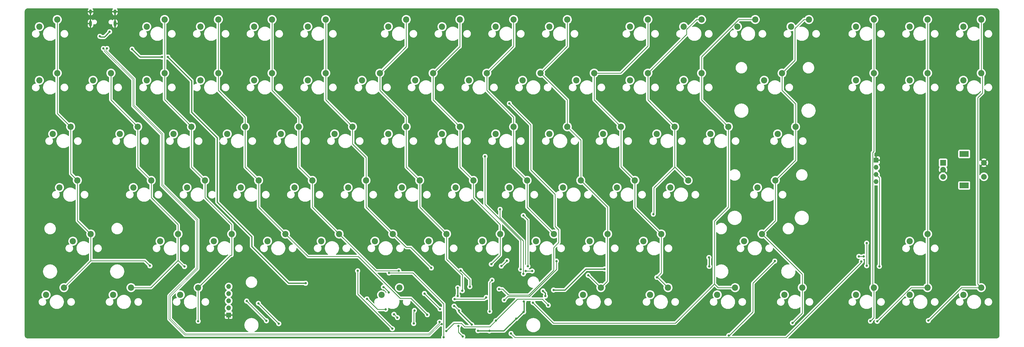
<source format=gbr>
%TF.GenerationSoftware,KiCad,Pcbnew,(6.0.7)*%
%TF.CreationDate,2022-09-01T16:05:57+12:00*%
%TF.ProjectId,custom_keyboard,63757374-6f6d-45f6-9b65-79626f617264,rev?*%
%TF.SameCoordinates,Original*%
%TF.FileFunction,Copper,L1,Top*%
%TF.FilePolarity,Positive*%
%FSLAX46Y46*%
G04 Gerber Fmt 4.6, Leading zero omitted, Abs format (unit mm)*
G04 Created by KiCad (PCBNEW (6.0.7)) date 2022-09-01 16:05:57*
%MOMM*%
%LPD*%
G01*
G04 APERTURE LIST*
%TA.AperFunction,ComponentPad*%
%ADD10C,2.200000*%
%TD*%
%TA.AperFunction,ComponentPad*%
%ADD11R,1.700000X1.700000*%
%TD*%
%TA.AperFunction,ComponentPad*%
%ADD12O,1.700000X1.700000*%
%TD*%
%TA.AperFunction,ComponentPad*%
%ADD13C,2.000000*%
%TD*%
%TA.AperFunction,ComponentPad*%
%ADD14R,3.200000X2.000000*%
%TD*%
%TA.AperFunction,ComponentPad*%
%ADD15R,2.000000X2.000000*%
%TD*%
%TA.AperFunction,ComponentPad*%
%ADD16O,1.000000X2.100000*%
%TD*%
%TA.AperFunction,ComponentPad*%
%ADD17O,1.000000X1.600000*%
%TD*%
%TA.AperFunction,ViaPad*%
%ADD18C,0.800000*%
%TD*%
%TA.AperFunction,Conductor*%
%ADD19C,0.254000*%
%TD*%
%TA.AperFunction,Conductor*%
%ADD20C,0.381000*%
%TD*%
%TA.AperFunction,Conductor*%
%ADD21C,0.200000*%
%TD*%
G04 APERTURE END LIST*
D10*
%TO.P,MX37,1,COL*%
%TO.N,Row5*%
X172243750Y-177800000D03*
%TO.P,MX37,2,ROW*%
%TO.N,Net-(D58-Pad2)*%
X165893750Y-180340000D03*
%TD*%
%TO.P,MX1,1,COL*%
%TO.N,Col1*%
X62706250Y-158750000D03*
%TO.P,MX1,2,ROW*%
%TO.N,Net-(D1-Pad2)*%
X56356250Y-161290000D03*
%TD*%
%TO.P,MX2,1,COL*%
%TO.N,Col1*%
X53181250Y-177800000D03*
%TO.P,MX2,2,ROW*%
%TO.N,Net-(D3-Pad2)*%
X46831250Y-180340000D03*
%TD*%
%TO.P,MX3,1,COL*%
%TO.N,Col1*%
X55562500Y-120650000D03*
%TO.P,MX3,2,ROW*%
%TO.N,Net-(D4-Pad2)*%
X49212500Y-123190000D03*
%TD*%
%TO.P,MX4,1,COL*%
%TO.N,Col1*%
X57943750Y-139700000D03*
%TO.P,MX4,2,ROW*%
%TO.N,Net-(D5-Pad2)*%
X51593750Y-142240000D03*
%TD*%
%TO.P,MX5,1,COL*%
%TO.N,Col1*%
X50800000Y-101600000D03*
%TO.P,MX5,2,ROW*%
%TO.N,Net-(D6-Pad2)*%
X44450000Y-104140000D03*
%TD*%
%TO.P,MX6,1,COL*%
%TO.N,Col1*%
X50800000Y-82550000D03*
%TO.P,MX6,2,ROW*%
%TO.N,Net-(D7-Pad2)*%
X44450000Y-85090000D03*
%TD*%
%TO.P,MX7,1,COL*%
%TO.N,Col2*%
X76993750Y-177800000D03*
%TO.P,MX7,2,ROW*%
%TO.N,Net-(D9-Pad2)*%
X70643750Y-180340000D03*
%TD*%
%TO.P,MX8,1,COL*%
%TO.N,Col2*%
X69850000Y-101600000D03*
%TO.P,MX8,2,ROW*%
%TO.N,Net-(D10-Pad2)*%
X63500000Y-104140000D03*
%TD*%
%TO.P,MX9,1,COL*%
%TO.N,Col2*%
X79375000Y-120650000D03*
%TO.P,MX9,2,ROW*%
%TO.N,Net-(D12-Pad2)*%
X73025000Y-123190000D03*
%TD*%
%TO.P,MX10,1,COL*%
%TO.N,Col2*%
X84137500Y-139700000D03*
%TO.P,MX10,2,ROW*%
%TO.N,Net-(D14-Pad2)*%
X77787500Y-142240000D03*
%TD*%
%TO.P,MX11,1,COL*%
%TO.N,Col3*%
X88900000Y-82550000D03*
%TO.P,MX11,2,ROW*%
%TO.N,Net-(D15-Pad2)*%
X82550000Y-85090000D03*
%TD*%
%TO.P,MX12,1,COL*%
%TO.N,Col3*%
X100806250Y-177800000D03*
%TO.P,MX12,2,ROW*%
%TO.N,Net-(D17-Pad2)*%
X94456250Y-180340000D03*
%TD*%
%TO.P,MX13,1,COL*%
%TO.N,Col2*%
X93662500Y-158750000D03*
%TO.P,MX13,2,ROW*%
%TO.N,Net-(D19-Pad2)*%
X87312500Y-161290000D03*
%TD*%
%TO.P,MX14,1,COL*%
%TO.N,Col3*%
X88900000Y-101600000D03*
%TO.P,MX14,2,ROW*%
%TO.N,Net-(D20-Pad2)*%
X82550000Y-104140000D03*
%TD*%
%TO.P,MX15,1,COL*%
%TO.N,Col3*%
X98425000Y-120650000D03*
%TO.P,MX15,2,ROW*%
%TO.N,Net-(D22-Pad2)*%
X92075000Y-123190000D03*
%TD*%
%TO.P,MX16,1,COL*%
%TO.N,Col3*%
X103187500Y-139700000D03*
%TO.P,MX16,2,ROW*%
%TO.N,Net-(D24-Pad2)*%
X96837500Y-142240000D03*
%TD*%
%TO.P,MX17,1,COL*%
%TO.N,Col4*%
X107950000Y-82550000D03*
%TO.P,MX17,2,ROW*%
%TO.N,Net-(D25-Pad2)*%
X101600000Y-85090000D03*
%TD*%
%TO.P,MX18,1,COL*%
%TO.N,Col3*%
X112712500Y-158750000D03*
%TO.P,MX18,2,ROW*%
%TO.N,Net-(D27-Pad2)*%
X106362500Y-161290000D03*
%TD*%
%TO.P,MX19,1,COL*%
%TO.N,Col4*%
X107950000Y-101600000D03*
%TO.P,MX19,2,ROW*%
%TO.N,Net-(D28-Pad2)*%
X101600000Y-104140000D03*
%TD*%
%TO.P,MX20,1,COL*%
%TO.N,Col4*%
X117475000Y-120650000D03*
%TO.P,MX20,2,ROW*%
%TO.N,Net-(D30-Pad2)*%
X111125000Y-123190000D03*
%TD*%
%TO.P,MX21,1,COL*%
%TO.N,Col4*%
X122237500Y-139700000D03*
%TO.P,MX21,2,ROW*%
%TO.N,Net-(D32-Pad2)*%
X115887500Y-142240000D03*
%TD*%
%TO.P,MX22,1,COL*%
%TO.N,Col5*%
X127000000Y-82550000D03*
%TO.P,MX22,2,ROW*%
%TO.N,Net-(D33-Pad2)*%
X120650000Y-85090000D03*
%TD*%
%TO.P,MX23,1,COL*%
%TO.N,Col4*%
X131762500Y-158750000D03*
%TO.P,MX23,2,ROW*%
%TO.N,Net-(D35-Pad2)*%
X125412500Y-161290000D03*
%TD*%
%TO.P,MX24,1,COL*%
%TO.N,Col5*%
X127000000Y-101600000D03*
%TO.P,MX24,2,ROW*%
%TO.N,Net-(D36-Pad2)*%
X120650000Y-104140000D03*
%TD*%
%TO.P,MX25,1,COL*%
%TO.N,Col5*%
X136525000Y-120650000D03*
%TO.P,MX25,2,ROW*%
%TO.N,Net-(D38-Pad2)*%
X130175000Y-123190000D03*
%TD*%
%TO.P,MX26,1,COL*%
%TO.N,Col5*%
X141287500Y-139700000D03*
%TO.P,MX26,2,ROW*%
%TO.N,Net-(D40-Pad2)*%
X134937500Y-142240000D03*
%TD*%
%TO.P,MX27,1,COL*%
%TO.N,Col6*%
X146050000Y-82550000D03*
%TO.P,MX27,2,ROW*%
%TO.N,Net-(D41-Pad2)*%
X139700000Y-85090000D03*
%TD*%
%TO.P,MX28,1,COL*%
%TO.N,Col5*%
X150812500Y-158750000D03*
%TO.P,MX28,2,ROW*%
%TO.N,Net-(D43-Pad2)*%
X144462500Y-161290000D03*
%TD*%
%TO.P,MX29,1,COL*%
%TO.N,Col6*%
X146050000Y-101600000D03*
%TO.P,MX29,2,ROW*%
%TO.N,Net-(D44-Pad2)*%
X139700000Y-104140000D03*
%TD*%
%TO.P,MX30,1,COL*%
%TO.N,Col6*%
X155575000Y-120650000D03*
%TO.P,MX30,2,ROW*%
%TO.N,Net-(D46-Pad2)*%
X149225000Y-123190000D03*
%TD*%
%TO.P,MX31,1,COL*%
%TO.N,Col6*%
X160337500Y-139700000D03*
%TO.P,MX31,2,ROW*%
%TO.N,Net-(D48-Pad2)*%
X153987500Y-142240000D03*
%TD*%
%TO.P,MX32,1,COL*%
%TO.N,Col6*%
X169862500Y-158750000D03*
%TO.P,MX32,2,ROW*%
%TO.N,Net-(D50-Pad2)*%
X163512500Y-161290000D03*
%TD*%
%TO.P,MX33,1,COL*%
%TO.N,Col7*%
X165258750Y-101600000D03*
%TO.P,MX33,2,ROW*%
%TO.N,Net-(D51-Pad2)*%
X158908750Y-104140000D03*
%TD*%
%TO.P,MX34,1,COL*%
%TO.N,Col7*%
X174625000Y-82550000D03*
%TO.P,MX34,2,ROW*%
%TO.N,Net-(D52-Pad2)*%
X168275000Y-85090000D03*
%TD*%
%TO.P,MX35,1,COL*%
%TO.N,Col7*%
X174625000Y-120650000D03*
%TO.P,MX35,2,ROW*%
%TO.N,Net-(D54-Pad2)*%
X168275000Y-123190000D03*
%TD*%
%TO.P,MX36,1,COL*%
%TO.N,Col7*%
X179387500Y-139700000D03*
%TO.P,MX36,2,ROW*%
%TO.N,Net-(D56-Pad2)*%
X173037500Y-142240000D03*
%TD*%
%TO.P,MX38,1,COL*%
%TO.N,Col7*%
X188912500Y-158750000D03*
%TO.P,MX38,2,ROW*%
%TO.N,Net-(D60-Pad2)*%
X182562500Y-161290000D03*
%TD*%
%TO.P,MX39,1,COL*%
%TO.N,Col8*%
X184150000Y-101600000D03*
%TO.P,MX39,2,ROW*%
%TO.N,Net-(D61-Pad2)*%
X177800000Y-104140000D03*
%TD*%
%TO.P,MX40,1,COL*%
%TO.N,Col8*%
X193675000Y-82550000D03*
%TO.P,MX40,2,ROW*%
%TO.N,Net-(D62-Pad2)*%
X187325000Y-85090000D03*
%TD*%
%TO.P,MX41,1,COL*%
%TO.N,Col8*%
X193675000Y-120650000D03*
%TO.P,MX41,2,ROW*%
%TO.N,Net-(D64-Pad2)*%
X187325000Y-123190000D03*
%TD*%
%TO.P,MX42,1,COL*%
%TO.N,Col8*%
X198437500Y-139700000D03*
%TO.P,MX42,2,ROW*%
%TO.N,Net-(D66-Pad2)*%
X192087500Y-142240000D03*
%TD*%
%TO.P,MX43,1,COL*%
%TO.N,Col8*%
X207962500Y-158750000D03*
%TO.P,MX43,2,ROW*%
%TO.N,Net-(D68-Pad2)*%
X201612500Y-161290000D03*
%TD*%
%TO.P,MX44,1,COL*%
%TO.N,Col9*%
X203200000Y-101600000D03*
%TO.P,MX44,2,ROW*%
%TO.N,Net-(D69-Pad2)*%
X196850000Y-104140000D03*
%TD*%
%TO.P,MX45,1,COL*%
%TO.N,Col9*%
X212725000Y-82550000D03*
%TO.P,MX45,2,ROW*%
%TO.N,Net-(D70-Pad2)*%
X206375000Y-85090000D03*
%TD*%
%TO.P,MX46,1,COL*%
%TO.N,Col9*%
X212725000Y-120650000D03*
%TO.P,MX46,2,ROW*%
%TO.N,Net-(D72-Pad2)*%
X206375000Y-123190000D03*
%TD*%
%TO.P,MX47,1,COL*%
%TO.N,Col9*%
X217487500Y-139700000D03*
%TO.P,MX47,2,ROW*%
%TO.N,Net-(D73-Pad2)*%
X211137500Y-142240000D03*
%TD*%
%TO.P,MX48,1,COL*%
%TO.N,Col9*%
X227012500Y-158750000D03*
%TO.P,MX48,2,ROW*%
%TO.N,Net-(D76-Pad2)*%
X220662500Y-161290000D03*
%TD*%
%TO.P,MX49,1,COL*%
%TO.N,Col10*%
X222250000Y-101600000D03*
%TO.P,MX49,2,ROW*%
%TO.N,Net-(D77-Pad2)*%
X215900000Y-104140000D03*
%TD*%
%TO.P,MX50,1,COL*%
%TO.N,Col10*%
X231775000Y-82550000D03*
%TO.P,MX50,2,ROW*%
%TO.N,Net-(D78-Pad2)*%
X225425000Y-85090000D03*
%TD*%
%TO.P,MX51,1,COL*%
%TO.N,Col10*%
X231775000Y-120650000D03*
%TO.P,MX51,2,ROW*%
%TO.N,Net-(D80-Pad2)*%
X225425000Y-123190000D03*
%TD*%
%TO.P,MX52,1,COL*%
%TO.N,Col10*%
X236537500Y-139700000D03*
%TO.P,MX52,2,ROW*%
%TO.N,Net-(D82-Pad2)*%
X230187500Y-142240000D03*
%TD*%
%TO.P,MX53,1,COL*%
%TO.N,Col10*%
X246062500Y-158750000D03*
%TO.P,MX53,2,ROW*%
%TO.N,Net-(D84-Pad2)*%
X239712500Y-161290000D03*
%TD*%
%TO.P,MX54,1,COL*%
%TO.N,Col11*%
X241300000Y-101600000D03*
%TO.P,MX54,2,ROW*%
%TO.N,Net-(D85-Pad2)*%
X234950000Y-104140000D03*
%TD*%
%TO.P,MX55,1,COL*%
%TO.N,Col11*%
X250825000Y-120650000D03*
%TO.P,MX55,2,ROW*%
%TO.N,Net-(D87-Pad2)*%
X244475000Y-123190000D03*
%TD*%
%TO.P,MX56,1,COL*%
%TO.N,Col11*%
X255746250Y-139700000D03*
%TO.P,MX56,2,ROW*%
%TO.N,Net-(D89-Pad2)*%
X249396250Y-142240000D03*
%TD*%
%TO.P,MX57,1,COL*%
%TO.N,Col10*%
X243681250Y-177800000D03*
%TO.P,MX57,2,ROW*%
%TO.N,Net-(D91-Pad2)*%
X237331250Y-180340000D03*
%TD*%
%TO.P,MX58,1,COL*%
%TO.N,Col11*%
X260350000Y-82550000D03*
%TO.P,MX58,2,ROW*%
%TO.N,Net-(D92-Pad2)*%
X254000000Y-85090000D03*
%TD*%
%TO.P,MX59,1,COL*%
%TO.N,Col11*%
X265112500Y-158750000D03*
%TO.P,MX59,2,ROW*%
%TO.N,Net-(D94-Pad2)*%
X258762500Y-161290000D03*
%TD*%
%TO.P,MX60,1,COL*%
%TO.N,Col12*%
X260350000Y-101600000D03*
%TO.P,MX60,2,ROW*%
%TO.N,Net-(D95-Pad2)*%
X254000000Y-104140000D03*
%TD*%
%TO.P,MX61,1,COL*%
%TO.N,Col12*%
X269875000Y-120650000D03*
%TO.P,MX61,2,ROW*%
%TO.N,Net-(D97-Pad2)*%
X263525000Y-123190000D03*
%TD*%
%TO.P,MX62,1,COL*%
%TO.N,Col12*%
X274637500Y-139700000D03*
%TO.P,MX62,2,ROW*%
%TO.N,Net-(D99-Pad2)*%
X268287500Y-142240000D03*
%TD*%
%TO.P,MX63,1,COL*%
%TO.N,Col11*%
X267493750Y-177800000D03*
%TO.P,MX63,2,ROW*%
%TO.N,Net-(D101-Pad2)*%
X261143750Y-180340000D03*
%TD*%
%TO.P,MX64,1,COL*%
%TO.N,Col12*%
X279400000Y-82550000D03*
%TO.P,MX64,2,ROW*%
%TO.N,Net-(D102-Pad2)*%
X273050000Y-85090000D03*
%TD*%
%TO.P,MX65,1,COL*%
%TO.N,Col13*%
X279400000Y-101600000D03*
%TO.P,MX65,2,ROW*%
%TO.N,Net-(D103-Pad2)*%
X273050000Y-104140000D03*
%TD*%
%TO.P,MX66,1,COL*%
%TO.N,Col13*%
X288925000Y-120650000D03*
%TO.P,MX66,2,ROW*%
%TO.N,Net-(D105-Pad2)*%
X282575000Y-123190000D03*
%TD*%
%TO.P,MX67,1,COL*%
%TO.N,Col13*%
X291306250Y-177800000D03*
%TO.P,MX67,2,ROW*%
%TO.N,Net-(D107-Pad2)*%
X284956250Y-180340000D03*
%TD*%
%TO.P,MX68,1,COL*%
%TO.N,Col13*%
X298450000Y-82550000D03*
%TO.P,MX68,2,ROW*%
%TO.N,Net-(D108-Pad2)*%
X292100000Y-85090000D03*
%TD*%
%TO.P,MX69,1,COL*%
%TO.N,Col14*%
X315118750Y-177800000D03*
%TO.P,MX69,2,ROW*%
%TO.N,Net-(D110-Pad2)*%
X308768750Y-180340000D03*
%TD*%
%TO.P,MX70,1,COL*%
%TO.N,Col14*%
X312737500Y-120650000D03*
%TO.P,MX70,2,ROW*%
%TO.N,Net-(D111-Pad2)*%
X306387500Y-123190000D03*
%TD*%
%TO.P,MX71,1,COL*%
%TO.N,Col14*%
X305593750Y-139700000D03*
%TO.P,MX71,2,ROW*%
%TO.N,Net-(D113-Pad2)*%
X299243750Y-142240000D03*
%TD*%
%TO.P,MX72,1,COL*%
%TO.N,Col14*%
X300831250Y-158750000D03*
%TO.P,MX72,2,ROW*%
%TO.N,Net-(D115-Pad2)*%
X294481250Y-161290000D03*
%TD*%
%TO.P,MX73,1,COL*%
%TO.N,Col14*%
X317500000Y-82550000D03*
%TO.P,MX73,2,ROW*%
%TO.N,Net-(D116-Pad2)*%
X311150000Y-85090000D03*
%TD*%
%TO.P,MX74,1,COL*%
%TO.N,Col14*%
X307975000Y-101600000D03*
%TO.P,MX74,2,ROW*%
%TO.N,Net-(D117-Pad2)*%
X301625000Y-104140000D03*
%TD*%
%TO.P,MX75,1,COL*%
%TO.N,Col15*%
X340518750Y-177800000D03*
%TO.P,MX75,2,ROW*%
%TO.N,Net-(D119-Pad2)*%
X334168750Y-180340000D03*
%TD*%
%TO.P,MX76,1,COL*%
%TO.N,Col15*%
X340518750Y-82550000D03*
%TO.P,MX76,2,ROW*%
%TO.N,Net-(D120-Pad2)*%
X334168750Y-85090000D03*
%TD*%
%TO.P,MX77,1,COL*%
%TO.N,Col15*%
X340518750Y-101600000D03*
%TO.P,MX77,2,ROW*%
%TO.N,Net-(D121-Pad2)*%
X334168750Y-104140000D03*
%TD*%
%TO.P,MX78,1,COL*%
%TO.N,Col16*%
X359568750Y-177800000D03*
%TO.P,MX78,2,ROW*%
%TO.N,Net-(D123-Pad2)*%
X353218750Y-180340000D03*
%TD*%
%TO.P,MX79,1,COL*%
%TO.N,Col16*%
X359568750Y-158750000D03*
%TO.P,MX79,2,ROW*%
%TO.N,Net-(D125-Pad2)*%
X353218750Y-161290000D03*
%TD*%
%TO.P,MX80,1,COL*%
%TO.N,Col16*%
X359568750Y-82550000D03*
%TO.P,MX80,2,ROW*%
%TO.N,Net-(D126-Pad2)*%
X353218750Y-85090000D03*
%TD*%
%TO.P,MX81,1,COL*%
%TO.N,Col16*%
X359568750Y-101600000D03*
%TO.P,MX81,2,ROW*%
%TO.N,Net-(D127-Pad2)*%
X353218750Y-104140000D03*
%TD*%
%TO.P,MX82,1,COL*%
%TO.N,Col17*%
X378618750Y-177800000D03*
%TO.P,MX82,2,ROW*%
%TO.N,Net-(D129-Pad2)*%
X372268750Y-180340000D03*
%TD*%
%TO.P,MX83,1,COL*%
%TO.N,Col17*%
X378618750Y-82550000D03*
%TO.P,MX83,2,ROW*%
%TO.N,Net-(D130-Pad2)*%
X372268750Y-85090000D03*
%TD*%
%TO.P,MX84,1,COL*%
%TO.N,Col17*%
X378618750Y-101600000D03*
%TO.P,MX84,2,ROW*%
%TO.N,Net-(D131-Pad2)*%
X372268750Y-104140000D03*
%TD*%
D11*
%TO.P,SSD1306,1,Pin_1*%
%TO.N,GND*%
X341312500Y-132556250D03*
D12*
%TO.P,SSD1306,2,Pin_2*%
%TO.N,+3V3*%
X341312500Y-135096250D03*
%TO.P,SSD1306,3,Pin_3*%
%TO.N,SCL*%
X341312500Y-137636250D03*
%TO.P,SSD1306,4,Pin_4*%
%TO.N,SDA*%
X341312500Y-140176250D03*
%TD*%
D13*
%TO.P,SW1,S2,S2*%
%TO.N,GND*%
X379574200Y-133426200D03*
%TO.P,SW1,S1,S1*%
%TO.N,ENC_SW*%
X379574200Y-138426200D03*
D14*
%TO.P,SW1,MP*%
%TO.N,N/C*%
X372574200Y-141526200D03*
X372574200Y-130326200D03*
D13*
%TO.P,SW1,C,C*%
%TO.N,GND*%
X365074200Y-135926200D03*
%TO.P,SW1,B,B*%
%TO.N,ENC_B*%
X365074200Y-138426200D03*
D15*
%TO.P,SW1,A,A*%
%TO.N,ENC_A*%
X365074200Y-133426200D03*
%TD*%
D11*
%TO.P,J1,1,Pin_1*%
%TO.N,GND*%
X111633000Y-187574000D03*
D12*
%TO.P,J1,2,Pin_2*%
%TO.N,SWCLK*%
X111633000Y-185034000D03*
%TO.P,J1,3,Pin_3*%
%TO.N,SWDIO*%
X111633000Y-182494000D03*
%TO.P,J1,4,Pin_4*%
%TO.N,+3V3*%
X111633000Y-179954000D03*
%TO.P,J1,5,Pin_5*%
%TO.N,SWO*%
X111633000Y-177414000D03*
%TD*%
D16*
%TO.P,USB1,13,SHIELD*%
%TO.N,GND*%
X71261700Y-83975000D03*
D17*
X62621700Y-79795000D03*
D16*
X62621700Y-83975000D03*
D17*
X71261700Y-79795000D03*
%TD*%
D18*
%TO.N,+3V3*%
X216369900Y-182689500D03*
X204127100Y-193154300D03*
X200063100Y-193103500D03*
%TO.N,Row5*%
X204254100Y-186245500D03*
X205066900Y-175171100D03*
%TO.N,Col9*%
X208343500Y-170141900D03*
%TO.N,GND*%
X215303100Y-191122300D03*
X151523700Y-183045100D03*
X151345900Y-176974500D03*
X188201300Y-182206900D03*
X196126100Y-193916300D03*
X200901300Y-172935900D03*
X200901300Y-179006500D03*
X209486500Y-174663100D03*
X205447900Y-185153300D03*
%TO.N,SDA*%
X337959700Y-161988500D03*
%TO.N,ENC_B*%
X289038735Y-194831094D03*
%TO.N,Row6*%
X206438500Y-189522100D03*
%TO.N,SWO*%
X129387600Y-190601600D03*
%TO.N,Col3*%
X100799900Y-189725300D03*
%TO.N,+3V3*%
X216268300Y-186415840D03*
X213601300Y-188785500D03*
X282016200Y-167106600D03*
X282117800Y-170256200D03*
X244983000Y-171196000D03*
X226885500Y-178650900D03*
X223981964Y-180801964D03*
X223139000Y-178968400D03*
X197866000Y-190941900D03*
%TO.N,Col10*%
X219290900Y-171894500D03*
X239166400Y-173415900D03*
X216976900Y-171907200D03*
%TO.N,+3V3*%
X192900300Y-180759100D03*
X192899867Y-177831655D03*
%TO.N,Net-(U3-Pad60)*%
X197180200Y-177469800D03*
X193909314Y-171698286D03*
%TO.N,+3V3*%
X193299714Y-185908314D03*
X191611460Y-184359340D03*
X167347900Y-185508900D03*
X160667700Y-181825900D03*
%TO.N,Row6*%
X225005900Y-184061100D03*
%TO.N,Net-(S1-PadC)*%
X168440100Y-179514500D03*
X166535100Y-177609500D03*
%TO.N,Row6*%
X170268900Y-187286900D03*
X171500800Y-188468000D03*
X188823600Y-193217800D03*
%TO.N,SWO*%
X177266600Y-190550800D03*
X177520600Y-185916582D03*
X122174000Y-183388000D03*
%TO.N,SWCLK*%
X186613800Y-185420000D03*
X181089300Y-179895500D03*
%TO.N,SWDIO*%
X118008400Y-182575200D03*
X125006100Y-189572900D03*
%TO.N,Net-(S1-PadC)*%
X202996800Y-181279800D03*
X191782700Y-181876700D03*
%TO.N,Col7*%
X194513200Y-178917600D03*
%TO.N,ENC_B*%
X305371500Y-168363900D03*
X336918300Y-166712900D03*
X335216500Y-166712900D03*
%TO.N,Col14*%
X311645300Y-190334900D03*
%TO.N,Col15*%
X339305900Y-189699900D03*
%TO.N,Col16*%
X341718900Y-189776100D03*
%TO.N,Col17*%
X359854500Y-189522100D03*
%TO.N,Col12*%
X209359500Y-182181500D03*
%TO.N,Col13*%
X219582386Y-183146686D03*
%TO.N,Col11*%
X263550400Y-174142400D03*
%TO.N,Col12*%
X262267700Y-151701500D03*
X227901500Y-168389300D03*
%TO.N,Row4*%
X217769500Y-170205400D03*
X216154000Y-152171400D03*
%TO.N,Row1*%
X207556100Y-178295300D03*
%TO.N,Row3*%
X216192100Y-172910500D03*
X207899000Y-149987000D03*
%TO.N,Col8*%
X204812900Y-169474502D03*
%TO.N,Col4*%
X182079900Y-187439300D03*
%TO.N,ENC_SW*%
X193136214Y-191411800D03*
X194691000Y-195199000D03*
%TO.N,ENC_A*%
X211797900Y-194104594D03*
X336080100Y-168475500D03*
%TO.N,Col9*%
X210350100Y-168236900D03*
%TO.N,SDA*%
X337985100Y-170040300D03*
%TO.N,SCL*%
X342480900Y-170243500D03*
%TO.N,Row1*%
X211201000Y-112395000D03*
%TO.N,Row2*%
X215201500Y-171259500D03*
X202565000Y-131191000D03*
%TO.N,Col6*%
X183515000Y-170815000D03*
%TO.N,Col5*%
X171996100Y-171818300D03*
%TO.N,+5V*%
X77343000Y-93069250D03*
X88011000Y-95885000D03*
X138912600Y-176250600D03*
X90043000Y-95885000D03*
%TO.N,Col2*%
X169684700Y-192392300D03*
X95948500Y-170319700D03*
X157391100Y-171818300D03*
%TO.N,Col1*%
X187915232Y-195453000D03*
X83680300Y-170065700D03*
X168529000Y-172593000D03*
%TO.N,VBUS*%
X69391700Y-86917700D03*
X65913000Y-88519000D03*
%TO.N,D-*%
X67183000Y-92837000D03*
X187188232Y-190744232D03*
%TO.N,D+*%
X186445768Y-190001768D03*
X68453000Y-92837000D03*
%TD*%
D19*
%TO.N,Col17*%
X379095000Y-102076250D02*
X378618750Y-101600000D01*
X377342400Y-110363000D02*
X379095000Y-108610400D01*
X377342400Y-176523650D02*
X377342400Y-110363000D01*
X378618750Y-177800000D02*
X377342400Y-176523650D01*
X379095000Y-108610400D02*
X379095000Y-102076250D01*
%TO.N,Col12*%
X218281952Y-180936900D02*
X210604100Y-180936900D01*
X227901500Y-171317352D02*
X218281952Y-180936900D01*
X227901500Y-168389300D02*
X227901500Y-171317352D01*
X210604100Y-180936900D02*
X209359500Y-182181500D01*
X262509000Y-142367000D02*
X269906750Y-134969250D01*
X262509000Y-151460200D02*
X262509000Y-142367000D01*
X262267700Y-151701500D02*
X262509000Y-151460200D01*
%TO.N,Net-(S1-PadC)*%
X168440100Y-179362100D02*
X166687500Y-177609500D01*
X168440100Y-179514500D02*
X168440100Y-179362100D01*
X166687500Y-177609500D02*
X166535100Y-177609500D01*
%TO.N,Col2*%
X169684700Y-192366900D02*
X157416500Y-180098700D01*
X169684700Y-192392300D02*
X169684700Y-192366900D01*
X157416500Y-180098700D02*
X157416500Y-171843700D01*
X157416500Y-171843700D02*
X157391100Y-171818300D01*
%TO.N,+3V3*%
X164398400Y-185556600D02*
X160667700Y-181825900D01*
X167300200Y-185556600D02*
X164398400Y-185556600D01*
X167347900Y-185508900D02*
X167300200Y-185556600D01*
%TO.N,Row6*%
X191528700Y-190512700D02*
X188823600Y-193217800D01*
X194221100Y-190512700D02*
X191528700Y-190512700D01*
X204292200Y-191668400D02*
X195376800Y-191668400D01*
X195376800Y-191668400D02*
X194221100Y-190512700D01*
X206438500Y-189522100D02*
X204292200Y-191668400D01*
%TO.N,ENC_SW*%
X193136214Y-191411800D02*
X193136214Y-193644214D01*
X193136214Y-193644214D02*
X194691000Y-195199000D01*
%TO.N,Col4*%
X139763500Y-166751000D02*
X131762500Y-158750000D01*
X157607000Y-166751000D02*
X139763500Y-166751000D01*
X182079900Y-187439300D02*
X182079900Y-187413900D01*
X182079900Y-187413900D02*
X176263924Y-181597924D01*
X176263924Y-181597924D02*
X172453924Y-181597924D01*
X172453924Y-181597924D02*
X157607000Y-166751000D01*
%TO.N,Col5*%
X163893500Y-171831000D02*
X150812500Y-158750000D01*
X171996100Y-171818300D02*
X171983400Y-171831000D01*
X171983400Y-171831000D02*
X163893500Y-171831000D01*
%TO.N,Row6*%
X170319700Y-187286900D02*
X171500800Y-188468000D01*
X170268900Y-187286900D02*
X170319700Y-187286900D01*
D20*
%TO.N,+5V*%
X98488500Y-104330500D02*
X90043000Y-95885000D01*
X98488500Y-115506500D02*
X98488500Y-104330500D01*
X107569000Y-124587000D02*
X98488500Y-115506500D01*
X107569000Y-147447000D02*
X107569000Y-124587000D01*
X119849900Y-163156900D02*
X119849900Y-159727900D01*
X132880100Y-176187100D02*
X119849900Y-163156900D01*
X119849900Y-159727900D02*
X107569000Y-147447000D01*
X138950700Y-176187100D02*
X132880100Y-176187100D01*
D19*
%TO.N,Col3*%
X98425000Y-120573800D02*
X98425000Y-120650000D01*
X88900000Y-111048800D02*
X98425000Y-120573800D01*
X88900000Y-101600000D02*
X88900000Y-111048800D01*
%TO.N,Row6*%
X214058500Y-181902100D02*
X206438500Y-189522100D01*
X222897700Y-181902100D02*
X214058500Y-181902100D01*
X225005900Y-184010300D02*
X222897700Y-181902100D01*
X225005900Y-184061100D02*
X225005900Y-184010300D01*
D20*
%TO.N,+3V3*%
X216395300Y-186288840D02*
X216268300Y-186415840D01*
X216395300Y-182714900D02*
X216395300Y-186288840D01*
X216369900Y-182689500D02*
X216395300Y-182714900D01*
X213804500Y-188785500D02*
X213601300Y-188785500D01*
X216174160Y-186415840D02*
X213804500Y-188785500D01*
X216268300Y-186415840D02*
X216174160Y-186415840D01*
D19*
%TO.N,Col13*%
X270073443Y-190398400D02*
X283964249Y-176507594D01*
X226796600Y-190398400D02*
X270073443Y-190398400D01*
X219582386Y-183146686D02*
X219582386Y-183184186D01*
X219582386Y-183184186D02*
X226796600Y-190398400D01*
D20*
%TO.N,+3V3*%
X209232500Y-193154300D02*
X204127100Y-193154300D01*
X213601300Y-188785500D02*
X209232500Y-193154300D01*
X200113900Y-193154300D02*
X200063100Y-193103500D01*
X204127100Y-193154300D02*
X200113900Y-193154300D01*
D19*
%TO.N,Row5*%
X204254100Y-175983900D02*
X204254100Y-186245500D01*
X205066900Y-175171100D02*
X204254100Y-175983900D01*
%TO.N,Row2*%
X202565000Y-148209000D02*
X202565000Y-131191000D01*
X215265000Y-160909000D02*
X202565000Y-148209000D01*
X215265000Y-171196000D02*
X215265000Y-160909000D01*
X215201500Y-171259500D02*
X215265000Y-171196000D01*
%TO.N,Row3*%
X216192100Y-161194048D02*
X207899000Y-152900948D01*
X216192100Y-172910500D02*
X216192100Y-161194048D01*
X207899000Y-152900948D02*
X207899000Y-149987000D01*
%TO.N,Col9*%
X208445100Y-170141900D02*
X210350100Y-168236900D01*
X208343500Y-170141900D02*
X208445100Y-170141900D01*
%TO.N,Col8*%
X207962500Y-166306500D02*
X207962500Y-158750000D01*
X204812900Y-169456100D02*
X207962500Y-166306500D01*
X204812900Y-169474502D02*
X204812900Y-169456100D01*
%TO.N,Row1*%
X218821000Y-120015000D02*
X211201000Y-112395000D01*
X218821000Y-136017000D02*
X218821000Y-120015000D01*
X227457000Y-144653000D02*
X218821000Y-136017000D01*
X227457000Y-156032200D02*
X227457000Y-144653000D01*
X228727000Y-157302200D02*
X227457000Y-156032200D01*
X228727000Y-161747200D02*
X228727000Y-157302200D01*
X226899501Y-163574699D02*
X228727000Y-161747200D01*
X226899501Y-171677299D02*
X226899501Y-163574699D01*
X210937400Y-180457400D02*
X218119400Y-180457400D01*
X218119400Y-180457400D02*
X226899501Y-171677299D01*
X208775300Y-178295300D02*
X210937400Y-180457400D01*
X207556100Y-178295300D02*
X208775300Y-178295300D01*
D20*
%TO.N,+3V3*%
X226910900Y-178676300D02*
X230873300Y-178676300D01*
X226885500Y-178650900D02*
X226910900Y-178676300D01*
X230873300Y-178676300D02*
X238353600Y-171196000D01*
X238353600Y-171196000D02*
X244983000Y-171196000D01*
D19*
%TO.N,Col10*%
X219278200Y-171907200D02*
X216976900Y-171907200D01*
X219290900Y-171894500D02*
X219278200Y-171907200D01*
%TO.N,Col7*%
X194551300Y-178879500D02*
X194513200Y-178917600D01*
X194551300Y-173367700D02*
X194551300Y-178879500D01*
X188912500Y-167728900D02*
X194551300Y-173367700D01*
X188912500Y-158750000D02*
X188912500Y-167728900D01*
%TO.N,Net-(S1-PadC)*%
X202374500Y-181902100D02*
X202996800Y-181279800D01*
X191808100Y-181902100D02*
X202374500Y-181902100D01*
X191782700Y-181876700D02*
X191808100Y-181902100D01*
D20*
%TO.N,+3V3*%
X192899867Y-180758667D02*
X192899867Y-177831655D01*
X192900300Y-180759100D02*
X192899867Y-180758667D01*
D19*
%TO.N,Col2*%
X95821500Y-170319700D02*
X95948500Y-170319700D01*
X93662500Y-168154595D02*
X93662500Y-168160700D01*
X93662500Y-168160700D02*
X95821500Y-170319700D01*
%TO.N,Col1*%
X83680300Y-170040300D02*
X81876900Y-168236900D01*
X83680300Y-170065700D02*
X83680300Y-170040300D01*
X62744350Y-168236900D02*
X62706250Y-168275000D01*
X81876900Y-168236900D02*
X62744350Y-168236900D01*
%TO.N,ENC_B*%
X289216706Y-194831094D02*
X289038735Y-194831094D01*
X297611800Y-176199800D02*
X297611800Y-186436000D01*
X297611800Y-186436000D02*
X289216706Y-194831094D01*
X305371500Y-168363900D02*
X305371500Y-168440100D01*
X305371500Y-168440100D02*
X297611800Y-176199800D01*
%TO.N,SDA*%
X337959700Y-161988500D02*
X337959700Y-170014900D01*
X337959700Y-170014900D02*
X337985100Y-170040300D01*
%TO.N,ENC_B*%
X336918300Y-166712900D02*
X335216500Y-166712900D01*
%TO.N,ENC_A*%
X211797900Y-194144900D02*
X211797900Y-194104594D01*
X309343606Y-195557594D02*
X213210594Y-195557594D01*
X336080100Y-168475500D02*
X336080100Y-168821100D01*
X213210594Y-195557594D02*
X211797900Y-194144900D01*
X336080100Y-168821100D02*
X309343606Y-195557594D01*
%TO.N,SDA*%
X337985100Y-170040300D02*
X337947000Y-170002200D01*
%TO.N,SCL*%
X342480900Y-170243500D02*
X342489500Y-170234900D01*
X342489500Y-170234900D02*
X342489500Y-138813250D01*
X342489500Y-138813250D02*
X341312500Y-137636250D01*
%TO.N,Col15*%
X339331300Y-189699900D02*
X340518750Y-188512450D01*
X340518750Y-188512450D02*
X340518750Y-177800000D01*
X339305900Y-189699900D02*
X339331300Y-189699900D01*
%TO.N,Col16*%
X353740667Y-177800000D02*
X359568750Y-177800000D01*
X341764567Y-189776100D02*
X353740667Y-177800000D01*
X341718900Y-189776100D02*
X341764567Y-189776100D01*
%TO.N,Col17*%
X371652800Y-177800000D02*
X378618750Y-177800000D01*
X359930700Y-189522100D02*
X371652800Y-177800000D01*
X359854500Y-189522100D02*
X359930700Y-189522100D01*
%TO.N,Col14*%
X315118750Y-186861450D02*
X315118750Y-177800000D01*
X311645300Y-190334900D02*
X315118750Y-186861450D01*
%TO.N,Col1*%
X176936400Y-172593000D02*
X168529000Y-172593000D01*
X187915232Y-183571832D02*
X176936400Y-172593000D01*
X187915232Y-195453000D02*
X187915232Y-183571832D01*
%TO.N,SWDIO*%
X125006100Y-189572900D02*
X118008400Y-182575200D01*
%TO.N,SWCLK*%
X181089300Y-179895500D02*
X186613800Y-185420000D01*
%TO.N,Col3*%
X100806250Y-189718950D02*
X100799900Y-189725300D01*
X100806250Y-177800000D02*
X100806250Y-189718950D01*
D21*
%TO.N,D-*%
X90465700Y-189031100D02*
X90465700Y-180640500D01*
X96096600Y-194662000D02*
X90465700Y-189031100D01*
%TO.N,D+*%
X90915700Y-188844700D02*
X90915700Y-180826900D01*
X96283000Y-194212000D02*
X90915700Y-188844700D01*
%TO.N,D-*%
X182846199Y-194662000D02*
X96096600Y-194662000D01*
%TO.N,D+*%
X182659801Y-194212000D02*
X96283000Y-194212000D01*
%TO.N,D-*%
X100232000Y-170874200D02*
X90465700Y-180640500D01*
%TO.N,D+*%
X100682000Y-171060600D02*
X90915700Y-180826900D01*
%TO.N,D-*%
X100232000Y-153890200D02*
X100232000Y-170874200D01*
X87786000Y-141444200D02*
X100232000Y-153890200D01*
X87786000Y-123410200D02*
X87786000Y-141444200D01*
X77626000Y-113250200D02*
X87786000Y-123410200D01*
X77626000Y-103852200D02*
X77626000Y-113250200D01*
X67592999Y-93819199D02*
X77626000Y-103852200D01*
X67592999Y-93246999D02*
X67592999Y-93819199D01*
X67183000Y-92837000D02*
X67592999Y-93246999D01*
%TO.N,D+*%
X100682000Y-153703800D02*
X100682000Y-171060600D01*
X88236000Y-141257800D02*
X100682000Y-153703800D01*
X88236000Y-123223800D02*
X88236000Y-141257800D01*
X78076000Y-113063800D02*
X88236000Y-123223800D01*
X68453000Y-92837000D02*
X68043001Y-93246999D01*
X68043001Y-93246999D02*
X68043001Y-93632801D01*
X68043001Y-93632801D02*
X78076000Y-103665800D01*
X78076000Y-103665800D02*
X78076000Y-113063800D01*
D19*
%TO.N,Col11*%
X265112500Y-172580300D02*
X263550400Y-174142400D01*
X265112500Y-158750000D02*
X265112500Y-172580300D01*
D20*
%TO.N,+3V3*%
X282117800Y-167208200D02*
X282016200Y-167106600D01*
X282117800Y-170256200D02*
X282117800Y-167335200D01*
X282117800Y-167335200D02*
X282117800Y-167208200D01*
X223951800Y-180771800D02*
X223981964Y-180801964D01*
X223951800Y-179781200D02*
X223951800Y-180771800D01*
X223139000Y-178968400D02*
X223951800Y-179781200D01*
X193299714Y-186375614D02*
X193299714Y-185908314D01*
X197866000Y-190941900D02*
X193299714Y-186375614D01*
D19*
%TO.N,Col10*%
X239297150Y-173415900D02*
X243681250Y-177800000D01*
X239166400Y-173415900D02*
X239297150Y-173415900D01*
%TO.N,Net-(U3-Pad60)*%
X197180200Y-174904400D02*
X193974086Y-171698286D01*
X193974086Y-171698286D02*
X193909314Y-171698286D01*
X197180200Y-177469800D02*
X197180200Y-174904400D01*
%TO.N,+3V3*%
X191750740Y-184359340D02*
X193299714Y-185908314D01*
X191611460Y-184359340D02*
X191750740Y-184359340D01*
%TO.N,SWO*%
X177266600Y-186170582D02*
X177520600Y-185916582D01*
X177266600Y-190550800D02*
X177266600Y-186170582D01*
X129235200Y-190449200D02*
X129387600Y-190601600D01*
X122174000Y-183388000D02*
X129235200Y-190449200D01*
%TO.N,Col13*%
X284169828Y-176713172D02*
X285256655Y-177800000D01*
X283964249Y-176507594D02*
X284169828Y-176713172D01*
%TO.N,Col11*%
X263836150Y-174142400D02*
X267493750Y-177800000D01*
X263550400Y-174142400D02*
X263836150Y-174142400D01*
%TO.N,Row4*%
X217769500Y-153786900D02*
X216154000Y-152171400D01*
X217769500Y-170205400D02*
X217769500Y-153786900D01*
%TO.N,Col12*%
X269906750Y-134969250D02*
X274637500Y-139700000D01*
X269875000Y-134937500D02*
X269906750Y-134969250D01*
%TO.N,Col6*%
X174625000Y-163512500D02*
X176212500Y-163512500D01*
X176212500Y-163512500D02*
X183515000Y-170815000D01*
X169862500Y-158750000D02*
X174625000Y-163512500D01*
D20*
%TO.N,+5V*%
X77343000Y-93069250D02*
X79629000Y-95355250D01*
X79629000Y-95355250D02*
X80158750Y-95885000D01*
X80158750Y-95885000D02*
X88011000Y-95885000D01*
D19*
%TO.N,Col7*%
X179387500Y-139700000D02*
X179387500Y-149225000D01*
X165258750Y-101600000D02*
X165258750Y-107751903D01*
X179387500Y-149225000D02*
X188912500Y-158750000D01*
X174625000Y-117118153D02*
X174625000Y-120650000D01*
X174625000Y-82550000D02*
X174625000Y-92233750D01*
X174625000Y-134937500D02*
X179387500Y-139700000D01*
X174625000Y-92233750D02*
X165258750Y-101600000D01*
X174625000Y-120650000D02*
X174625000Y-134937500D01*
X165258750Y-107751903D02*
X174625000Y-117118153D01*
%TO.N,Col6*%
X146050000Y-101600000D02*
X146050000Y-111125000D01*
X155575000Y-126801903D02*
X160337500Y-131564403D01*
X146050000Y-111125000D02*
X155575000Y-120650000D01*
X160337500Y-149225000D02*
X169862500Y-158750000D01*
X160337500Y-139700000D02*
X160337500Y-149225000D01*
X160337500Y-131564403D02*
X160337500Y-139700000D01*
X146050000Y-82550000D02*
X146050000Y-101600000D01*
X155575000Y-120650000D02*
X155575000Y-126801903D01*
%TO.N,Col5*%
X141287500Y-149225000D02*
X150812500Y-158750000D01*
X136525000Y-134937500D02*
X141287500Y-139700000D01*
X127000000Y-101600000D02*
X127000000Y-107751903D01*
X127000000Y-107751903D02*
X136525000Y-117276903D01*
X141287500Y-139700000D02*
X141287500Y-149225000D01*
X136525000Y-117276903D02*
X136525000Y-120650000D01*
X127000000Y-82550000D02*
X127000000Y-101600000D01*
X136525000Y-120650000D02*
X136525000Y-134937500D01*
%TO.N,Col4*%
X107950000Y-101600000D02*
X107950000Y-107751903D01*
X117475000Y-134937500D02*
X122237500Y-139700000D01*
X117475000Y-120650000D02*
X117475000Y-134937500D01*
X122237500Y-149225000D02*
X131762500Y-158750000D01*
X107950000Y-82550000D02*
X107950000Y-101600000D01*
X117475000Y-117276903D02*
X117475000Y-120650000D01*
X107950000Y-107751903D02*
X117475000Y-117276903D01*
X122237500Y-139700000D02*
X122237500Y-149225000D01*
%TO.N,Col3*%
X112274350Y-166331900D02*
X100806250Y-177800000D01*
X103187500Y-139700000D02*
X103187500Y-145851903D01*
X112712500Y-166331900D02*
X112274350Y-166331900D01*
X98425000Y-134937500D02*
X103187500Y-139700000D01*
X98425000Y-120650000D02*
X98425000Y-134937500D01*
X103187500Y-145851903D02*
X112712500Y-155376903D01*
X112712500Y-155376903D02*
X112712500Y-158750000D01*
X112712500Y-158750000D02*
X112712500Y-166331900D01*
X88900000Y-82550000D02*
X88900000Y-101600000D01*
%TO.N,Col2*%
X69850000Y-101600000D02*
X69850000Y-111125000D01*
X93662500Y-158750000D02*
X93662500Y-168154595D01*
X79375000Y-120650000D02*
X79375000Y-134937500D01*
X93662500Y-168154595D02*
X84017095Y-177800000D01*
X84017095Y-177800000D02*
X76993750Y-177800000D01*
X84137500Y-139700000D02*
X84137500Y-145851903D01*
X84137500Y-145851903D02*
X93662500Y-155376903D01*
X69850000Y-111125000D02*
X79375000Y-120650000D01*
X79375000Y-134937500D02*
X84137500Y-139700000D01*
X93662500Y-155376903D02*
X93662500Y-158750000D01*
%TO.N,Col1*%
X55562500Y-137318750D02*
X57943750Y-139700000D01*
X55562500Y-120650000D02*
X55562500Y-137318750D01*
X62706250Y-167862250D02*
X62706250Y-168275000D01*
X62706250Y-158750000D02*
X62706250Y-167862250D01*
X57943750Y-153987500D02*
X62706250Y-158750000D01*
X62706250Y-168275000D02*
X53181250Y-177800000D01*
X50800000Y-115887500D02*
X55562500Y-120650000D01*
X57943750Y-139700000D02*
X57943750Y-153987500D01*
X50800000Y-82550000D02*
X50800000Y-101600000D01*
X50800000Y-101600000D02*
X50800000Y-115887500D01*
%TO.N,Col17*%
X378618750Y-101600000D02*
X378618750Y-82550000D01*
%TO.N,Col16*%
X359568750Y-177800000D02*
X359568750Y-158750000D01*
X359568750Y-82550000D02*
X359568750Y-158750000D01*
%TO.N,Col15*%
X340093300Y-129833950D02*
X340093300Y-178930300D01*
X340518750Y-82550000D02*
X340518750Y-101600000D01*
X340518750Y-129408500D02*
X340093300Y-129833950D01*
X340518750Y-101600000D02*
X340518750Y-129408500D01*
%TO.N,Col14*%
X317500000Y-82550000D02*
X315708083Y-82550000D01*
X315118750Y-173037500D02*
X315118750Y-177800000D01*
X312532999Y-97042001D02*
X307975000Y-101600000D01*
X305593750Y-139700000D02*
X305593750Y-153987500D01*
X315708083Y-82550000D02*
X312532999Y-85725084D01*
X305593750Y-153987500D02*
X300831250Y-158750000D01*
X300831250Y-158750000D02*
X315118750Y-173037500D01*
X307975000Y-101600000D02*
X307975000Y-107751903D01*
X312737500Y-112514403D02*
X312737500Y-120650000D01*
X307975000Y-107751903D02*
X312737500Y-112514403D01*
X312737500Y-132556250D02*
X305593750Y-139700000D01*
X312532999Y-85725084D02*
X312532999Y-97042001D01*
X312737500Y-120650000D02*
X312737500Y-132556250D01*
%TO.N,Col13*%
X279400000Y-111125000D02*
X288925000Y-120650000D01*
X288925000Y-149232684D02*
X283964249Y-154193435D01*
X285256655Y-177800000D02*
X291306250Y-177800000D01*
X279400000Y-101600000D02*
X279400000Y-111125000D01*
X292621917Y-82550000D02*
X279400000Y-95771917D01*
X298450000Y-82550000D02*
X292621917Y-82550000D01*
X279400000Y-95771917D02*
X279400000Y-101600000D01*
X288925000Y-120650000D02*
X288925000Y-149232684D01*
X283964249Y-154193435D02*
X283964249Y-176507594D01*
%TO.N,Col12*%
X274114902Y-87835098D02*
X260350000Y-101600000D01*
X260350000Y-111125000D02*
X269875000Y-120650000D01*
X269875000Y-120650000D02*
X269875000Y-134937500D01*
X274114902Y-86043181D02*
X274114902Y-87835098D01*
X260350000Y-101600000D02*
X260350000Y-111125000D01*
X279400000Y-82550000D02*
X277608083Y-82550000D01*
X277608083Y-82550000D02*
X274114902Y-86043181D01*
%TO.N,Col11*%
X241300000Y-101600000D02*
X241300000Y-111125000D01*
X260350000Y-82550000D02*
X260350000Y-91954595D01*
X250704595Y-101600000D02*
X241300000Y-101600000D01*
X250825000Y-120650000D02*
X250825000Y-134778750D01*
X241300000Y-111125000D02*
X250825000Y-120650000D01*
X255746250Y-139700000D02*
X255746250Y-149383750D01*
X255746250Y-149383750D02*
X265112500Y-158750000D01*
X250825000Y-134778750D02*
X255746250Y-139700000D01*
X260350000Y-91954595D02*
X250704595Y-101600000D01*
%TO.N,Col10*%
X231775000Y-111125000D02*
X222250000Y-101600000D01*
X246062500Y-158750000D02*
X246062500Y-149225000D01*
X246062500Y-149225000D02*
X236537500Y-139700000D01*
X243681250Y-177800000D02*
X245949501Y-175531749D01*
X245949501Y-175531749D02*
X245949501Y-159392406D01*
X231775000Y-92075000D02*
X222250000Y-101600000D01*
X236537500Y-139700000D02*
X236537500Y-125412500D01*
X236537500Y-125412500D02*
X231775000Y-120650000D01*
X231775000Y-82550000D02*
X231775000Y-92075000D01*
X231775000Y-120650000D02*
X231775000Y-111125000D01*
%TO.N,Col9*%
X212725000Y-92075000D02*
X203200000Y-101600000D01*
X203200000Y-107751903D02*
X212725000Y-117276903D01*
X212725000Y-117276903D02*
X212725000Y-120650000D01*
X212725000Y-134937500D02*
X217487500Y-139700000D01*
X203200000Y-101600000D02*
X203200000Y-107751903D01*
X212725000Y-82550000D02*
X212725000Y-92075000D01*
X212725000Y-120650000D02*
X212725000Y-134937500D01*
X217487500Y-139700000D02*
X217487500Y-149225000D01*
X217487500Y-149225000D02*
X227012500Y-158750000D01*
%TO.N,Col8*%
X193675000Y-134937500D02*
X198437500Y-139700000D01*
X193471800Y-92278200D02*
X184150000Y-101600000D01*
X193675000Y-120650000D02*
X193675000Y-134937500D01*
X193675000Y-92278200D02*
X193471800Y-92278200D01*
X207962500Y-155376903D02*
X207962500Y-158750000D01*
X198437500Y-145851903D02*
X207962500Y-155376903D01*
X193675000Y-82550000D02*
X193675000Y-92278200D01*
X198437500Y-139700000D02*
X198437500Y-145851903D01*
X184150000Y-111125000D02*
X193675000Y-120650000D01*
X184150000Y-101600000D02*
X184150000Y-111125000D01*
D20*
%TO.N,VBUS*%
X69391700Y-86917700D02*
X67536400Y-88773000D01*
X66167000Y-88773000D02*
X65913000Y-88519000D01*
X67536400Y-88773000D02*
X66167000Y-88773000D01*
D21*
%TO.N,D-*%
X186763967Y-190744232D02*
X187188232Y-190744232D01*
X182846199Y-194662000D02*
X186763967Y-190744232D01*
%TO.N,D+*%
X186445768Y-190426033D02*
X186445768Y-190001768D01*
X182659801Y-194212000D02*
X186445768Y-190426033D01*
%TD*%
%TA.AperFunction,Conductor*%
%TO.N,GND*%
G36*
X61843373Y-78633502D02*
G01*
X61889866Y-78687158D01*
X61899970Y-78757432D01*
X61871774Y-78820491D01*
X61789922Y-78918039D01*
X61782992Y-78928159D01*
X61693698Y-79090585D01*
X61688866Y-79101858D01*
X61632820Y-79278538D01*
X61630270Y-79290532D01*
X61614093Y-79434761D01*
X61613700Y-79441785D01*
X61613700Y-79522885D01*
X61618175Y-79538124D01*
X61619565Y-79539329D01*
X61627248Y-79541000D01*
X63611585Y-79541000D01*
X63626824Y-79536525D01*
X63628029Y-79535135D01*
X63629700Y-79527452D01*
X63629700Y-79448343D01*
X63629399Y-79442195D01*
X63615888Y-79304397D01*
X63613505Y-79292362D01*
X63559933Y-79114924D01*
X63555259Y-79103584D01*
X63468240Y-78939923D01*
X63461451Y-78929706D01*
X63371273Y-78819136D01*
X63343719Y-78753704D01*
X63355914Y-78683763D01*
X63403987Y-78631518D01*
X63468916Y-78613500D01*
X70415252Y-78613500D01*
X70483373Y-78633502D01*
X70529866Y-78687158D01*
X70539970Y-78757432D01*
X70511774Y-78820491D01*
X70429922Y-78918039D01*
X70422992Y-78928159D01*
X70333698Y-79090585D01*
X70328866Y-79101858D01*
X70272820Y-79278538D01*
X70270270Y-79290532D01*
X70254093Y-79434761D01*
X70253700Y-79441785D01*
X70253700Y-79522885D01*
X70258175Y-79538124D01*
X70259565Y-79539329D01*
X70267248Y-79541000D01*
X72251585Y-79541000D01*
X72266824Y-79536525D01*
X72268029Y-79535135D01*
X72269700Y-79527452D01*
X72269700Y-79448343D01*
X72269399Y-79442195D01*
X72255888Y-79304397D01*
X72253505Y-79292362D01*
X72199933Y-79114924D01*
X72195259Y-79103584D01*
X72108240Y-78939923D01*
X72101451Y-78929706D01*
X72011273Y-78819136D01*
X71983719Y-78753704D01*
X71995914Y-78683763D01*
X72043987Y-78631518D01*
X72108916Y-78613500D01*
X383966875Y-78613500D01*
X383986265Y-78615001D01*
X383999441Y-78617053D01*
X384009958Y-78618691D01*
X384022635Y-78617034D01*
X384049949Y-78616451D01*
X384059753Y-78617309D01*
X384192625Y-78628937D01*
X384214252Y-78632751D01*
X384374637Y-78675729D01*
X384395272Y-78683239D01*
X384545763Y-78753415D01*
X384564783Y-78764397D01*
X384700791Y-78859630D01*
X384717615Y-78873746D01*
X384835031Y-78991159D01*
X384849148Y-79007981D01*
X384944390Y-79143994D01*
X384955366Y-79163003D01*
X385025552Y-79313502D01*
X385033061Y-79334132D01*
X385076042Y-79494513D01*
X385079857Y-79516140D01*
X385091727Y-79651717D01*
X385091167Y-79668402D01*
X385091549Y-79668407D01*
X385091440Y-79677384D01*
X385090059Y-79686256D01*
X385091224Y-79695161D01*
X385094185Y-79717794D01*
X385095250Y-79734139D01*
X385095250Y-194736875D01*
X385093749Y-194756265D01*
X385090059Y-194779958D01*
X385091223Y-194788860D01*
X385091716Y-194792631D01*
X385092299Y-194819948D01*
X385085434Y-194898397D01*
X385079813Y-194962620D01*
X385075999Y-194984247D01*
X385049954Y-195081444D01*
X385033023Y-195144625D01*
X385025511Y-195165263D01*
X385003132Y-195213254D01*
X384955337Y-195315746D01*
X384944356Y-195334765D01*
X384849119Y-195470776D01*
X384835001Y-195487600D01*
X384717600Y-195605001D01*
X384700777Y-195619118D01*
X384657808Y-195649206D01*
X384564765Y-195714356D01*
X384545746Y-195725337D01*
X384395264Y-195795511D01*
X384374626Y-195803023D01*
X384214248Y-195845999D01*
X384192620Y-195849813D01*
X384056841Y-195861696D01*
X384040360Y-195861142D01*
X384040355Y-195861549D01*
X384031380Y-195861440D01*
X384022510Y-195860059D01*
X384013610Y-195861223D01*
X384013608Y-195861223D01*
X383990956Y-195864186D01*
X383974615Y-195865250D01*
X310238872Y-195865250D01*
X310170751Y-195845248D01*
X310124258Y-195791592D01*
X310114154Y-195721318D01*
X310143648Y-195656738D01*
X310149777Y-195650155D01*
X322984158Y-182815774D01*
X331536852Y-182815774D01*
X331537052Y-182821103D01*
X331537052Y-182821105D01*
X331540255Y-182906425D01*
X331545501Y-183046158D01*
X331592843Y-183271791D01*
X331594801Y-183276750D01*
X331594802Y-183276752D01*
X331671763Y-183471627D01*
X331677526Y-183486221D01*
X331680293Y-183490780D01*
X331680294Y-183490783D01*
X331733175Y-183577928D01*
X331797127Y-183683317D01*
X331800624Y-183687347D01*
X331933670Y-183840669D01*
X331948227Y-183857445D01*
X331973440Y-183878118D01*
X332122377Y-184000240D01*
X332122383Y-184000244D01*
X332126505Y-184003624D01*
X332131141Y-184006263D01*
X332131144Y-184006265D01*
X332227476Y-184061100D01*
X332326864Y-184117675D01*
X332543575Y-184196337D01*
X332548824Y-184197286D01*
X332548827Y-184197287D01*
X332766358Y-184236623D01*
X332766365Y-184236624D01*
X332770442Y-184237361D01*
X332788164Y-184238197D01*
X332793106Y-184238430D01*
X332793113Y-184238430D01*
X332794594Y-184238500D01*
X332956640Y-184238500D01*
X333023559Y-184232822D01*
X333123159Y-184224371D01*
X333123163Y-184224370D01*
X333128470Y-184223920D01*
X333133625Y-184222582D01*
X333133631Y-184222581D01*
X333346453Y-184167343D01*
X333346457Y-184167342D01*
X333351622Y-184166001D01*
X333356488Y-184163809D01*
X333356491Y-184163808D01*
X333515697Y-184092091D01*
X333561825Y-184071312D01*
X333753069Y-183942559D01*
X333766390Y-183929852D01*
X333873038Y-183828114D01*
X333919885Y-183783424D01*
X333934952Y-183763174D01*
X334025114Y-183641991D01*
X334057504Y-183598458D01*
X334088156Y-183538171D01*
X334136037Y-183443994D01*
X334161990Y-183392949D01*
X334163793Y-183387145D01*
X334228774Y-183177871D01*
X334230357Y-183172773D01*
X334238860Y-183108616D01*
X334248243Y-183037821D01*
X335470250Y-183037821D01*
X335509810Y-183350975D01*
X335588307Y-183656702D01*
X335589760Y-183660371D01*
X335589760Y-183660372D01*
X335700029Y-183938878D01*
X335704503Y-183950179D01*
X335706409Y-183953647D01*
X335706410Y-183953648D01*
X335852954Y-184220208D01*
X335856566Y-184226779D01*
X336042096Y-184482140D01*
X336258168Y-184712233D01*
X336261219Y-184714757D01*
X336261220Y-184714758D01*
X336291691Y-184739966D01*
X336501375Y-184913432D01*
X336767881Y-185082562D01*
X336771460Y-185084246D01*
X336771467Y-185084250D01*
X337049894Y-185215267D01*
X337049898Y-185215269D01*
X337053484Y-185216956D01*
X337057256Y-185218182D01*
X337057257Y-185218182D01*
X337074286Y-185223715D01*
X337353678Y-185314495D01*
X337663730Y-185373641D01*
X337899912Y-185388500D01*
X338057588Y-185388500D01*
X338293770Y-185373641D01*
X338603822Y-185314495D01*
X338883214Y-185223715D01*
X338900243Y-185218182D01*
X338900244Y-185218182D01*
X338904016Y-185216956D01*
X338907602Y-185215269D01*
X338907606Y-185215267D01*
X339186033Y-185084250D01*
X339186040Y-185084246D01*
X339189619Y-185082562D01*
X339456125Y-184913432D01*
X339459177Y-184910907D01*
X339459187Y-184910900D01*
X339676934Y-184730763D01*
X339742172Y-184702752D01*
X339812197Y-184714459D01*
X339864776Y-184762165D01*
X339883250Y-184827847D01*
X339883250Y-188197027D01*
X339863248Y-188265148D01*
X339846345Y-188286123D01*
X339377971Y-188754496D01*
X339315659Y-188788521D01*
X339288876Y-188791400D01*
X339210413Y-188791400D01*
X339203961Y-188792772D01*
X339203956Y-188792772D01*
X339117013Y-188811253D01*
X339023612Y-188831106D01*
X339017582Y-188833791D01*
X339017581Y-188833791D01*
X338855178Y-188906097D01*
X338855176Y-188906098D01*
X338849148Y-188908782D01*
X338843807Y-188912662D01*
X338843806Y-188912663D01*
X338817702Y-188931629D01*
X338694647Y-189021034D01*
X338690226Y-189025944D01*
X338690225Y-189025945D01*
X338575027Y-189153886D01*
X338566860Y-189162956D01*
X338471373Y-189328344D01*
X338412358Y-189509972D01*
X338411668Y-189516533D01*
X338411668Y-189516535D01*
X338396490Y-189660945D01*
X338392396Y-189699900D01*
X338393086Y-189706465D01*
X338411303Y-189879786D01*
X338412358Y-189889828D01*
X338471373Y-190071456D01*
X338474676Y-190077178D01*
X338474677Y-190077179D01*
X338493536Y-190109844D01*
X338566860Y-190236844D01*
X338571278Y-190241751D01*
X338571279Y-190241752D01*
X338689747Y-190373324D01*
X338694647Y-190378766D01*
X338793743Y-190450764D01*
X338834022Y-190480028D01*
X338849148Y-190491018D01*
X338855176Y-190493702D01*
X338855178Y-190493703D01*
X339017581Y-190566009D01*
X339023612Y-190568694D01*
X339115540Y-190588234D01*
X339203956Y-190607028D01*
X339203961Y-190607028D01*
X339210413Y-190608400D01*
X339401387Y-190608400D01*
X339407839Y-190607028D01*
X339407844Y-190607028D01*
X339496260Y-190588234D01*
X339588188Y-190568694D01*
X339594219Y-190566009D01*
X339756622Y-190493703D01*
X339756624Y-190493702D01*
X339762652Y-190491018D01*
X339777779Y-190480028D01*
X339818057Y-190450764D01*
X339917153Y-190378766D01*
X339922053Y-190373324D01*
X340040521Y-190241752D01*
X340040522Y-190241751D01*
X340044940Y-190236844D01*
X340118264Y-190109844D01*
X340137123Y-190077179D01*
X340137124Y-190077178D01*
X340140427Y-190071456D01*
X340170967Y-189977464D01*
X340197402Y-189896107D01*
X340197402Y-189896105D01*
X340199442Y-189889828D01*
X340213492Y-189756151D01*
X340240505Y-189690494D01*
X340249707Y-189680226D01*
X340698009Y-189231924D01*
X340760321Y-189197898D01*
X340831136Y-189202963D01*
X340887972Y-189245510D01*
X340912783Y-189312030D01*
X340896223Y-189384019D01*
X340893062Y-189389495D01*
X340884373Y-189404544D01*
X340825358Y-189586172D01*
X340824668Y-189592733D01*
X340824668Y-189592735D01*
X340810045Y-189731865D01*
X340805396Y-189776100D01*
X340806086Y-189782665D01*
X340823819Y-189951381D01*
X340825358Y-189966028D01*
X340884373Y-190147656D01*
X340887676Y-190153378D01*
X340887677Y-190153379D01*
X340912316Y-190196055D01*
X340979860Y-190313044D01*
X340984278Y-190317951D01*
X340984279Y-190317952D01*
X341062618Y-190404956D01*
X341107647Y-190454966D01*
X341157268Y-190491018D01*
X341248587Y-190557365D01*
X341262148Y-190567218D01*
X341268176Y-190569902D01*
X341268178Y-190569903D01*
X341411694Y-190633800D01*
X341436612Y-190644894D01*
X341530013Y-190664747D01*
X341616956Y-190683228D01*
X341616961Y-190683228D01*
X341623413Y-190684600D01*
X341814387Y-190684600D01*
X341820839Y-190683228D01*
X341820844Y-190683228D01*
X341907787Y-190664747D01*
X342001188Y-190644894D01*
X342026106Y-190633800D01*
X342169622Y-190569903D01*
X342169624Y-190569902D01*
X342175652Y-190567218D01*
X342189214Y-190557365D01*
X342280532Y-190491018D01*
X342330153Y-190454966D01*
X342375182Y-190404956D01*
X342453521Y-190317952D01*
X342453522Y-190317951D01*
X342457940Y-190313044D01*
X342525484Y-190196055D01*
X342550123Y-190153379D01*
X342550124Y-190153378D01*
X342553427Y-190147656D01*
X342612442Y-189966028D01*
X342613982Y-189951381D01*
X342621140Y-189883265D01*
X342624111Y-189854997D01*
X342651124Y-189789341D01*
X342660326Y-189779073D01*
X342917299Y-189522100D01*
X358940996Y-189522100D01*
X358941686Y-189528665D01*
X358958969Y-189693100D01*
X358960958Y-189712028D01*
X359019973Y-189893656D01*
X359023276Y-189899378D01*
X359023277Y-189899379D01*
X359049302Y-189944456D01*
X359115460Y-190059044D01*
X359119878Y-190063951D01*
X359119879Y-190063952D01*
X359218535Y-190173521D01*
X359243247Y-190200966D01*
X359397748Y-190313218D01*
X359403776Y-190315902D01*
X359403778Y-190315903D01*
X359544972Y-190378766D01*
X359572212Y-190390894D01*
X359665269Y-190410674D01*
X359752556Y-190429228D01*
X359752561Y-190429228D01*
X359759013Y-190430600D01*
X359949987Y-190430600D01*
X359956439Y-190429228D01*
X359956444Y-190429228D01*
X360043731Y-190410674D01*
X360136788Y-190390894D01*
X360164028Y-190378766D01*
X360305222Y-190315903D01*
X360305224Y-190315902D01*
X360311252Y-190313218D01*
X360465753Y-190200966D01*
X360490465Y-190173521D01*
X360589121Y-190063952D01*
X360589122Y-190063951D01*
X360593540Y-190059044D01*
X360659698Y-189944456D01*
X360685723Y-189899379D01*
X360685724Y-189899378D01*
X360689027Y-189893656D01*
X360748042Y-189712028D01*
X360756125Y-189635116D01*
X360783138Y-189569460D01*
X360792340Y-189559192D01*
X370489143Y-179862390D01*
X370551455Y-179828364D01*
X370622270Y-179833429D01*
X370679106Y-179875976D01*
X370703917Y-179942496D01*
X370700757Y-179980897D01*
X370675141Y-180087597D01*
X370655276Y-180340000D01*
X370675141Y-180592403D01*
X370676295Y-180597210D01*
X370676296Y-180597216D01*
X370695556Y-180677438D01*
X370734245Y-180838591D01*
X370736138Y-180843162D01*
X370736139Y-180843164D01*
X370827206Y-181063018D01*
X370831134Y-181072502D01*
X370963422Y-181288376D01*
X370966629Y-181292131D01*
X370966632Y-181292135D01*
X370988154Y-181317333D01*
X371017185Y-181382122D01*
X371006580Y-181452322D01*
X370959706Y-181505645D01*
X370902997Y-181524713D01*
X370858100Y-181528522D01*
X370774341Y-181535629D01*
X370774337Y-181535630D01*
X370769030Y-181536080D01*
X370763875Y-181537418D01*
X370763869Y-181537419D01*
X370551047Y-181592657D01*
X370551043Y-181592658D01*
X370545878Y-181593999D01*
X370541012Y-181596191D01*
X370541009Y-181596192D01*
X370426199Y-181647910D01*
X370335675Y-181688688D01*
X370144431Y-181817441D01*
X370140574Y-181821120D01*
X370140572Y-181821122D01*
X370115026Y-181845492D01*
X369977615Y-181976576D01*
X369839996Y-182161542D01*
X369837580Y-182166293D01*
X369837578Y-182166297D01*
X369795908Y-182248256D01*
X369735510Y-182367051D01*
X369733928Y-182372145D01*
X369733927Y-182372148D01*
X369687233Y-182522527D01*
X369667143Y-182587227D01*
X369666442Y-182592516D01*
X369640663Y-182787023D01*
X369636852Y-182815774D01*
X369637052Y-182821103D01*
X369637052Y-182821105D01*
X369640255Y-182906425D01*
X369645501Y-183046158D01*
X369692843Y-183271791D01*
X369694801Y-183276750D01*
X369694802Y-183276752D01*
X369771763Y-183471627D01*
X369777526Y-183486221D01*
X369780293Y-183490780D01*
X369780294Y-183490783D01*
X369833175Y-183577928D01*
X369897127Y-183683317D01*
X369900624Y-183687347D01*
X370033670Y-183840669D01*
X370048227Y-183857445D01*
X370073440Y-183878118D01*
X370222377Y-184000240D01*
X370222383Y-184000244D01*
X370226505Y-184003624D01*
X370231141Y-184006263D01*
X370231144Y-184006265D01*
X370327476Y-184061100D01*
X370426864Y-184117675D01*
X370643575Y-184196337D01*
X370648824Y-184197286D01*
X370648827Y-184197287D01*
X370866358Y-184236623D01*
X370866365Y-184236624D01*
X370870442Y-184237361D01*
X370888164Y-184238197D01*
X370893106Y-184238430D01*
X370893113Y-184238430D01*
X370894594Y-184238500D01*
X371056640Y-184238500D01*
X371123559Y-184232822D01*
X371223159Y-184224371D01*
X371223163Y-184224370D01*
X371228470Y-184223920D01*
X371233625Y-184222582D01*
X371233631Y-184222581D01*
X371446453Y-184167343D01*
X371446457Y-184167342D01*
X371451622Y-184166001D01*
X371456488Y-184163809D01*
X371456491Y-184163808D01*
X371615697Y-184092091D01*
X371661825Y-184071312D01*
X371853069Y-183942559D01*
X371866390Y-183929852D01*
X371973038Y-183828114D01*
X372019885Y-183783424D01*
X372034952Y-183763174D01*
X372125114Y-183641991D01*
X372157504Y-183598458D01*
X372188156Y-183538171D01*
X372236037Y-183443994D01*
X372261990Y-183392949D01*
X372263793Y-183387145D01*
X372328774Y-183177871D01*
X372330357Y-183172773D01*
X372338860Y-183108616D01*
X372348243Y-183037821D01*
X373570250Y-183037821D01*
X373609810Y-183350975D01*
X373688307Y-183656702D01*
X373689760Y-183660371D01*
X373689760Y-183660372D01*
X373800029Y-183938878D01*
X373804503Y-183950179D01*
X373806409Y-183953647D01*
X373806410Y-183953648D01*
X373952954Y-184220208D01*
X373956566Y-184226779D01*
X374142096Y-184482140D01*
X374358168Y-184712233D01*
X374361219Y-184714757D01*
X374361220Y-184714758D01*
X374391691Y-184739966D01*
X374601375Y-184913432D01*
X374867881Y-185082562D01*
X374871460Y-185084246D01*
X374871467Y-185084250D01*
X375149894Y-185215267D01*
X375149898Y-185215269D01*
X375153484Y-185216956D01*
X375157256Y-185218182D01*
X375157257Y-185218182D01*
X375174286Y-185223715D01*
X375453678Y-185314495D01*
X375763730Y-185373641D01*
X375999912Y-185388500D01*
X376157588Y-185388500D01*
X376393770Y-185373641D01*
X376703822Y-185314495D01*
X376983214Y-185223715D01*
X377000243Y-185218182D01*
X377000244Y-185218182D01*
X377004016Y-185216956D01*
X377007602Y-185215269D01*
X377007606Y-185215267D01*
X377286033Y-185084250D01*
X377286040Y-185084246D01*
X377289619Y-185082562D01*
X377556125Y-184913432D01*
X377765809Y-184739966D01*
X377796280Y-184714758D01*
X377796281Y-184714757D01*
X377799332Y-184712233D01*
X378015404Y-184482140D01*
X378200934Y-184226779D01*
X378204547Y-184220208D01*
X378351090Y-183953648D01*
X378351091Y-183953647D01*
X378352997Y-183950179D01*
X378357472Y-183938878D01*
X378467740Y-183660372D01*
X378467740Y-183660371D01*
X378469193Y-183656702D01*
X378547690Y-183350975D01*
X378587250Y-183037821D01*
X378587250Y-182815774D01*
X379796852Y-182815774D01*
X379797052Y-182821103D01*
X379797052Y-182821105D01*
X379800255Y-182906425D01*
X379805501Y-183046158D01*
X379852843Y-183271791D01*
X379854801Y-183276750D01*
X379854802Y-183276752D01*
X379931763Y-183471627D01*
X379937526Y-183486221D01*
X379940293Y-183490780D01*
X379940294Y-183490783D01*
X379993175Y-183577928D01*
X380057127Y-183683317D01*
X380060624Y-183687347D01*
X380193670Y-183840669D01*
X380208227Y-183857445D01*
X380233440Y-183878118D01*
X380382377Y-184000240D01*
X380382383Y-184000244D01*
X380386505Y-184003624D01*
X380391141Y-184006263D01*
X380391144Y-184006265D01*
X380487476Y-184061100D01*
X380586864Y-184117675D01*
X380803575Y-184196337D01*
X380808824Y-184197286D01*
X380808827Y-184197287D01*
X381026358Y-184236623D01*
X381026365Y-184236624D01*
X381030442Y-184237361D01*
X381048164Y-184238197D01*
X381053106Y-184238430D01*
X381053113Y-184238430D01*
X381054594Y-184238500D01*
X381216640Y-184238500D01*
X381283559Y-184232822D01*
X381383159Y-184224371D01*
X381383163Y-184224370D01*
X381388470Y-184223920D01*
X381393625Y-184222582D01*
X381393631Y-184222581D01*
X381606453Y-184167343D01*
X381606457Y-184167342D01*
X381611622Y-184166001D01*
X381616488Y-184163809D01*
X381616491Y-184163808D01*
X381775697Y-184092091D01*
X381821825Y-184071312D01*
X382013069Y-183942559D01*
X382026390Y-183929852D01*
X382133038Y-183828114D01*
X382179885Y-183783424D01*
X382194952Y-183763174D01*
X382285114Y-183641991D01*
X382317504Y-183598458D01*
X382348156Y-183538171D01*
X382396037Y-183443994D01*
X382421990Y-183392949D01*
X382423793Y-183387145D01*
X382488774Y-183177871D01*
X382490357Y-183172773D01*
X382498860Y-183108616D01*
X382519948Y-182949511D01*
X382519948Y-182949506D01*
X382520648Y-182944226D01*
X382511999Y-182713842D01*
X382464657Y-182488209D01*
X382462698Y-182483248D01*
X382381935Y-182278744D01*
X382381934Y-182278742D01*
X382379974Y-182273779D01*
X382367624Y-182253426D01*
X382263140Y-182081243D01*
X382260373Y-182076683D01*
X382173505Y-181976576D01*
X382112773Y-181906588D01*
X382112771Y-181906586D01*
X382109273Y-181902555D01*
X382067720Y-181868484D01*
X381935123Y-181759760D01*
X381935117Y-181759756D01*
X381930995Y-181756376D01*
X381926359Y-181753737D01*
X381926356Y-181753735D01*
X381737194Y-181646058D01*
X381730636Y-181642325D01*
X381513925Y-181563663D01*
X381508676Y-181562714D01*
X381508673Y-181562713D01*
X381291142Y-181523377D01*
X381291135Y-181523376D01*
X381287058Y-181522639D01*
X381269336Y-181521803D01*
X381264394Y-181521570D01*
X381264387Y-181521570D01*
X381262906Y-181521500D01*
X381100860Y-181521500D01*
X381033941Y-181527178D01*
X380934341Y-181535629D01*
X380934337Y-181535630D01*
X380929030Y-181536080D01*
X380923875Y-181537418D01*
X380923869Y-181537419D01*
X380711047Y-181592657D01*
X380711043Y-181592658D01*
X380705878Y-181593999D01*
X380701012Y-181596191D01*
X380701009Y-181596192D01*
X380586199Y-181647910D01*
X380495675Y-181688688D01*
X380304431Y-181817441D01*
X380300574Y-181821120D01*
X380300572Y-181821122D01*
X380275026Y-181845492D01*
X380137615Y-181976576D01*
X379999996Y-182161542D01*
X379997580Y-182166293D01*
X379997578Y-182166297D01*
X379955908Y-182248256D01*
X379895510Y-182367051D01*
X379893928Y-182372145D01*
X379893927Y-182372148D01*
X379847233Y-182522527D01*
X379827143Y-182587227D01*
X379826442Y-182592516D01*
X379800663Y-182787023D01*
X379796852Y-182815774D01*
X378587250Y-182815774D01*
X378587250Y-182722179D01*
X378547690Y-182409025D01*
X378469193Y-182103298D01*
X378451939Y-182059720D01*
X378354452Y-181813495D01*
X378354450Y-181813490D01*
X378352997Y-181809821D01*
X378343437Y-181792431D01*
X378202843Y-181536693D01*
X378202841Y-181536690D01*
X378200934Y-181533221D01*
X378015404Y-181277860D01*
X377818268Y-181067932D01*
X377802047Y-181050658D01*
X377802046Y-181050657D01*
X377799332Y-181047767D01*
X377751149Y-181007906D01*
X377659579Y-180932153D01*
X377556125Y-180846568D01*
X377289619Y-180677438D01*
X377286040Y-180675754D01*
X377286033Y-180675750D01*
X377007606Y-180544733D01*
X377007602Y-180544731D01*
X377004016Y-180543044D01*
X376703822Y-180445505D01*
X376393770Y-180386359D01*
X376157588Y-180371500D01*
X375999912Y-180371500D01*
X375763730Y-180386359D01*
X375453678Y-180445505D01*
X375153484Y-180543044D01*
X375149898Y-180544731D01*
X375149894Y-180544733D01*
X374871467Y-180675750D01*
X374871460Y-180675754D01*
X374867881Y-180677438D01*
X374601375Y-180846568D01*
X374497921Y-180932153D01*
X374406352Y-181007906D01*
X374358168Y-181047767D01*
X374355454Y-181050657D01*
X374355453Y-181050658D01*
X374339232Y-181067932D01*
X374142096Y-181277860D01*
X373956566Y-181533221D01*
X373954659Y-181536690D01*
X373954657Y-181536693D01*
X373814063Y-181792431D01*
X373804503Y-181809821D01*
X373803050Y-181813490D01*
X373803048Y-181813495D01*
X373705561Y-182059720D01*
X373688307Y-182103298D01*
X373609810Y-182409025D01*
X373570250Y-182722179D01*
X373570250Y-183037821D01*
X372348243Y-183037821D01*
X372359948Y-182949511D01*
X372359948Y-182949506D01*
X372360648Y-182944226D01*
X372351999Y-182713842D01*
X372304657Y-182488209D01*
X372302698Y-182483248D01*
X372221935Y-182278744D01*
X372221934Y-182278742D01*
X372219974Y-182273779D01*
X372207624Y-182253426D01*
X372194159Y-182231237D01*
X372141011Y-182143653D01*
X372122773Y-182075041D01*
X372144524Y-182007459D01*
X372199360Y-181962364D01*
X372258611Y-181952677D01*
X372263811Y-181953086D01*
X372263820Y-181953086D01*
X372268750Y-181953474D01*
X372521153Y-181933609D01*
X372525960Y-181932455D01*
X372525966Y-181932454D01*
X372692590Y-181892451D01*
X372767341Y-181874505D01*
X372771914Y-181872611D01*
X372996678Y-181779511D01*
X372996682Y-181779509D01*
X373001252Y-181777616D01*
X373217126Y-181645328D01*
X373409648Y-181480898D01*
X373413901Y-181475919D01*
X373465906Y-181415029D01*
X373574078Y-181288376D01*
X373706366Y-181072502D01*
X373710295Y-181063018D01*
X373801361Y-180843164D01*
X373801362Y-180843162D01*
X373803255Y-180838591D01*
X373841944Y-180677438D01*
X373861204Y-180597216D01*
X373861205Y-180597210D01*
X373862359Y-180592403D01*
X373882224Y-180340000D01*
X373862359Y-180087597D01*
X373858312Y-180070736D01*
X373812465Y-179879771D01*
X373803255Y-179841409D01*
X373786612Y-179801229D01*
X373708261Y-179612072D01*
X373708259Y-179612068D01*
X373706366Y-179607498D01*
X373574078Y-179391624D01*
X373414240Y-179204479D01*
X373412856Y-179202858D01*
X373409648Y-179199102D01*
X373217126Y-179034672D01*
X373001252Y-178902384D01*
X372996682Y-178900491D01*
X372996678Y-178900489D01*
X372771914Y-178807389D01*
X372771912Y-178807388D01*
X372767341Y-178805495D01*
X372654781Y-178778472D01*
X372525966Y-178747546D01*
X372525960Y-178747545D01*
X372521153Y-178746391D01*
X372268750Y-178726526D01*
X372016347Y-178746391D01*
X372011540Y-178747545D01*
X372011534Y-178747546D01*
X371956874Y-178760669D01*
X371909648Y-178772007D01*
X371838741Y-178768460D01*
X371781007Y-178727140D01*
X371754777Y-178661167D01*
X371768379Y-178591485D01*
X371791140Y-178560393D01*
X371879128Y-178472405D01*
X371941440Y-178438379D01*
X371968223Y-178435500D01*
X377056764Y-178435500D01*
X377124885Y-178455502D01*
X377173173Y-178513283D01*
X377179237Y-178527924D01*
X377179239Y-178527928D01*
X377181134Y-178532502D01*
X377313422Y-178748376D01*
X377477852Y-178940898D01*
X377670374Y-179105328D01*
X377886248Y-179237616D01*
X377890818Y-179239509D01*
X377890822Y-179239511D01*
X378097359Y-179325061D01*
X378120159Y-179334505D01*
X378186288Y-179350381D01*
X378361534Y-179392454D01*
X378361540Y-179392455D01*
X378366347Y-179393609D01*
X378618750Y-179413474D01*
X378871153Y-179393609D01*
X378875960Y-179392455D01*
X378875966Y-179392454D01*
X379051212Y-179350381D01*
X379117341Y-179334505D01*
X379140141Y-179325061D01*
X379346678Y-179239511D01*
X379346682Y-179239509D01*
X379351252Y-179237616D01*
X379567126Y-179105328D01*
X379759648Y-178940898D01*
X379924078Y-178748376D01*
X380056366Y-178532502D01*
X380058263Y-178527924D01*
X380151361Y-178303164D01*
X380151362Y-178303162D01*
X380153255Y-178298591D01*
X380181447Y-178181163D01*
X380211204Y-178057216D01*
X380211205Y-178057210D01*
X380212359Y-178052403D01*
X380232224Y-177800000D01*
X380212359Y-177547597D01*
X380208492Y-177531486D01*
X380163258Y-177343075D01*
X380153255Y-177301409D01*
X380130742Y-177247057D01*
X380058261Y-177072072D01*
X380058259Y-177072068D01*
X380056366Y-177067498D01*
X379924078Y-176851624D01*
X379766745Y-176667412D01*
X379762856Y-176662858D01*
X379759648Y-176659102D01*
X379741525Y-176643623D01*
X379659497Y-176573565D01*
X379567126Y-176494672D01*
X379351252Y-176362384D01*
X379346682Y-176360491D01*
X379346678Y-176360489D01*
X379121914Y-176267389D01*
X379121912Y-176267388D01*
X379117341Y-176265495D01*
X379003844Y-176238247D01*
X378875966Y-176207546D01*
X378875960Y-176207545D01*
X378871153Y-176206391D01*
X378618750Y-176186526D01*
X378366347Y-176206391D01*
X378361540Y-176207545D01*
X378361534Y-176207546D01*
X378233656Y-176238247D01*
X378133313Y-176262337D01*
X378062406Y-176258790D01*
X378004672Y-176217470D01*
X377978442Y-176151496D01*
X377977900Y-176139818D01*
X377977900Y-139147738D01*
X377997902Y-139079617D01*
X378051558Y-139033124D01*
X378121832Y-139023020D01*
X378186412Y-139052514D01*
X378220309Y-139099521D01*
X378224063Y-139108585D01*
X378224065Y-139108589D01*
X378225960Y-139113163D01*
X378228546Y-139117383D01*
X378347441Y-139311402D01*
X378347445Y-139311408D01*
X378350024Y-139315616D01*
X378504231Y-139496169D01*
X378684784Y-139650376D01*
X378688992Y-139652955D01*
X378688998Y-139652959D01*
X378883017Y-139771854D01*
X378887237Y-139774440D01*
X378891807Y-139776333D01*
X378891811Y-139776335D01*
X379102033Y-139863411D01*
X379106606Y-139865305D01*
X379186809Y-139884560D01*
X379332676Y-139919580D01*
X379332682Y-139919581D01*
X379337489Y-139920735D01*
X379574200Y-139939365D01*
X379810911Y-139920735D01*
X379815718Y-139919581D01*
X379815724Y-139919580D01*
X379961591Y-139884560D01*
X380041794Y-139865305D01*
X380046367Y-139863411D01*
X380256589Y-139776335D01*
X380256593Y-139776333D01*
X380261163Y-139774440D01*
X380265383Y-139771854D01*
X380459402Y-139652959D01*
X380459408Y-139652955D01*
X380463616Y-139650376D01*
X380644169Y-139496169D01*
X380798376Y-139315616D01*
X380800955Y-139311408D01*
X380800959Y-139311402D01*
X380919854Y-139117383D01*
X380922440Y-139113163D01*
X380924337Y-139108585D01*
X381011411Y-138898367D01*
X381011412Y-138898365D01*
X381013305Y-138893794D01*
X381043180Y-138769354D01*
X381067580Y-138667724D01*
X381067581Y-138667718D01*
X381068735Y-138662911D01*
X381087365Y-138426200D01*
X381068735Y-138189489D01*
X381066498Y-138180168D01*
X381029745Y-138027082D01*
X381013305Y-137958606D01*
X380960276Y-137830582D01*
X380924335Y-137743811D01*
X380924333Y-137743807D01*
X380922440Y-137739237D01*
X380875868Y-137663238D01*
X380800959Y-137540998D01*
X380800955Y-137540992D01*
X380798376Y-137536784D01*
X380644169Y-137356231D01*
X380463616Y-137202024D01*
X380459408Y-137199445D01*
X380459402Y-137199441D01*
X380265383Y-137080546D01*
X380261163Y-137077960D01*
X380256593Y-137076067D01*
X380256589Y-137076065D01*
X380046367Y-136988989D01*
X380046365Y-136988988D01*
X380041794Y-136987095D01*
X379961591Y-136967840D01*
X379815724Y-136932820D01*
X379815718Y-136932819D01*
X379810911Y-136931665D01*
X379574200Y-136913035D01*
X379337489Y-136931665D01*
X379332682Y-136932819D01*
X379332676Y-136932820D01*
X379186809Y-136967840D01*
X379106606Y-136987095D01*
X379102035Y-136988988D01*
X379102033Y-136988989D01*
X378891811Y-137076065D01*
X378891807Y-137076067D01*
X378887237Y-137077960D01*
X378883017Y-137080546D01*
X378688998Y-137199441D01*
X378688992Y-137199445D01*
X378684784Y-137202024D01*
X378504231Y-137356231D01*
X378350024Y-137536784D01*
X378347445Y-137540992D01*
X378347441Y-137540998D01*
X378272532Y-137663238D01*
X378225960Y-137739237D01*
X378224067Y-137743807D01*
X378224063Y-137743815D01*
X378220309Y-137752879D01*
X378175761Y-137808160D01*
X378108398Y-137830582D01*
X378039607Y-137813024D01*
X377991228Y-137761063D01*
X377977900Y-137704662D01*
X377977900Y-134658870D01*
X378706360Y-134658870D01*
X378712087Y-134666520D01*
X378883242Y-134771405D01*
X378892037Y-134775887D01*
X379102188Y-134862934D01*
X379111573Y-134865983D01*
X379332754Y-134919085D01*
X379342501Y-134920628D01*
X379569270Y-134938475D01*
X379579130Y-134938475D01*
X379805899Y-134920628D01*
X379815646Y-134919085D01*
X380036827Y-134865983D01*
X380046212Y-134862934D01*
X380256363Y-134775887D01*
X380265158Y-134771405D01*
X380432645Y-134668768D01*
X380442107Y-134658310D01*
X380438324Y-134649534D01*
X379587012Y-133798222D01*
X379573068Y-133790608D01*
X379571235Y-133790739D01*
X379564620Y-133794990D01*
X378713120Y-134646490D01*
X378706360Y-134658870D01*
X377977900Y-134658870D01*
X377977900Y-134146431D01*
X377997902Y-134078310D01*
X378051558Y-134031817D01*
X378121832Y-134021713D01*
X378186412Y-134051207D01*
X378220309Y-134098213D01*
X378224513Y-134108363D01*
X378228995Y-134117158D01*
X378331632Y-134284645D01*
X378342090Y-134294107D01*
X378350866Y-134290324D01*
X379202178Y-133439012D01*
X379208556Y-133427332D01*
X379938608Y-133427332D01*
X379938739Y-133429165D01*
X379942990Y-133435780D01*
X380794490Y-134287280D01*
X380806870Y-134294040D01*
X380814520Y-134288313D01*
X380919405Y-134117158D01*
X380923887Y-134108363D01*
X381010934Y-133898212D01*
X381013983Y-133888827D01*
X381067085Y-133667646D01*
X381068628Y-133657899D01*
X381086475Y-133431130D01*
X381086475Y-133421270D01*
X381068628Y-133194501D01*
X381067085Y-133184754D01*
X381013983Y-132963573D01*
X381010934Y-132954188D01*
X380923887Y-132744037D01*
X380919405Y-132735242D01*
X380816768Y-132567755D01*
X380806310Y-132558293D01*
X380797534Y-132562076D01*
X379946222Y-133413388D01*
X379938608Y-133427332D01*
X379208556Y-133427332D01*
X379209792Y-133425068D01*
X379209661Y-133423235D01*
X379205410Y-133416620D01*
X378353910Y-132565120D01*
X378341530Y-132558360D01*
X378333880Y-132564087D01*
X378228995Y-132735242D01*
X378224513Y-132744037D01*
X378220309Y-132754187D01*
X378175761Y-132809468D01*
X378108398Y-132831889D01*
X378039606Y-132814331D01*
X377991228Y-132762369D01*
X377977900Y-132705969D01*
X377977900Y-132194090D01*
X378706293Y-132194090D01*
X378710076Y-132202866D01*
X379561388Y-133054178D01*
X379575332Y-133061792D01*
X379577165Y-133061661D01*
X379583780Y-133057410D01*
X380435280Y-132205910D01*
X380442040Y-132193530D01*
X380436313Y-132185880D01*
X380265158Y-132080995D01*
X380256363Y-132076513D01*
X380046212Y-131989466D01*
X380036827Y-131986417D01*
X379815646Y-131933315D01*
X379805899Y-131931772D01*
X379579130Y-131913925D01*
X379569270Y-131913925D01*
X379342501Y-131931772D01*
X379332754Y-131933315D01*
X379111573Y-131986417D01*
X379102188Y-131989466D01*
X378892037Y-132076513D01*
X378883242Y-132080995D01*
X378715755Y-132183632D01*
X378706293Y-132194090D01*
X377977900Y-132194090D01*
X377977900Y-110678422D01*
X377997902Y-110610301D01*
X378014805Y-110589327D01*
X378738393Y-109865740D01*
X379488483Y-109115650D01*
X379496809Y-109108074D01*
X379503303Y-109103953D01*
X379550086Y-109054134D01*
X379552840Y-109051293D01*
X379572639Y-109031494D01*
X379575063Y-109028369D01*
X379575071Y-109028360D01*
X379575137Y-109028274D01*
X379582845Y-109019249D01*
X379607790Y-108992685D01*
X379613217Y-108986906D01*
X379623023Y-108969069D01*
X379633873Y-108952553D01*
X379646350Y-108936467D01*
X379663976Y-108895734D01*
X379669193Y-108885086D01*
X379686749Y-108853151D01*
X379690569Y-108846203D01*
X379692540Y-108838528D01*
X379692542Y-108838522D01*
X379695631Y-108826489D01*
X379702034Y-108807787D01*
X379710117Y-108789108D01*
X379717060Y-108745273D01*
X379719467Y-108733651D01*
X379730500Y-108690682D01*
X379730500Y-108670335D01*
X379732051Y-108650624D01*
X379733995Y-108638350D01*
X379735235Y-108630521D01*
X379731059Y-108586344D01*
X379730500Y-108574486D01*
X379730500Y-107395576D01*
X379750502Y-107327455D01*
X379804158Y-107280962D01*
X379874432Y-107270858D01*
X379939012Y-107300352D01*
X379964219Y-107330210D01*
X380057127Y-107483317D01*
X380060624Y-107487347D01*
X380147188Y-107587103D01*
X380208227Y-107657445D01*
X380212358Y-107660832D01*
X380382377Y-107800240D01*
X380382383Y-107800244D01*
X380386505Y-107803624D01*
X380391141Y-107806263D01*
X380391144Y-107806265D01*
X380500172Y-107868327D01*
X380586864Y-107917675D01*
X380803575Y-107996337D01*
X380808824Y-107997286D01*
X380808827Y-107997287D01*
X381026358Y-108036623D01*
X381026365Y-108036624D01*
X381030442Y-108037361D01*
X381048164Y-108038197D01*
X381053106Y-108038430D01*
X381053113Y-108038430D01*
X381054594Y-108038500D01*
X381216640Y-108038500D01*
X381283559Y-108032822D01*
X381383159Y-108024371D01*
X381383163Y-108024370D01*
X381388470Y-108023920D01*
X381393625Y-108022582D01*
X381393631Y-108022581D01*
X381606453Y-107967343D01*
X381606457Y-107967342D01*
X381611622Y-107966001D01*
X381616488Y-107963809D01*
X381616491Y-107963808D01*
X381816952Y-107873507D01*
X381821825Y-107871312D01*
X382013069Y-107742559D01*
X382179885Y-107583424D01*
X382317504Y-107398458D01*
X382421990Y-107192949D01*
X382435024Y-107150975D01*
X382488774Y-106977871D01*
X382490357Y-106972773D01*
X382491058Y-106967484D01*
X382519948Y-106749511D01*
X382519948Y-106749506D01*
X382520648Y-106744226D01*
X382511999Y-106513842D01*
X382464657Y-106288209D01*
X382379974Y-106073779D01*
X382260373Y-105876683D01*
X382173505Y-105776576D01*
X382112773Y-105706588D01*
X382112771Y-105706586D01*
X382109273Y-105702555D01*
X382067720Y-105668484D01*
X381935123Y-105559760D01*
X381935117Y-105559756D01*
X381930995Y-105556376D01*
X381926359Y-105553737D01*
X381926356Y-105553735D01*
X381740447Y-105447910D01*
X381730636Y-105442325D01*
X381513925Y-105363663D01*
X381508676Y-105362714D01*
X381508673Y-105362713D01*
X381291142Y-105323377D01*
X381291135Y-105323376D01*
X381287058Y-105322639D01*
X381269336Y-105321803D01*
X381264394Y-105321570D01*
X381264387Y-105321570D01*
X381262906Y-105321500D01*
X381100860Y-105321500D01*
X381033941Y-105327178D01*
X380934341Y-105335629D01*
X380934337Y-105335630D01*
X380929030Y-105336080D01*
X380923875Y-105337418D01*
X380923869Y-105337419D01*
X380711047Y-105392657D01*
X380711043Y-105392658D01*
X380705878Y-105393999D01*
X380701012Y-105396191D01*
X380701009Y-105396192D01*
X380592730Y-105444968D01*
X380495675Y-105488688D01*
X380304431Y-105617441D01*
X380137615Y-105776576D01*
X379999996Y-105961542D01*
X379997578Y-105966297D01*
X379997576Y-105966301D01*
X379968817Y-106022866D01*
X379920114Y-106074524D01*
X379851214Y-106091651D01*
X379783992Y-106068809D01*
X379739791Y-106013250D01*
X379730500Y-105965762D01*
X379730500Y-102821510D01*
X379750502Y-102753389D01*
X379760689Y-102739679D01*
X379762856Y-102737142D01*
X379924078Y-102548376D01*
X380056366Y-102332502D01*
X380058263Y-102327924D01*
X380151361Y-102103164D01*
X380151362Y-102103162D01*
X380153255Y-102098591D01*
X380212359Y-101852403D01*
X380232224Y-101600000D01*
X380212359Y-101347597D01*
X380208492Y-101331486D01*
X380154410Y-101106221D01*
X380153255Y-101101409D01*
X380130742Y-101047057D01*
X380058261Y-100872072D01*
X380058259Y-100872068D01*
X380056366Y-100867498D01*
X379924078Y-100651624D01*
X379759648Y-100459102D01*
X379741525Y-100443623D01*
X379584980Y-100309921D01*
X379567126Y-100294672D01*
X379351252Y-100162384D01*
X379346682Y-100160491D01*
X379346674Y-100160487D01*
X379332033Y-100154423D01*
X379276752Y-100109876D01*
X379254250Y-100038014D01*
X379254250Y-87565774D01*
X379796852Y-87565774D01*
X379797052Y-87571103D01*
X379797052Y-87571105D01*
X379801177Y-87680966D01*
X379805501Y-87796158D01*
X379852843Y-88021791D01*
X379937526Y-88236221D01*
X380057127Y-88433317D01*
X380060624Y-88437347D01*
X380171681Y-88565329D01*
X380208227Y-88607445D01*
X380212358Y-88610832D01*
X380382377Y-88750240D01*
X380382383Y-88750244D01*
X380386505Y-88753624D01*
X380391141Y-88756263D01*
X380391144Y-88756265D01*
X380500172Y-88818327D01*
X380586864Y-88867675D01*
X380803575Y-88946337D01*
X380808824Y-88947286D01*
X380808827Y-88947287D01*
X381026358Y-88986623D01*
X381026365Y-88986624D01*
X381030442Y-88987361D01*
X381048164Y-88988197D01*
X381053106Y-88988430D01*
X381053113Y-88988430D01*
X381054594Y-88988500D01*
X381216640Y-88988500D01*
X381283559Y-88982822D01*
X381383159Y-88974371D01*
X381383163Y-88974370D01*
X381388470Y-88973920D01*
X381393625Y-88972582D01*
X381393631Y-88972581D01*
X381606453Y-88917343D01*
X381606457Y-88917342D01*
X381611622Y-88916001D01*
X381616488Y-88913809D01*
X381616491Y-88913808D01*
X381816952Y-88823507D01*
X381821825Y-88821312D01*
X382013069Y-88692559D01*
X382179885Y-88533424D01*
X382317504Y-88348458D01*
X382327361Y-88329072D01*
X382419572Y-88147704D01*
X382421990Y-88142949D01*
X382435024Y-88100975D01*
X382488774Y-87927871D01*
X382490357Y-87922773D01*
X382501310Y-87840134D01*
X382519948Y-87699511D01*
X382519948Y-87699506D01*
X382520648Y-87694226D01*
X382518996Y-87650206D01*
X382514095Y-87519676D01*
X382511999Y-87463842D01*
X382464657Y-87238209D01*
X382379974Y-87023779D01*
X382260373Y-86826683D01*
X382170657Y-86723294D01*
X382112773Y-86656588D01*
X382112771Y-86656586D01*
X382109273Y-86652555D01*
X382028077Y-86585978D01*
X381935123Y-86509760D01*
X381935117Y-86509756D01*
X381930995Y-86506376D01*
X381926359Y-86503737D01*
X381926356Y-86503735D01*
X381740447Y-86397910D01*
X381730636Y-86392325D01*
X381513925Y-86313663D01*
X381508676Y-86312714D01*
X381508673Y-86312713D01*
X381291142Y-86273377D01*
X381291135Y-86273376D01*
X381287058Y-86272639D01*
X381269336Y-86271803D01*
X381264394Y-86271570D01*
X381264387Y-86271570D01*
X381262906Y-86271500D01*
X381100860Y-86271500D01*
X381033941Y-86277178D01*
X380934341Y-86285629D01*
X380934337Y-86285630D01*
X380929030Y-86286080D01*
X380923875Y-86287418D01*
X380923869Y-86287419D01*
X380711047Y-86342657D01*
X380711043Y-86342658D01*
X380705878Y-86343999D01*
X380701012Y-86346191D01*
X380701009Y-86346192D01*
X380592730Y-86394968D01*
X380495675Y-86438688D01*
X380304431Y-86567441D01*
X380137615Y-86726576D01*
X379999996Y-86911542D01*
X379895510Y-87117051D01*
X379893928Y-87122145D01*
X379893927Y-87122148D01*
X379840261Y-87294979D01*
X379827143Y-87337227D01*
X379826442Y-87342516D01*
X379802962Y-87519676D01*
X379796852Y-87565774D01*
X379254250Y-87565774D01*
X379254250Y-84111986D01*
X379274252Y-84043865D01*
X379332033Y-83995577D01*
X379346674Y-83989513D01*
X379346682Y-83989509D01*
X379351252Y-83987616D01*
X379567126Y-83855328D01*
X379759648Y-83690898D01*
X379924078Y-83498376D01*
X380056366Y-83282502D01*
X380058263Y-83277924D01*
X380151361Y-83053164D01*
X380151362Y-83053162D01*
X380153255Y-83048591D01*
X380187188Y-82907249D01*
X380211204Y-82807216D01*
X380211205Y-82807210D01*
X380212359Y-82802403D01*
X380232224Y-82550000D01*
X380212359Y-82297597D01*
X380153255Y-82051409D01*
X380140776Y-82021281D01*
X380058261Y-81822072D01*
X380058259Y-81822068D01*
X380056366Y-81817498D01*
X379924078Y-81601624D01*
X379759648Y-81409102D01*
X379567126Y-81244672D01*
X379351252Y-81112384D01*
X379346682Y-81110491D01*
X379346678Y-81110489D01*
X379121914Y-81017389D01*
X379121912Y-81017388D01*
X379117341Y-81015495D01*
X379032718Y-80995179D01*
X378875966Y-80957546D01*
X378875960Y-80957545D01*
X378871153Y-80956391D01*
X378618750Y-80936526D01*
X378366347Y-80956391D01*
X378361540Y-80957545D01*
X378361534Y-80957546D01*
X378204782Y-80995179D01*
X378120159Y-81015495D01*
X378115588Y-81017388D01*
X378115586Y-81017389D01*
X377890822Y-81110489D01*
X377890818Y-81110491D01*
X377886248Y-81112384D01*
X377670374Y-81244672D01*
X377477852Y-81409102D01*
X377313422Y-81601624D01*
X377181134Y-81817498D01*
X377179241Y-81822068D01*
X377179239Y-81822072D01*
X377096724Y-82021281D01*
X377084245Y-82051409D01*
X377025141Y-82297597D01*
X377005276Y-82550000D01*
X377025141Y-82802403D01*
X377026295Y-82807210D01*
X377026296Y-82807216D01*
X377050312Y-82907249D01*
X377084245Y-83048591D01*
X377086138Y-83053162D01*
X377086139Y-83053164D01*
X377179238Y-83277924D01*
X377181134Y-83282502D01*
X377313422Y-83498376D01*
X377477852Y-83690898D01*
X377670374Y-83855328D01*
X377886248Y-83987616D01*
X377890818Y-83989509D01*
X377890826Y-83989513D01*
X377905467Y-83995577D01*
X377960748Y-84040124D01*
X377983250Y-84111986D01*
X377983250Y-85682153D01*
X377963248Y-85750274D01*
X377909592Y-85796767D01*
X377839318Y-85806871D01*
X377776934Y-85779237D01*
X377559187Y-85599100D01*
X377559176Y-85599092D01*
X377556125Y-85596568D01*
X377289619Y-85427438D01*
X377286040Y-85425754D01*
X377286033Y-85425750D01*
X377007606Y-85294733D01*
X377007602Y-85294731D01*
X377004016Y-85293044D01*
X376703822Y-85195505D01*
X376393770Y-85136359D01*
X376157588Y-85121500D01*
X375999912Y-85121500D01*
X375763730Y-85136359D01*
X375453678Y-85195505D01*
X375153484Y-85293044D01*
X375149898Y-85294731D01*
X375149894Y-85294733D01*
X374871467Y-85425750D01*
X374871460Y-85425754D01*
X374867881Y-85427438D01*
X374601375Y-85596568D01*
X374358168Y-85797767D01*
X374355454Y-85800657D01*
X374355453Y-85800658D01*
X374334940Y-85822502D01*
X374142096Y-86027860D01*
X373956566Y-86283221D01*
X373954659Y-86286690D01*
X373954657Y-86286693D01*
X373822208Y-86527616D01*
X373804503Y-86559821D01*
X373803050Y-86563490D01*
X373803048Y-86563495D01*
X373709035Y-86800946D01*
X373688307Y-86853298D01*
X373609810Y-87159025D01*
X373570250Y-87472179D01*
X373570250Y-87787821D01*
X373609810Y-88100975D01*
X373688307Y-88406702D01*
X373689760Y-88410371D01*
X373689760Y-88410372D01*
X373800029Y-88688878D01*
X373804503Y-88700179D01*
X373806409Y-88703647D01*
X373806410Y-88703648D01*
X373941962Y-88950214D01*
X373956566Y-88976779D01*
X374069654Y-89132432D01*
X374117195Y-89197866D01*
X374142096Y-89232140D01*
X374291337Y-89391065D01*
X374353075Y-89456809D01*
X374358168Y-89462233D01*
X374601375Y-89663432D01*
X374867881Y-89832562D01*
X374871460Y-89834246D01*
X374871467Y-89834250D01*
X375149894Y-89965267D01*
X375149898Y-89965269D01*
X375153484Y-89966956D01*
X375453678Y-90064495D01*
X375763730Y-90123641D01*
X375999912Y-90138500D01*
X376157588Y-90138500D01*
X376393770Y-90123641D01*
X376703822Y-90064495D01*
X377004016Y-89966956D01*
X377007602Y-89965269D01*
X377007606Y-89965267D01*
X377286033Y-89834250D01*
X377286040Y-89834246D01*
X377289619Y-89832562D01*
X377556125Y-89663432D01*
X377559177Y-89660907D01*
X377559187Y-89660900D01*
X377776934Y-89480763D01*
X377842172Y-89452752D01*
X377912197Y-89464459D01*
X377964776Y-89512165D01*
X377983250Y-89577847D01*
X377983250Y-100038014D01*
X377963248Y-100106135D01*
X377905467Y-100154423D01*
X377890826Y-100160487D01*
X377890818Y-100160491D01*
X377886248Y-100162384D01*
X377670374Y-100294672D01*
X377652520Y-100309921D01*
X377495976Y-100443623D01*
X377477852Y-100459102D01*
X377313422Y-100651624D01*
X377181134Y-100867498D01*
X377179241Y-100872068D01*
X377179239Y-100872072D01*
X377106758Y-101047057D01*
X377084245Y-101101409D01*
X377083090Y-101106221D01*
X377029009Y-101331486D01*
X377025141Y-101347597D01*
X377005276Y-101600000D01*
X377025141Y-101852403D01*
X377084245Y-102098591D01*
X377086138Y-102103162D01*
X377086139Y-102103164D01*
X377179238Y-102327924D01*
X377181134Y-102332502D01*
X377313422Y-102548376D01*
X377477852Y-102740898D01*
X377670374Y-102905328D01*
X377886248Y-103037616D01*
X377890818Y-103039509D01*
X377890822Y-103039511D01*
X378082620Y-103118956D01*
X378120159Y-103134505D01*
X378200771Y-103153858D01*
X378362914Y-103192785D01*
X378424483Y-103228137D01*
X378457166Y-103291164D01*
X378459500Y-103315304D01*
X378459500Y-105312814D01*
X378439498Y-105380935D01*
X378385842Y-105427428D01*
X378315568Y-105437532D01*
X378250988Y-105408038D01*
X378223086Y-105373515D01*
X378202843Y-105336693D01*
X378202841Y-105336690D01*
X378200934Y-105333221D01*
X378015404Y-105077860D01*
X377822560Y-104872502D01*
X377802047Y-104850658D01*
X377802046Y-104850657D01*
X377799332Y-104847767D01*
X377556125Y-104646568D01*
X377289619Y-104477438D01*
X377286040Y-104475754D01*
X377286033Y-104475750D01*
X377007606Y-104344733D01*
X377007602Y-104344731D01*
X377004016Y-104343044D01*
X376703822Y-104245505D01*
X376393770Y-104186359D01*
X376157588Y-104171500D01*
X375999912Y-104171500D01*
X375763730Y-104186359D01*
X375453678Y-104245505D01*
X375153484Y-104343044D01*
X375149898Y-104344731D01*
X375149894Y-104344733D01*
X374871467Y-104475750D01*
X374871460Y-104475754D01*
X374867881Y-104477438D01*
X374601375Y-104646568D01*
X374358168Y-104847767D01*
X374355454Y-104850657D01*
X374355453Y-104850658D01*
X374334940Y-104872502D01*
X374142096Y-105077860D01*
X373956566Y-105333221D01*
X373954659Y-105336690D01*
X373954657Y-105336693D01*
X373822208Y-105577616D01*
X373804503Y-105609821D01*
X373803050Y-105613490D01*
X373803048Y-105613495D01*
X373738480Y-105776576D01*
X373688307Y-105903298D01*
X373609810Y-106209025D01*
X373570250Y-106522179D01*
X373570250Y-106837821D01*
X373609810Y-107150975D01*
X373688307Y-107456702D01*
X373689760Y-107460371D01*
X373689760Y-107460372D01*
X373800029Y-107738878D01*
X373804503Y-107750179D01*
X373806409Y-107753647D01*
X373806410Y-107753648D01*
X373940353Y-107997287D01*
X373956566Y-108026779D01*
X373965082Y-108038500D01*
X374129985Y-108265470D01*
X374142096Y-108282140D01*
X374358168Y-108512233D01*
X374361219Y-108514757D01*
X374361220Y-108514758D01*
X374479771Y-108612832D01*
X374601375Y-108713432D01*
X374867881Y-108882562D01*
X374871460Y-108884246D01*
X374871467Y-108884250D01*
X375149894Y-109015267D01*
X375149898Y-109015269D01*
X375153484Y-109016956D01*
X375157256Y-109018182D01*
X375157257Y-109018182D01*
X375188317Y-109028274D01*
X375453678Y-109114495D01*
X375763730Y-109173641D01*
X375999912Y-109188500D01*
X376157588Y-109188500D01*
X376393770Y-109173641D01*
X376703822Y-109114495D01*
X376969183Y-109028274D01*
X377000243Y-109018182D01*
X377000244Y-109018182D01*
X377004016Y-109016956D01*
X377007602Y-109015269D01*
X377007606Y-109015267D01*
X377286033Y-108884250D01*
X377286040Y-108884246D01*
X377289619Y-108882562D01*
X377556125Y-108713432D01*
X377677729Y-108612832D01*
X377796280Y-108514758D01*
X377796281Y-108514757D01*
X377799332Y-108512233D01*
X378015404Y-108282140D01*
X378027516Y-108265470D01*
X378192418Y-108038500D01*
X378200934Y-108026779D01*
X378217148Y-107997287D01*
X378223086Y-107986485D01*
X378273431Y-107936426D01*
X378342848Y-107921533D01*
X378409297Y-107946534D01*
X378451681Y-108003491D01*
X378459500Y-108047186D01*
X378459500Y-108294977D01*
X378439498Y-108363098D01*
X378422595Y-108384072D01*
X376948917Y-109857750D01*
X376940591Y-109865326D01*
X376934097Y-109869447D01*
X376928674Y-109875222D01*
X376887315Y-109919265D01*
X376884560Y-109922107D01*
X376864761Y-109941906D01*
X376862337Y-109945031D01*
X376862329Y-109945040D01*
X376862263Y-109945126D01*
X376854555Y-109954151D01*
X376824183Y-109986494D01*
X376820365Y-109993438D01*
X376820364Y-109993440D01*
X376814378Y-110004329D01*
X376803527Y-110020847D01*
X376791050Y-110036933D01*
X376773424Y-110077666D01*
X376768207Y-110088314D01*
X376746831Y-110127197D01*
X376744860Y-110134872D01*
X376744858Y-110134878D01*
X376741769Y-110146911D01*
X376735366Y-110165613D01*
X376727283Y-110184292D01*
X376726044Y-110192117D01*
X376720340Y-110228127D01*
X376717935Y-110239740D01*
X376706900Y-110282718D01*
X376706900Y-110303065D01*
X376705349Y-110322776D01*
X376702165Y-110342879D01*
X376702911Y-110350771D01*
X376706341Y-110387056D01*
X376706900Y-110398914D01*
X376706900Y-176444630D01*
X376706370Y-176455864D01*
X376704692Y-176463369D01*
X376704941Y-176471288D01*
X376706838Y-176531662D01*
X376706900Y-176535619D01*
X376706900Y-176563633D01*
X376707396Y-176567558D01*
X376707396Y-176567559D01*
X376707408Y-176567654D01*
X376708341Y-176579499D01*
X376709735Y-176623855D01*
X376714261Y-176639434D01*
X376715413Y-176643398D01*
X376719423Y-176662762D01*
X376721973Y-176682949D01*
X376724889Y-176690313D01*
X376724890Y-176690318D01*
X376738307Y-176724206D01*
X376742152Y-176735435D01*
X376746536Y-176750523D01*
X376754531Y-176778043D01*
X376758569Y-176784870D01*
X376758570Y-176784873D01*
X376764888Y-176795556D01*
X376773588Y-176813314D01*
X376778161Y-176824865D01*
X376778165Y-176824871D01*
X376781081Y-176832238D01*
X376802986Y-176862387D01*
X376807164Y-176868138D01*
X376813681Y-176878060D01*
X376832226Y-176909418D01*
X376832229Y-176909422D01*
X376836266Y-176916248D01*
X376850650Y-176930632D01*
X376863491Y-176945666D01*
X376875458Y-176962137D01*
X376873322Y-176963689D01*
X376899584Y-177015589D01*
X376892301Y-177086211D01*
X376847994Y-177141686D01*
X376775684Y-177164500D01*
X371731832Y-177164500D01*
X371720593Y-177163970D01*
X371713081Y-177162291D01*
X371705156Y-177162540D01*
X371705155Y-177162540D01*
X371644770Y-177164438D01*
X371640812Y-177164500D01*
X371612817Y-177164500D01*
X371608883Y-177164997D01*
X371608881Y-177164997D01*
X371608794Y-177165008D01*
X371596960Y-177165940D01*
X371552595Y-177167335D01*
X371544982Y-177169547D01*
X371544981Y-177169547D01*
X371533052Y-177173013D01*
X371513688Y-177177023D01*
X371501360Y-177178580D01*
X371501358Y-177178580D01*
X371493501Y-177179573D01*
X371486137Y-177182489D01*
X371486132Y-177182490D01*
X371452244Y-177195907D01*
X371441015Y-177199752D01*
X371424993Y-177204407D01*
X371398407Y-177212131D01*
X371391580Y-177216169D01*
X371391577Y-177216170D01*
X371380894Y-177222488D01*
X371363136Y-177231188D01*
X371351585Y-177235761D01*
X371351579Y-177235765D01*
X371344212Y-177238681D01*
X371337801Y-177243339D01*
X371337799Y-177243340D01*
X371308312Y-177264764D01*
X371298390Y-177271281D01*
X371267032Y-177289826D01*
X371267028Y-177289829D01*
X371260202Y-177293866D01*
X371245818Y-177308250D01*
X371230784Y-177321091D01*
X371214313Y-177333058D01*
X371209260Y-177339166D01*
X371186023Y-177367255D01*
X371178033Y-177376035D01*
X359977372Y-188576695D01*
X359915060Y-188610721D01*
X359888277Y-188613600D01*
X359759013Y-188613600D01*
X359752561Y-188614972D01*
X359752556Y-188614972D01*
X359683946Y-188629556D01*
X359572212Y-188653306D01*
X359566182Y-188655991D01*
X359566181Y-188655991D01*
X359403778Y-188728297D01*
X359403776Y-188728298D01*
X359397748Y-188730982D01*
X359392407Y-188734862D01*
X359392406Y-188734863D01*
X359342343Y-188771236D01*
X359243247Y-188843234D01*
X359238826Y-188848144D01*
X359238825Y-188848145D01*
X359161932Y-188933544D01*
X359115460Y-188985156D01*
X359019973Y-189150544D01*
X358960958Y-189332172D01*
X358960268Y-189338733D01*
X358960268Y-189338735D01*
X358955619Y-189382972D01*
X358940996Y-189522100D01*
X342917299Y-189522100D01*
X351526466Y-180912934D01*
X351588778Y-180878908D01*
X351659593Y-180883973D01*
X351716429Y-180926520D01*
X351731970Y-180953810D01*
X351775560Y-181059046D01*
X351781134Y-181072502D01*
X351913422Y-181288376D01*
X351916629Y-181292131D01*
X351916632Y-181292135D01*
X351938154Y-181317333D01*
X351967185Y-181382122D01*
X351956580Y-181452322D01*
X351909706Y-181505645D01*
X351852997Y-181524713D01*
X351808100Y-181528522D01*
X351724341Y-181535629D01*
X351724337Y-181535630D01*
X351719030Y-181536080D01*
X351713875Y-181537418D01*
X351713869Y-181537419D01*
X351501047Y-181592657D01*
X351501043Y-181592658D01*
X351495878Y-181593999D01*
X351491012Y-181596191D01*
X351491009Y-181596192D01*
X351376199Y-181647910D01*
X351285675Y-181688688D01*
X351094431Y-181817441D01*
X351090574Y-181821120D01*
X351090572Y-181821122D01*
X351065026Y-181845492D01*
X350927615Y-181976576D01*
X350789996Y-182161542D01*
X350787580Y-182166293D01*
X350787578Y-182166297D01*
X350745908Y-182248256D01*
X350685510Y-182367051D01*
X350683928Y-182372145D01*
X350683927Y-182372148D01*
X350637233Y-182522527D01*
X350617143Y-182587227D01*
X350616442Y-182592516D01*
X350590663Y-182787023D01*
X350586852Y-182815774D01*
X350587052Y-182821103D01*
X350587052Y-182821105D01*
X350590255Y-182906425D01*
X350595501Y-183046158D01*
X350642843Y-183271791D01*
X350644801Y-183276750D01*
X350644802Y-183276752D01*
X350721763Y-183471627D01*
X350727526Y-183486221D01*
X350730293Y-183490780D01*
X350730294Y-183490783D01*
X350783175Y-183577928D01*
X350847127Y-183683317D01*
X350850624Y-183687347D01*
X350983670Y-183840669D01*
X350998227Y-183857445D01*
X351023440Y-183878118D01*
X351172377Y-184000240D01*
X351172383Y-184000244D01*
X351176505Y-184003624D01*
X351181141Y-184006263D01*
X351181144Y-184006265D01*
X351277476Y-184061100D01*
X351376864Y-184117675D01*
X351593575Y-184196337D01*
X351598824Y-184197286D01*
X351598827Y-184197287D01*
X351816358Y-184236623D01*
X351816365Y-184236624D01*
X351820442Y-184237361D01*
X351838164Y-184238197D01*
X351843106Y-184238430D01*
X351843113Y-184238430D01*
X351844594Y-184238500D01*
X352006640Y-184238500D01*
X352073559Y-184232822D01*
X352173159Y-184224371D01*
X352173163Y-184224370D01*
X352178470Y-184223920D01*
X352183625Y-184222582D01*
X352183631Y-184222581D01*
X352396453Y-184167343D01*
X352396457Y-184167342D01*
X352401622Y-184166001D01*
X352406488Y-184163809D01*
X352406491Y-184163808D01*
X352565697Y-184092091D01*
X352611825Y-184071312D01*
X352803069Y-183942559D01*
X352816390Y-183929852D01*
X352923038Y-183828114D01*
X352969885Y-183783424D01*
X352984952Y-183763174D01*
X353075114Y-183641991D01*
X353107504Y-183598458D01*
X353138156Y-183538171D01*
X353186037Y-183443994D01*
X353211990Y-183392949D01*
X353213793Y-183387145D01*
X353278774Y-183177871D01*
X353280357Y-183172773D01*
X353288860Y-183108616D01*
X353298243Y-183037821D01*
X354520250Y-183037821D01*
X354559810Y-183350975D01*
X354638307Y-183656702D01*
X354639760Y-183660371D01*
X354639760Y-183660372D01*
X354750029Y-183938878D01*
X354754503Y-183950179D01*
X354756409Y-183953647D01*
X354756410Y-183953648D01*
X354902954Y-184220208D01*
X354906566Y-184226779D01*
X355092096Y-184482140D01*
X355308168Y-184712233D01*
X355311219Y-184714757D01*
X355311220Y-184714758D01*
X355341691Y-184739966D01*
X355551375Y-184913432D01*
X355817881Y-185082562D01*
X355821460Y-185084246D01*
X355821467Y-185084250D01*
X356099894Y-185215267D01*
X356099898Y-185215269D01*
X356103484Y-185216956D01*
X356107256Y-185218182D01*
X356107257Y-185218182D01*
X356124286Y-185223715D01*
X356403678Y-185314495D01*
X356713730Y-185373641D01*
X356949912Y-185388500D01*
X357107588Y-185388500D01*
X357343770Y-185373641D01*
X357653822Y-185314495D01*
X357933214Y-185223715D01*
X357950243Y-185218182D01*
X357950244Y-185218182D01*
X357954016Y-185216956D01*
X357957602Y-185215269D01*
X357957606Y-185215267D01*
X358236033Y-185084250D01*
X358236040Y-185084246D01*
X358239619Y-185082562D01*
X358506125Y-184913432D01*
X358715809Y-184739966D01*
X358746280Y-184714758D01*
X358746281Y-184714757D01*
X358749332Y-184712233D01*
X358965404Y-184482140D01*
X359150934Y-184226779D01*
X359154547Y-184220208D01*
X359301090Y-183953648D01*
X359301091Y-183953647D01*
X359302997Y-183950179D01*
X359307472Y-183938878D01*
X359417740Y-183660372D01*
X359417740Y-183660371D01*
X359419193Y-183656702D01*
X359497690Y-183350975D01*
X359537250Y-183037821D01*
X359537250Y-182815774D01*
X360746852Y-182815774D01*
X360747052Y-182821103D01*
X360747052Y-182821105D01*
X360750255Y-182906425D01*
X360755501Y-183046158D01*
X360802843Y-183271791D01*
X360804801Y-183276750D01*
X360804802Y-183276752D01*
X360881763Y-183471627D01*
X360887526Y-183486221D01*
X360890293Y-183490780D01*
X360890294Y-183490783D01*
X360943175Y-183577928D01*
X361007127Y-183683317D01*
X361010624Y-183687347D01*
X361143670Y-183840669D01*
X361158227Y-183857445D01*
X361183440Y-183878118D01*
X361332377Y-184000240D01*
X361332383Y-184000244D01*
X361336505Y-184003624D01*
X361341141Y-184006263D01*
X361341144Y-184006265D01*
X361437476Y-184061100D01*
X361536864Y-184117675D01*
X361753575Y-184196337D01*
X361758824Y-184197286D01*
X361758827Y-184197287D01*
X361976358Y-184236623D01*
X361976365Y-184236624D01*
X361980442Y-184237361D01*
X361998164Y-184238197D01*
X362003106Y-184238430D01*
X362003113Y-184238430D01*
X362004594Y-184238500D01*
X362166640Y-184238500D01*
X362233559Y-184232822D01*
X362333159Y-184224371D01*
X362333163Y-184224370D01*
X362338470Y-184223920D01*
X362343625Y-184222582D01*
X362343631Y-184222581D01*
X362556453Y-184167343D01*
X362556457Y-184167342D01*
X362561622Y-184166001D01*
X362566488Y-184163809D01*
X362566491Y-184163808D01*
X362725697Y-184092091D01*
X362771825Y-184071312D01*
X362963069Y-183942559D01*
X362976390Y-183929852D01*
X363083038Y-183828114D01*
X363129885Y-183783424D01*
X363144952Y-183763174D01*
X363235114Y-183641991D01*
X363267504Y-183598458D01*
X363298156Y-183538171D01*
X363346037Y-183443994D01*
X363371990Y-183392949D01*
X363373793Y-183387145D01*
X363438774Y-183177871D01*
X363440357Y-183172773D01*
X363448860Y-183108616D01*
X363469948Y-182949511D01*
X363469948Y-182949506D01*
X363470648Y-182944226D01*
X363461999Y-182713842D01*
X363414657Y-182488209D01*
X363412698Y-182483248D01*
X363331935Y-182278744D01*
X363331934Y-182278742D01*
X363329974Y-182273779D01*
X363317624Y-182253426D01*
X363213140Y-182081243D01*
X363210373Y-182076683D01*
X363123505Y-181976576D01*
X363062773Y-181906588D01*
X363062771Y-181906586D01*
X363059273Y-181902555D01*
X363017720Y-181868484D01*
X362885123Y-181759760D01*
X362885117Y-181759756D01*
X362880995Y-181756376D01*
X362876359Y-181753737D01*
X362876356Y-181753735D01*
X362687194Y-181646058D01*
X362680636Y-181642325D01*
X362463925Y-181563663D01*
X362458676Y-181562714D01*
X362458673Y-181562713D01*
X362241142Y-181523377D01*
X362241135Y-181523376D01*
X362237058Y-181522639D01*
X362219336Y-181521803D01*
X362214394Y-181521570D01*
X362214387Y-181521570D01*
X362212906Y-181521500D01*
X362050860Y-181521500D01*
X361983941Y-181527178D01*
X361884341Y-181535629D01*
X361884337Y-181535630D01*
X361879030Y-181536080D01*
X361873875Y-181537418D01*
X361873869Y-181537419D01*
X361661047Y-181592657D01*
X361661043Y-181592658D01*
X361655878Y-181593999D01*
X361651012Y-181596191D01*
X361651009Y-181596192D01*
X361536199Y-181647910D01*
X361445675Y-181688688D01*
X361254431Y-181817441D01*
X361250574Y-181821120D01*
X361250572Y-181821122D01*
X361225026Y-181845492D01*
X361087615Y-181976576D01*
X360949996Y-182161542D01*
X360947580Y-182166293D01*
X360947578Y-182166297D01*
X360905908Y-182248256D01*
X360845510Y-182367051D01*
X360843928Y-182372145D01*
X360843927Y-182372148D01*
X360797233Y-182522527D01*
X360777143Y-182587227D01*
X360776442Y-182592516D01*
X360750663Y-182787023D01*
X360746852Y-182815774D01*
X359537250Y-182815774D01*
X359537250Y-182722179D01*
X359497690Y-182409025D01*
X359419193Y-182103298D01*
X359401939Y-182059720D01*
X359304452Y-181813495D01*
X359304450Y-181813490D01*
X359302997Y-181809821D01*
X359293437Y-181792431D01*
X359152843Y-181536693D01*
X359152841Y-181536690D01*
X359150934Y-181533221D01*
X358965404Y-181277860D01*
X358768268Y-181067932D01*
X358752047Y-181050658D01*
X358752046Y-181050657D01*
X358749332Y-181047767D01*
X358701149Y-181007906D01*
X358609579Y-180932153D01*
X358506125Y-180846568D01*
X358239619Y-180677438D01*
X358236040Y-180675754D01*
X358236033Y-180675750D01*
X357957606Y-180544733D01*
X357957602Y-180544731D01*
X357954016Y-180543044D01*
X357653822Y-180445505D01*
X357343770Y-180386359D01*
X357107588Y-180371500D01*
X356949912Y-180371500D01*
X356713730Y-180386359D01*
X356403678Y-180445505D01*
X356103484Y-180543044D01*
X356099898Y-180544731D01*
X356099894Y-180544733D01*
X355821467Y-180675750D01*
X355821460Y-180675754D01*
X355817881Y-180677438D01*
X355551375Y-180846568D01*
X355447921Y-180932153D01*
X355356352Y-181007906D01*
X355308168Y-181047767D01*
X355305454Y-181050657D01*
X355305453Y-181050658D01*
X355289232Y-181067932D01*
X355092096Y-181277860D01*
X354906566Y-181533221D01*
X354904659Y-181536690D01*
X354904657Y-181536693D01*
X354764063Y-181792431D01*
X354754503Y-181809821D01*
X354753050Y-181813490D01*
X354753048Y-181813495D01*
X354655561Y-182059720D01*
X354638307Y-182103298D01*
X354559810Y-182409025D01*
X354520250Y-182722179D01*
X354520250Y-183037821D01*
X353298243Y-183037821D01*
X353309948Y-182949511D01*
X353309948Y-182949506D01*
X353310648Y-182944226D01*
X353301999Y-182713842D01*
X353254657Y-182488209D01*
X353252698Y-182483248D01*
X353171935Y-182278744D01*
X353171934Y-182278742D01*
X353169974Y-182273779D01*
X353157624Y-182253426D01*
X353144159Y-182231237D01*
X353091011Y-182143653D01*
X353072773Y-182075041D01*
X353094524Y-182007459D01*
X353149360Y-181962364D01*
X353208611Y-181952677D01*
X353213811Y-181953086D01*
X353213820Y-181953086D01*
X353218750Y-181953474D01*
X353471153Y-181933609D01*
X353475960Y-181932455D01*
X353475966Y-181932454D01*
X353642590Y-181892451D01*
X353717341Y-181874505D01*
X353721914Y-181872611D01*
X353946678Y-181779511D01*
X353946682Y-181779509D01*
X353951252Y-181777616D01*
X354167126Y-181645328D01*
X354359648Y-181480898D01*
X354363901Y-181475919D01*
X354415906Y-181415029D01*
X354524078Y-181288376D01*
X354656366Y-181072502D01*
X354660295Y-181063018D01*
X354751361Y-180843164D01*
X354751362Y-180843162D01*
X354753255Y-180838591D01*
X354791944Y-180677438D01*
X354811204Y-180597216D01*
X354811205Y-180597210D01*
X354812359Y-180592403D01*
X354832224Y-180340000D01*
X354812359Y-180087597D01*
X354808312Y-180070736D01*
X354762465Y-179879771D01*
X354753255Y-179841409D01*
X354736612Y-179801229D01*
X354658261Y-179612072D01*
X354658259Y-179612068D01*
X354656366Y-179607498D01*
X354524078Y-179391624D01*
X354364240Y-179204479D01*
X354362856Y-179202858D01*
X354359648Y-179199102D01*
X354167126Y-179034672D01*
X353951252Y-178902384D01*
X353908214Y-178884557D01*
X353832560Y-178853220D01*
X353777280Y-178808671D01*
X353754859Y-178741308D01*
X353772417Y-178672517D01*
X353791684Y-178647716D01*
X353966995Y-178472405D01*
X354029307Y-178438379D01*
X354056090Y-178435500D01*
X358006764Y-178435500D01*
X358074885Y-178455502D01*
X358123173Y-178513283D01*
X358129237Y-178527924D01*
X358129239Y-178527928D01*
X358131134Y-178532502D01*
X358263422Y-178748376D01*
X358427852Y-178940898D01*
X358620374Y-179105328D01*
X358836248Y-179237616D01*
X358840818Y-179239509D01*
X358840822Y-179239511D01*
X359047359Y-179325061D01*
X359070159Y-179334505D01*
X359136288Y-179350381D01*
X359311534Y-179392454D01*
X359311540Y-179392455D01*
X359316347Y-179393609D01*
X359568750Y-179413474D01*
X359821153Y-179393609D01*
X359825960Y-179392455D01*
X359825966Y-179392454D01*
X360001212Y-179350381D01*
X360067341Y-179334505D01*
X360090141Y-179325061D01*
X360296678Y-179239511D01*
X360296682Y-179239509D01*
X360301252Y-179237616D01*
X360517126Y-179105328D01*
X360709648Y-178940898D01*
X360874078Y-178748376D01*
X361006366Y-178532502D01*
X361008263Y-178527924D01*
X361101361Y-178303164D01*
X361101362Y-178303162D01*
X361103255Y-178298591D01*
X361131447Y-178181163D01*
X361161204Y-178057216D01*
X361161205Y-178057210D01*
X361162359Y-178052403D01*
X361182224Y-177800000D01*
X361162359Y-177547597D01*
X361158492Y-177531486D01*
X361113258Y-177343075D01*
X361103255Y-177301409D01*
X361080742Y-177247057D01*
X361008261Y-177072072D01*
X361008259Y-177072068D01*
X361006366Y-177067498D01*
X360874078Y-176851624D01*
X360716745Y-176667412D01*
X360712856Y-176662858D01*
X360709648Y-176659102D01*
X360691525Y-176643623D01*
X360609497Y-176573565D01*
X360517126Y-176494672D01*
X360301252Y-176362384D01*
X360296682Y-176360491D01*
X360296674Y-176360487D01*
X360282033Y-176354423D01*
X360226752Y-176309876D01*
X360204250Y-176238014D01*
X360204250Y-163765774D01*
X360746852Y-163765774D01*
X360755501Y-163996158D01*
X360802843Y-164221791D01*
X360887526Y-164436221D01*
X361007127Y-164633317D01*
X361010624Y-164637347D01*
X361097188Y-164737103D01*
X361158227Y-164807445D01*
X361162358Y-164810832D01*
X361332377Y-164950240D01*
X361332383Y-164950244D01*
X361336505Y-164953624D01*
X361341141Y-164956263D01*
X361341144Y-164956265D01*
X361374512Y-164975259D01*
X361536864Y-165067675D01*
X361753575Y-165146337D01*
X361758824Y-165147286D01*
X361758827Y-165147287D01*
X361976358Y-165186623D01*
X361976365Y-165186624D01*
X361980442Y-165187361D01*
X361998164Y-165188197D01*
X362003106Y-165188430D01*
X362003113Y-165188430D01*
X362004594Y-165188500D01*
X362166640Y-165188500D01*
X362233559Y-165182822D01*
X362333159Y-165174371D01*
X362333163Y-165174370D01*
X362338470Y-165173920D01*
X362343625Y-165172582D01*
X362343631Y-165172581D01*
X362556453Y-165117343D01*
X362556457Y-165117342D01*
X362561622Y-165116001D01*
X362566488Y-165113809D01*
X362566491Y-165113808D01*
X362766952Y-165023507D01*
X362771825Y-165021312D01*
X362963069Y-164892559D01*
X363129885Y-164733424D01*
X363267504Y-164548458D01*
X363371990Y-164342949D01*
X363385024Y-164300975D01*
X363438774Y-164127871D01*
X363440357Y-164122773D01*
X363448810Y-164058992D01*
X363469948Y-163899511D01*
X363469948Y-163899506D01*
X363470648Y-163894226D01*
X363461999Y-163663842D01*
X363414657Y-163438209D01*
X363379633Y-163349523D01*
X363331935Y-163228744D01*
X363331934Y-163228742D01*
X363329974Y-163223779D01*
X363272037Y-163128301D01*
X363217038Y-163037667D01*
X363210373Y-163026683D01*
X363123505Y-162926576D01*
X363062773Y-162856588D01*
X363062771Y-162856586D01*
X363059273Y-162852555D01*
X363006371Y-162809178D01*
X362885123Y-162709760D01*
X362885117Y-162709756D01*
X362880995Y-162706376D01*
X362876359Y-162703737D01*
X362876356Y-162703735D01*
X362690447Y-162597910D01*
X362680636Y-162592325D01*
X362463925Y-162513663D01*
X362458676Y-162512714D01*
X362458673Y-162512713D01*
X362241142Y-162473377D01*
X362241135Y-162473376D01*
X362237058Y-162472639D01*
X362219336Y-162471803D01*
X362214394Y-162471570D01*
X362214387Y-162471570D01*
X362212906Y-162471500D01*
X362050860Y-162471500D01*
X361983941Y-162477178D01*
X361884341Y-162485629D01*
X361884337Y-162485630D01*
X361879030Y-162486080D01*
X361873875Y-162487418D01*
X361873869Y-162487419D01*
X361661047Y-162542657D01*
X361661043Y-162542658D01*
X361655878Y-162543999D01*
X361651012Y-162546191D01*
X361651009Y-162546192D01*
X361504121Y-162612360D01*
X361445675Y-162638688D01*
X361254431Y-162767441D01*
X361087615Y-162926576D01*
X360949996Y-163111542D01*
X360947580Y-163116293D01*
X360947578Y-163116297D01*
X360937118Y-163136871D01*
X360845510Y-163317051D01*
X360843928Y-163322145D01*
X360843927Y-163322148D01*
X360799345Y-163465724D01*
X360777143Y-163537227D01*
X360776442Y-163542516D01*
X360748264Y-163755123D01*
X360746852Y-163765774D01*
X360204250Y-163765774D01*
X360204250Y-160311986D01*
X360224252Y-160243865D01*
X360282033Y-160195577D01*
X360296674Y-160189513D01*
X360296682Y-160189509D01*
X360301252Y-160187616D01*
X360517126Y-160055328D01*
X360709648Y-159890898D01*
X360874078Y-159698376D01*
X361006366Y-159482502D01*
X361014159Y-159463690D01*
X361101361Y-159253164D01*
X361101362Y-159253162D01*
X361103255Y-159248591D01*
X361162359Y-159002403D01*
X361182224Y-158750000D01*
X361162359Y-158497597D01*
X361158492Y-158481486D01*
X361104410Y-158256221D01*
X361103255Y-158251409D01*
X361080742Y-158197057D01*
X361008261Y-158022072D01*
X361008259Y-158022068D01*
X361006366Y-158017498D01*
X360874078Y-157801624D01*
X360709648Y-157609102D01*
X360691525Y-157593623D01*
X360534980Y-157459921D01*
X360517126Y-157444672D01*
X360301252Y-157312384D01*
X360296682Y-157310491D01*
X360296674Y-157310487D01*
X360282033Y-157304423D01*
X360226752Y-157259876D01*
X360204250Y-157188014D01*
X360204250Y-142574334D01*
X370465700Y-142574334D01*
X370472455Y-142636516D01*
X370523585Y-142772905D01*
X370610939Y-142889461D01*
X370727495Y-142976815D01*
X370863884Y-143027945D01*
X370926066Y-143034700D01*
X374222334Y-143034700D01*
X374284516Y-143027945D01*
X374420905Y-142976815D01*
X374537461Y-142889461D01*
X374624815Y-142772905D01*
X374675945Y-142636516D01*
X374682700Y-142574334D01*
X374682700Y-140478066D01*
X374675945Y-140415884D01*
X374624815Y-140279495D01*
X374537461Y-140162939D01*
X374420905Y-140075585D01*
X374284516Y-140024455D01*
X374222334Y-140017700D01*
X370926066Y-140017700D01*
X370863884Y-140024455D01*
X370727495Y-140075585D01*
X370610939Y-140162939D01*
X370523585Y-140279495D01*
X370472455Y-140415884D01*
X370465700Y-140478066D01*
X370465700Y-142574334D01*
X360204250Y-142574334D01*
X360204250Y-138426200D01*
X363561035Y-138426200D01*
X363579665Y-138662911D01*
X363580819Y-138667718D01*
X363580820Y-138667724D01*
X363605220Y-138769354D01*
X363635095Y-138893794D01*
X363636988Y-138898365D01*
X363636989Y-138898367D01*
X363724064Y-139108585D01*
X363725960Y-139113163D01*
X363728546Y-139117383D01*
X363847441Y-139311402D01*
X363847445Y-139311408D01*
X363850024Y-139315616D01*
X364004231Y-139496169D01*
X364184784Y-139650376D01*
X364188992Y-139652955D01*
X364188998Y-139652959D01*
X364383017Y-139771854D01*
X364387237Y-139774440D01*
X364391807Y-139776333D01*
X364391811Y-139776335D01*
X364602033Y-139863411D01*
X364606606Y-139865305D01*
X364686809Y-139884560D01*
X364832676Y-139919580D01*
X364832682Y-139919581D01*
X364837489Y-139920735D01*
X365074200Y-139939365D01*
X365310911Y-139920735D01*
X365315718Y-139919581D01*
X365315724Y-139919580D01*
X365461591Y-139884560D01*
X365541794Y-139865305D01*
X365546367Y-139863411D01*
X365756589Y-139776335D01*
X365756593Y-139776333D01*
X365761163Y-139774440D01*
X365765383Y-139771854D01*
X365959402Y-139652959D01*
X365959408Y-139652955D01*
X365963616Y-139650376D01*
X366144169Y-139496169D01*
X366298376Y-139315616D01*
X366300955Y-139311408D01*
X366300959Y-139311402D01*
X366419854Y-139117383D01*
X366422440Y-139113163D01*
X366424337Y-139108585D01*
X366511411Y-138898367D01*
X366511412Y-138898365D01*
X366513305Y-138893794D01*
X366543180Y-138769354D01*
X366567580Y-138667724D01*
X366567581Y-138667718D01*
X366568735Y-138662911D01*
X366587365Y-138426200D01*
X366568735Y-138189489D01*
X366566498Y-138180168D01*
X366529745Y-138027082D01*
X366513305Y-137958606D01*
X366460276Y-137830582D01*
X366424335Y-137743811D01*
X366424333Y-137743807D01*
X366422440Y-137739237D01*
X366375868Y-137663238D01*
X366300959Y-137540998D01*
X366300955Y-137540992D01*
X366298376Y-137536784D01*
X366144169Y-137356231D01*
X366038977Y-137266388D01*
X365981674Y-137217447D01*
X365947798Y-137171514D01*
X365938322Y-137149532D01*
X365087012Y-136298222D01*
X365073068Y-136290608D01*
X365071235Y-136290739D01*
X365064620Y-136294990D01*
X364213120Y-137146490D01*
X364192174Y-137184848D01*
X364163418Y-137220272D01*
X364080404Y-137291173D01*
X364004231Y-137356231D01*
X363850024Y-137536784D01*
X363847445Y-137540992D01*
X363847441Y-137540998D01*
X363772532Y-137663238D01*
X363725960Y-137739237D01*
X363724067Y-137743807D01*
X363724065Y-137743811D01*
X363688124Y-137830582D01*
X363635095Y-137958606D01*
X363618655Y-138027082D01*
X363581903Y-138180168D01*
X363579665Y-138189489D01*
X363561035Y-138426200D01*
X360204250Y-138426200D01*
X360204250Y-135931130D01*
X363561925Y-135931130D01*
X363579772Y-136157899D01*
X363581315Y-136167646D01*
X363634417Y-136388827D01*
X363637466Y-136398212D01*
X363724513Y-136608363D01*
X363728995Y-136617158D01*
X363831632Y-136784645D01*
X363842090Y-136794107D01*
X363850866Y-136790324D01*
X364985105Y-135656085D01*
X365047417Y-135622059D01*
X365118232Y-135627124D01*
X365163295Y-135656085D01*
X366294490Y-136787280D01*
X366306870Y-136794040D01*
X366314520Y-136788313D01*
X366419405Y-136617158D01*
X366423887Y-136608363D01*
X366510934Y-136398212D01*
X366513983Y-136388827D01*
X366567085Y-136167646D01*
X366568628Y-136157899D01*
X366586475Y-135931130D01*
X366586475Y-135921270D01*
X366568628Y-135694501D01*
X366567085Y-135684754D01*
X366513983Y-135463573D01*
X366510934Y-135454188D01*
X366423887Y-135244037D01*
X366419405Y-135235242D01*
X366297970Y-135037079D01*
X366300051Y-135035804D01*
X366279480Y-134978461D01*
X366295442Y-134909282D01*
X366329697Y-134870226D01*
X366430280Y-134794843D01*
X366430281Y-134794842D01*
X366437461Y-134789461D01*
X366524815Y-134672905D01*
X366575945Y-134536516D01*
X366582700Y-134474334D01*
X366582700Y-132378066D01*
X366575945Y-132315884D01*
X366524815Y-132179495D01*
X366437461Y-132062939D01*
X366320905Y-131975585D01*
X366184516Y-131924455D01*
X366122334Y-131917700D01*
X364026066Y-131917700D01*
X363963884Y-131924455D01*
X363827495Y-131975585D01*
X363710939Y-132062939D01*
X363623585Y-132179495D01*
X363572455Y-132315884D01*
X363565700Y-132378066D01*
X363565700Y-134474334D01*
X363572455Y-134536516D01*
X363623585Y-134672905D01*
X363710939Y-134789461D01*
X363718119Y-134794842D01*
X363718120Y-134794843D01*
X363818703Y-134870226D01*
X363861218Y-134927085D01*
X363866244Y-134997904D01*
X363849024Y-135036217D01*
X363850430Y-135037079D01*
X363728995Y-135235242D01*
X363724513Y-135244037D01*
X363637466Y-135454188D01*
X363634417Y-135463573D01*
X363581315Y-135684754D01*
X363579772Y-135694501D01*
X363561925Y-135921270D01*
X363561925Y-135931130D01*
X360204250Y-135931130D01*
X360204250Y-131374334D01*
X370465700Y-131374334D01*
X370472455Y-131436516D01*
X370523585Y-131572905D01*
X370610939Y-131689461D01*
X370727495Y-131776815D01*
X370863884Y-131827945D01*
X370926066Y-131834700D01*
X374222334Y-131834700D01*
X374284516Y-131827945D01*
X374420905Y-131776815D01*
X374537461Y-131689461D01*
X374624815Y-131572905D01*
X374675945Y-131436516D01*
X374682700Y-131374334D01*
X374682700Y-129278066D01*
X374675945Y-129215884D01*
X374624815Y-129079495D01*
X374537461Y-128962939D01*
X374420905Y-128875585D01*
X374284516Y-128824455D01*
X374222334Y-128817700D01*
X370926066Y-128817700D01*
X370863884Y-128824455D01*
X370727495Y-128875585D01*
X370610939Y-128962939D01*
X370523585Y-129079495D01*
X370472455Y-129215884D01*
X370465700Y-129278066D01*
X370465700Y-131374334D01*
X360204250Y-131374334D01*
X360204250Y-106615774D01*
X360746852Y-106615774D01*
X360755501Y-106846158D01*
X360802843Y-107071791D01*
X360887526Y-107286221D01*
X361007127Y-107483317D01*
X361010624Y-107487347D01*
X361097188Y-107587103D01*
X361158227Y-107657445D01*
X361162358Y-107660832D01*
X361332377Y-107800240D01*
X361332383Y-107800244D01*
X361336505Y-107803624D01*
X361341141Y-107806263D01*
X361341144Y-107806265D01*
X361450172Y-107868327D01*
X361536864Y-107917675D01*
X361753575Y-107996337D01*
X361758824Y-107997286D01*
X361758827Y-107997287D01*
X361976358Y-108036623D01*
X361976365Y-108036624D01*
X361980442Y-108037361D01*
X361998164Y-108038197D01*
X362003106Y-108038430D01*
X362003113Y-108038430D01*
X362004594Y-108038500D01*
X362166640Y-108038500D01*
X362233559Y-108032822D01*
X362333159Y-108024371D01*
X362333163Y-108024370D01*
X362338470Y-108023920D01*
X362343625Y-108022582D01*
X362343631Y-108022581D01*
X362556453Y-107967343D01*
X362556457Y-107967342D01*
X362561622Y-107966001D01*
X362566488Y-107963809D01*
X362566491Y-107963808D01*
X362766952Y-107873507D01*
X362771825Y-107871312D01*
X362963069Y-107742559D01*
X363129885Y-107583424D01*
X363267504Y-107398458D01*
X363371990Y-107192949D01*
X363385024Y-107150975D01*
X363438774Y-106977871D01*
X363440357Y-106972773D01*
X363441058Y-106967484D01*
X363469948Y-106749511D01*
X363469948Y-106749506D01*
X363470648Y-106744226D01*
X363465826Y-106615774D01*
X369636852Y-106615774D01*
X369645501Y-106846158D01*
X369692843Y-107071791D01*
X369777526Y-107286221D01*
X369897127Y-107483317D01*
X369900624Y-107487347D01*
X369987188Y-107587103D01*
X370048227Y-107657445D01*
X370052358Y-107660832D01*
X370222377Y-107800240D01*
X370222383Y-107800244D01*
X370226505Y-107803624D01*
X370231141Y-107806263D01*
X370231144Y-107806265D01*
X370340172Y-107868327D01*
X370426864Y-107917675D01*
X370643575Y-107996337D01*
X370648824Y-107997286D01*
X370648827Y-107997287D01*
X370866358Y-108036623D01*
X370866365Y-108036624D01*
X370870442Y-108037361D01*
X370888164Y-108038197D01*
X370893106Y-108038430D01*
X370893113Y-108038430D01*
X370894594Y-108038500D01*
X371056640Y-108038500D01*
X371123559Y-108032822D01*
X371223159Y-108024371D01*
X371223163Y-108024370D01*
X371228470Y-108023920D01*
X371233625Y-108022582D01*
X371233631Y-108022581D01*
X371446453Y-107967343D01*
X371446457Y-107967342D01*
X371451622Y-107966001D01*
X371456488Y-107963809D01*
X371456491Y-107963808D01*
X371656952Y-107873507D01*
X371661825Y-107871312D01*
X371853069Y-107742559D01*
X372019885Y-107583424D01*
X372157504Y-107398458D01*
X372261990Y-107192949D01*
X372275024Y-107150975D01*
X372328774Y-106977871D01*
X372330357Y-106972773D01*
X372331058Y-106967484D01*
X372359948Y-106749511D01*
X372359948Y-106749506D01*
X372360648Y-106744226D01*
X372351999Y-106513842D01*
X372304657Y-106288209D01*
X372219974Y-106073779D01*
X372141011Y-105943653D01*
X372122773Y-105875041D01*
X372144524Y-105807459D01*
X372199360Y-105762364D01*
X372258611Y-105752677D01*
X372263811Y-105753086D01*
X372263820Y-105753086D01*
X372268750Y-105753474D01*
X372521153Y-105733609D01*
X372525960Y-105732455D01*
X372525966Y-105732454D01*
X372682718Y-105694821D01*
X372767341Y-105674505D01*
X372771914Y-105672611D01*
X372996678Y-105579511D01*
X372996682Y-105579509D01*
X373001252Y-105577616D01*
X373217126Y-105445328D01*
X373409648Y-105280898D01*
X373574078Y-105088376D01*
X373706366Y-104872502D01*
X373717658Y-104845242D01*
X373801361Y-104643164D01*
X373801362Y-104643162D01*
X373803255Y-104638591D01*
X373841944Y-104477438D01*
X373861204Y-104397216D01*
X373861205Y-104397210D01*
X373862359Y-104392403D01*
X373882224Y-104140000D01*
X373862359Y-103887597D01*
X373858401Y-103871107D01*
X373804410Y-103646221D01*
X373803255Y-103641409D01*
X373750952Y-103515138D01*
X373708261Y-103412072D01*
X373708259Y-103412068D01*
X373706366Y-103407498D01*
X373574078Y-103191624D01*
X373409648Y-102999102D01*
X373217126Y-102834672D01*
X373001252Y-102702384D01*
X372996682Y-102700491D01*
X372996678Y-102700489D01*
X372771914Y-102607389D01*
X372771912Y-102607388D01*
X372767341Y-102605495D01*
X372682718Y-102585179D01*
X372525966Y-102547546D01*
X372525960Y-102547545D01*
X372521153Y-102546391D01*
X372268750Y-102526526D01*
X372016347Y-102546391D01*
X372011540Y-102547545D01*
X372011534Y-102547546D01*
X371854782Y-102585179D01*
X371770159Y-102605495D01*
X371765588Y-102607388D01*
X371765586Y-102607389D01*
X371540822Y-102700489D01*
X371540818Y-102700491D01*
X371536248Y-102702384D01*
X371320374Y-102834672D01*
X371127852Y-102999102D01*
X370963422Y-103191624D01*
X370831134Y-103407498D01*
X370829241Y-103412068D01*
X370829239Y-103412072D01*
X370786548Y-103515138D01*
X370734245Y-103641409D01*
X370733090Y-103646221D01*
X370679100Y-103871107D01*
X370675141Y-103887597D01*
X370655276Y-104140000D01*
X370675141Y-104392403D01*
X370676295Y-104397210D01*
X370676296Y-104397216D01*
X370695556Y-104477438D01*
X370734245Y-104638591D01*
X370736138Y-104643162D01*
X370736139Y-104643164D01*
X370819843Y-104845242D01*
X370831134Y-104872502D01*
X370963422Y-105088376D01*
X370966629Y-105092131D01*
X370966632Y-105092135D01*
X370988154Y-105117333D01*
X371017185Y-105182122D01*
X371006580Y-105252322D01*
X370959706Y-105305645D01*
X370902997Y-105324713D01*
X370858100Y-105328522D01*
X370774341Y-105335629D01*
X370774337Y-105335630D01*
X370769030Y-105336080D01*
X370763875Y-105337418D01*
X370763869Y-105337419D01*
X370551047Y-105392657D01*
X370551043Y-105392658D01*
X370545878Y-105393999D01*
X370541012Y-105396191D01*
X370541009Y-105396192D01*
X370432730Y-105444968D01*
X370335675Y-105488688D01*
X370144431Y-105617441D01*
X369977615Y-105776576D01*
X369839996Y-105961542D01*
X369735510Y-106167051D01*
X369733928Y-106172145D01*
X369733927Y-106172148D01*
X369675714Y-106359623D01*
X369667143Y-106387227D01*
X369666442Y-106392516D01*
X369638264Y-106605122D01*
X369636852Y-106615774D01*
X363465826Y-106615774D01*
X363461999Y-106513842D01*
X363414657Y-106288209D01*
X363329974Y-106073779D01*
X363210373Y-105876683D01*
X363123505Y-105776576D01*
X363062773Y-105706588D01*
X363062771Y-105706586D01*
X363059273Y-105702555D01*
X363017720Y-105668484D01*
X362885123Y-105559760D01*
X362885117Y-105559756D01*
X362880995Y-105556376D01*
X362876359Y-105553737D01*
X362876356Y-105553735D01*
X362690447Y-105447910D01*
X362680636Y-105442325D01*
X362463925Y-105363663D01*
X362458676Y-105362714D01*
X362458673Y-105362713D01*
X362241142Y-105323377D01*
X362241135Y-105323376D01*
X362237058Y-105322639D01*
X362219336Y-105321803D01*
X362214394Y-105321570D01*
X362214387Y-105321570D01*
X362212906Y-105321500D01*
X362050860Y-105321500D01*
X361983941Y-105327178D01*
X361884341Y-105335629D01*
X361884337Y-105335630D01*
X361879030Y-105336080D01*
X361873875Y-105337418D01*
X361873869Y-105337419D01*
X361661047Y-105392657D01*
X361661043Y-105392658D01*
X361655878Y-105393999D01*
X361651012Y-105396191D01*
X361651009Y-105396192D01*
X361542730Y-105444968D01*
X361445675Y-105488688D01*
X361254431Y-105617441D01*
X361087615Y-105776576D01*
X360949996Y-105961542D01*
X360845510Y-106167051D01*
X360843928Y-106172145D01*
X360843927Y-106172148D01*
X360785714Y-106359623D01*
X360777143Y-106387227D01*
X360776442Y-106392516D01*
X360748264Y-106605122D01*
X360746852Y-106615774D01*
X360204250Y-106615774D01*
X360204250Y-103161986D01*
X360224252Y-103093865D01*
X360282033Y-103045577D01*
X360296674Y-103039513D01*
X360296682Y-103039509D01*
X360301252Y-103037616D01*
X360517126Y-102905328D01*
X360709648Y-102740898D01*
X360874078Y-102548376D01*
X361006366Y-102332502D01*
X361008263Y-102327924D01*
X361101361Y-102103164D01*
X361101362Y-102103162D01*
X361103255Y-102098591D01*
X361162359Y-101852403D01*
X361182224Y-101600000D01*
X361162359Y-101347597D01*
X361158492Y-101331486D01*
X361104410Y-101106221D01*
X361103255Y-101101409D01*
X361080742Y-101047057D01*
X361008261Y-100872072D01*
X361008259Y-100872068D01*
X361006366Y-100867498D01*
X360874078Y-100651624D01*
X360709648Y-100459102D01*
X360691525Y-100443623D01*
X360534980Y-100309921D01*
X360517126Y-100294672D01*
X360301252Y-100162384D01*
X360296682Y-100160491D01*
X360296674Y-100160487D01*
X360282033Y-100154423D01*
X360226752Y-100109876D01*
X360204250Y-100038014D01*
X360204250Y-87565774D01*
X360746852Y-87565774D01*
X360747052Y-87571103D01*
X360747052Y-87571105D01*
X360751177Y-87680966D01*
X360755501Y-87796158D01*
X360802843Y-88021791D01*
X360887526Y-88236221D01*
X361007127Y-88433317D01*
X361010624Y-88437347D01*
X361121681Y-88565329D01*
X361158227Y-88607445D01*
X361162358Y-88610832D01*
X361332377Y-88750240D01*
X361332383Y-88750244D01*
X361336505Y-88753624D01*
X361341141Y-88756263D01*
X361341144Y-88756265D01*
X361450172Y-88818327D01*
X361536864Y-88867675D01*
X361753575Y-88946337D01*
X361758824Y-88947286D01*
X361758827Y-88947287D01*
X361976358Y-88986623D01*
X361976365Y-88986624D01*
X361980442Y-88987361D01*
X361998164Y-88988197D01*
X362003106Y-88988430D01*
X362003113Y-88988430D01*
X362004594Y-88988500D01*
X362166640Y-88988500D01*
X362233559Y-88982822D01*
X362333159Y-88974371D01*
X362333163Y-88974370D01*
X362338470Y-88973920D01*
X362343625Y-88972582D01*
X362343631Y-88972581D01*
X362556453Y-88917343D01*
X362556457Y-88917342D01*
X362561622Y-88916001D01*
X362566488Y-88913809D01*
X362566491Y-88913808D01*
X362766952Y-88823507D01*
X362771825Y-88821312D01*
X362963069Y-88692559D01*
X363129885Y-88533424D01*
X363267504Y-88348458D01*
X363277361Y-88329072D01*
X363369572Y-88147704D01*
X363371990Y-88142949D01*
X363385024Y-88100975D01*
X363438774Y-87927871D01*
X363440357Y-87922773D01*
X363451310Y-87840134D01*
X363469948Y-87699511D01*
X363469948Y-87699506D01*
X363470648Y-87694226D01*
X363468996Y-87650206D01*
X363465826Y-87565774D01*
X369636852Y-87565774D01*
X369637052Y-87571103D01*
X369637052Y-87571105D01*
X369641177Y-87680966D01*
X369645501Y-87796158D01*
X369692843Y-88021791D01*
X369777526Y-88236221D01*
X369897127Y-88433317D01*
X369900624Y-88437347D01*
X370011681Y-88565329D01*
X370048227Y-88607445D01*
X370052358Y-88610832D01*
X370222377Y-88750240D01*
X370222383Y-88750244D01*
X370226505Y-88753624D01*
X370231141Y-88756263D01*
X370231144Y-88756265D01*
X370340172Y-88818327D01*
X370426864Y-88867675D01*
X370643575Y-88946337D01*
X370648824Y-88947286D01*
X370648827Y-88947287D01*
X370866358Y-88986623D01*
X370866365Y-88986624D01*
X370870442Y-88987361D01*
X370888164Y-88988197D01*
X370893106Y-88988430D01*
X370893113Y-88988430D01*
X370894594Y-88988500D01*
X371056640Y-88988500D01*
X371123559Y-88982822D01*
X371223159Y-88974371D01*
X371223163Y-88974370D01*
X371228470Y-88973920D01*
X371233625Y-88972582D01*
X371233631Y-88972581D01*
X371446453Y-88917343D01*
X371446457Y-88917342D01*
X371451622Y-88916001D01*
X371456488Y-88913809D01*
X371456491Y-88913808D01*
X371656952Y-88823507D01*
X371661825Y-88821312D01*
X371853069Y-88692559D01*
X372019885Y-88533424D01*
X372157504Y-88348458D01*
X372167361Y-88329072D01*
X372259572Y-88147704D01*
X372261990Y-88142949D01*
X372275024Y-88100975D01*
X372328774Y-87927871D01*
X372330357Y-87922773D01*
X372341310Y-87840134D01*
X372359948Y-87699511D01*
X372359948Y-87699506D01*
X372360648Y-87694226D01*
X372358996Y-87650206D01*
X372354095Y-87519676D01*
X372351999Y-87463842D01*
X372304657Y-87238209D01*
X372219974Y-87023779D01*
X372141011Y-86893653D01*
X372122773Y-86825041D01*
X372144524Y-86757459D01*
X372199360Y-86712364D01*
X372258611Y-86702677D01*
X372263811Y-86703086D01*
X372263820Y-86703086D01*
X372268750Y-86703474D01*
X372521153Y-86683609D01*
X372525960Y-86682455D01*
X372525966Y-86682454D01*
X372682718Y-86644821D01*
X372767341Y-86624505D01*
X372771914Y-86622611D01*
X372996678Y-86529511D01*
X372996682Y-86529509D01*
X373001252Y-86527616D01*
X373217126Y-86395328D01*
X373409648Y-86230898D01*
X373574078Y-86038376D01*
X373706366Y-85822502D01*
X373717658Y-85795242D01*
X373801361Y-85593164D01*
X373801362Y-85593162D01*
X373803255Y-85588591D01*
X373841944Y-85427438D01*
X373861204Y-85347216D01*
X373861205Y-85347210D01*
X373862359Y-85342403D01*
X373882224Y-85090000D01*
X373862359Y-84837597D01*
X373835961Y-84727638D01*
X373804410Y-84596221D01*
X373803255Y-84591409D01*
X373801361Y-84586836D01*
X373708261Y-84362072D01*
X373708259Y-84362068D01*
X373706366Y-84357498D01*
X373574078Y-84141624D01*
X373409648Y-83949102D01*
X373217126Y-83784672D01*
X373001252Y-83652384D01*
X372996682Y-83650491D01*
X372996678Y-83650489D01*
X372771914Y-83557389D01*
X372771912Y-83557388D01*
X372767341Y-83555495D01*
X372682718Y-83535179D01*
X372525966Y-83497546D01*
X372525960Y-83497545D01*
X372521153Y-83496391D01*
X372268750Y-83476526D01*
X372016347Y-83496391D01*
X372011540Y-83497545D01*
X372011534Y-83497546D01*
X371854782Y-83535179D01*
X371770159Y-83555495D01*
X371765588Y-83557388D01*
X371765586Y-83557389D01*
X371540822Y-83650489D01*
X371540818Y-83650491D01*
X371536248Y-83652384D01*
X371320374Y-83784672D01*
X371127852Y-83949102D01*
X370963422Y-84141624D01*
X370831134Y-84357498D01*
X370829241Y-84362068D01*
X370829239Y-84362072D01*
X370736139Y-84586836D01*
X370734245Y-84591409D01*
X370733090Y-84596221D01*
X370701540Y-84727638D01*
X370675141Y-84837597D01*
X370655276Y-85090000D01*
X370675141Y-85342403D01*
X370676295Y-85347210D01*
X370676296Y-85347216D01*
X370695556Y-85427438D01*
X370734245Y-85588591D01*
X370736138Y-85593162D01*
X370736139Y-85593164D01*
X370819843Y-85795242D01*
X370831134Y-85822502D01*
X370963422Y-86038376D01*
X370966629Y-86042131D01*
X370966632Y-86042135D01*
X370988154Y-86067333D01*
X371017185Y-86132122D01*
X371006580Y-86202322D01*
X370959706Y-86255645D01*
X370902997Y-86274713D01*
X370858100Y-86278522D01*
X370774341Y-86285629D01*
X370774337Y-86285630D01*
X370769030Y-86286080D01*
X370763875Y-86287418D01*
X370763869Y-86287419D01*
X370551047Y-86342657D01*
X370551043Y-86342658D01*
X370545878Y-86343999D01*
X370541012Y-86346191D01*
X370541009Y-86346192D01*
X370432730Y-86394968D01*
X370335675Y-86438688D01*
X370144431Y-86567441D01*
X369977615Y-86726576D01*
X369839996Y-86911542D01*
X369735510Y-87117051D01*
X369733928Y-87122145D01*
X369733927Y-87122148D01*
X369680261Y-87294979D01*
X369667143Y-87337227D01*
X369666442Y-87342516D01*
X369642962Y-87519676D01*
X369636852Y-87565774D01*
X363465826Y-87565774D01*
X363464095Y-87519676D01*
X363461999Y-87463842D01*
X363414657Y-87238209D01*
X363329974Y-87023779D01*
X363210373Y-86826683D01*
X363120657Y-86723294D01*
X363062773Y-86656588D01*
X363062771Y-86656586D01*
X363059273Y-86652555D01*
X362978077Y-86585978D01*
X362885123Y-86509760D01*
X362885117Y-86509756D01*
X362880995Y-86506376D01*
X362876359Y-86503737D01*
X362876356Y-86503735D01*
X362690447Y-86397910D01*
X362680636Y-86392325D01*
X362463925Y-86313663D01*
X362458676Y-86312714D01*
X362458673Y-86312713D01*
X362241142Y-86273377D01*
X362241135Y-86273376D01*
X362237058Y-86272639D01*
X362219336Y-86271803D01*
X362214394Y-86271570D01*
X362214387Y-86271570D01*
X362212906Y-86271500D01*
X362050860Y-86271500D01*
X361983941Y-86277178D01*
X361884341Y-86285629D01*
X361884337Y-86285630D01*
X361879030Y-86286080D01*
X361873875Y-86287418D01*
X361873869Y-86287419D01*
X361661047Y-86342657D01*
X361661043Y-86342658D01*
X361655878Y-86343999D01*
X361651012Y-86346191D01*
X361651009Y-86346192D01*
X361542730Y-86394968D01*
X361445675Y-86438688D01*
X361254431Y-86567441D01*
X361087615Y-86726576D01*
X360949996Y-86911542D01*
X360845510Y-87117051D01*
X360843928Y-87122145D01*
X360843927Y-87122148D01*
X360790261Y-87294979D01*
X360777143Y-87337227D01*
X360776442Y-87342516D01*
X360752962Y-87519676D01*
X360746852Y-87565774D01*
X360204250Y-87565774D01*
X360204250Y-84111986D01*
X360224252Y-84043865D01*
X360282033Y-83995577D01*
X360296674Y-83989513D01*
X360296682Y-83989509D01*
X360301252Y-83987616D01*
X360517126Y-83855328D01*
X360709648Y-83690898D01*
X360874078Y-83498376D01*
X361006366Y-83282502D01*
X361008263Y-83277924D01*
X361101361Y-83053164D01*
X361101362Y-83053162D01*
X361103255Y-83048591D01*
X361137188Y-82907249D01*
X361161204Y-82807216D01*
X361161205Y-82807210D01*
X361162359Y-82802403D01*
X361182224Y-82550000D01*
X361162359Y-82297597D01*
X361103255Y-82051409D01*
X361090776Y-82021281D01*
X361008261Y-81822072D01*
X361008259Y-81822068D01*
X361006366Y-81817498D01*
X360874078Y-81601624D01*
X360709648Y-81409102D01*
X360517126Y-81244672D01*
X360301252Y-81112384D01*
X360296682Y-81110491D01*
X360296678Y-81110489D01*
X360071914Y-81017389D01*
X360071912Y-81017388D01*
X360067341Y-81015495D01*
X359982718Y-80995179D01*
X359825966Y-80957546D01*
X359825960Y-80957545D01*
X359821153Y-80956391D01*
X359568750Y-80936526D01*
X359316347Y-80956391D01*
X359311540Y-80957545D01*
X359311534Y-80957546D01*
X359154782Y-80995179D01*
X359070159Y-81015495D01*
X359065588Y-81017388D01*
X359065586Y-81017389D01*
X358840822Y-81110489D01*
X358840818Y-81110491D01*
X358836248Y-81112384D01*
X358620374Y-81244672D01*
X358427852Y-81409102D01*
X358263422Y-81601624D01*
X358131134Y-81817498D01*
X358129241Y-81822068D01*
X358129239Y-81822072D01*
X358046724Y-82021281D01*
X358034245Y-82051409D01*
X357975141Y-82297597D01*
X357955276Y-82550000D01*
X357975141Y-82802403D01*
X357976295Y-82807210D01*
X357976296Y-82807216D01*
X358000312Y-82907249D01*
X358034245Y-83048591D01*
X358036138Y-83053162D01*
X358036139Y-83053164D01*
X358129238Y-83277924D01*
X358131134Y-83282502D01*
X358263422Y-83498376D01*
X358427852Y-83690898D01*
X358620374Y-83855328D01*
X358836248Y-83987616D01*
X358840818Y-83989509D01*
X358840826Y-83989513D01*
X358855467Y-83995577D01*
X358910748Y-84040124D01*
X358933250Y-84111986D01*
X358933250Y-85682153D01*
X358913248Y-85750274D01*
X358859592Y-85796767D01*
X358789318Y-85806871D01*
X358726934Y-85779237D01*
X358509187Y-85599100D01*
X358509176Y-85599092D01*
X358506125Y-85596568D01*
X358239619Y-85427438D01*
X358236040Y-85425754D01*
X358236033Y-85425750D01*
X357957606Y-85294733D01*
X357957602Y-85294731D01*
X357954016Y-85293044D01*
X357653822Y-85195505D01*
X357343770Y-85136359D01*
X357107588Y-85121500D01*
X356949912Y-85121500D01*
X356713730Y-85136359D01*
X356403678Y-85195505D01*
X356103484Y-85293044D01*
X356099898Y-85294731D01*
X356099894Y-85294733D01*
X355821467Y-85425750D01*
X355821460Y-85425754D01*
X355817881Y-85427438D01*
X355551375Y-85596568D01*
X355308168Y-85797767D01*
X355305454Y-85800657D01*
X355305453Y-85800658D01*
X355284940Y-85822502D01*
X355092096Y-86027860D01*
X354906566Y-86283221D01*
X354904659Y-86286690D01*
X354904657Y-86286693D01*
X354772208Y-86527616D01*
X354754503Y-86559821D01*
X354753050Y-86563490D01*
X354753048Y-86563495D01*
X354659035Y-86800946D01*
X354638307Y-86853298D01*
X354559810Y-87159025D01*
X354520250Y-87472179D01*
X354520250Y-87787821D01*
X354559810Y-88100975D01*
X354638307Y-88406702D01*
X354639760Y-88410371D01*
X354639760Y-88410372D01*
X354750029Y-88688878D01*
X354754503Y-88700179D01*
X354756409Y-88703647D01*
X354756410Y-88703648D01*
X354891962Y-88950214D01*
X354906566Y-88976779D01*
X355019654Y-89132432D01*
X355067195Y-89197866D01*
X355092096Y-89232140D01*
X355241337Y-89391065D01*
X355303075Y-89456809D01*
X355308168Y-89462233D01*
X355551375Y-89663432D01*
X355817881Y-89832562D01*
X355821460Y-89834246D01*
X355821467Y-89834250D01*
X356099894Y-89965267D01*
X356099898Y-89965269D01*
X356103484Y-89966956D01*
X356403678Y-90064495D01*
X356713730Y-90123641D01*
X356949912Y-90138500D01*
X357107588Y-90138500D01*
X357343770Y-90123641D01*
X357653822Y-90064495D01*
X357954016Y-89966956D01*
X357957602Y-89965269D01*
X357957606Y-89965267D01*
X358236033Y-89834250D01*
X358236040Y-89834246D01*
X358239619Y-89832562D01*
X358506125Y-89663432D01*
X358509177Y-89660907D01*
X358509187Y-89660900D01*
X358726934Y-89480763D01*
X358792172Y-89452752D01*
X358862197Y-89464459D01*
X358914776Y-89512165D01*
X358933250Y-89577847D01*
X358933250Y-100038014D01*
X358913248Y-100106135D01*
X358855467Y-100154423D01*
X358840826Y-100160487D01*
X358840818Y-100160491D01*
X358836248Y-100162384D01*
X358620374Y-100294672D01*
X358602520Y-100309921D01*
X358445976Y-100443623D01*
X358427852Y-100459102D01*
X358263422Y-100651624D01*
X358131134Y-100867498D01*
X358129241Y-100872068D01*
X358129239Y-100872072D01*
X358056758Y-101047057D01*
X358034245Y-101101409D01*
X358033090Y-101106221D01*
X357979009Y-101331486D01*
X357975141Y-101347597D01*
X357955276Y-101600000D01*
X357975141Y-101852403D01*
X358034245Y-102098591D01*
X358036138Y-102103162D01*
X358036139Y-102103164D01*
X358129238Y-102327924D01*
X358131134Y-102332502D01*
X358263422Y-102548376D01*
X358427852Y-102740898D01*
X358620374Y-102905328D01*
X358836248Y-103037616D01*
X358840818Y-103039509D01*
X358840826Y-103039513D01*
X358855467Y-103045577D01*
X358910748Y-103090124D01*
X358933250Y-103161986D01*
X358933250Y-104732153D01*
X358913248Y-104800274D01*
X358859592Y-104846767D01*
X358789318Y-104856871D01*
X358726934Y-104829237D01*
X358509187Y-104649100D01*
X358509176Y-104649092D01*
X358506125Y-104646568D01*
X358239619Y-104477438D01*
X358236040Y-104475754D01*
X358236033Y-104475750D01*
X357957606Y-104344733D01*
X357957602Y-104344731D01*
X357954016Y-104343044D01*
X357653822Y-104245505D01*
X357343770Y-104186359D01*
X357107588Y-104171500D01*
X356949912Y-104171500D01*
X356713730Y-104186359D01*
X356403678Y-104245505D01*
X356103484Y-104343044D01*
X356099898Y-104344731D01*
X356099894Y-104344733D01*
X355821467Y-104475750D01*
X355821460Y-104475754D01*
X355817881Y-104477438D01*
X355551375Y-104646568D01*
X355308168Y-104847767D01*
X355305454Y-104850657D01*
X355305453Y-104850658D01*
X355284940Y-104872502D01*
X355092096Y-105077860D01*
X354906566Y-105333221D01*
X354904659Y-105336690D01*
X354904657Y-105336693D01*
X354772208Y-105577616D01*
X354754503Y-105609821D01*
X354753050Y-105613490D01*
X354753048Y-105613495D01*
X354688480Y-105776576D01*
X354638307Y-105903298D01*
X354559810Y-106209025D01*
X354520250Y-106522179D01*
X354520250Y-106837821D01*
X354559810Y-107150975D01*
X354638307Y-107456702D01*
X354639760Y-107460371D01*
X354639760Y-107460372D01*
X354750029Y-107738878D01*
X354754503Y-107750179D01*
X354756409Y-107753647D01*
X354756410Y-107753648D01*
X354890353Y-107997287D01*
X354906566Y-108026779D01*
X354915082Y-108038500D01*
X355079985Y-108265470D01*
X355092096Y-108282140D01*
X355308168Y-108512233D01*
X355311219Y-108514757D01*
X355311220Y-108514758D01*
X355429771Y-108612832D01*
X355551375Y-108713432D01*
X355817881Y-108882562D01*
X355821460Y-108884246D01*
X355821467Y-108884250D01*
X356099894Y-109015267D01*
X356099898Y-109015269D01*
X356103484Y-109016956D01*
X356107256Y-109018182D01*
X356107257Y-109018182D01*
X356138317Y-109028274D01*
X356403678Y-109114495D01*
X356713730Y-109173641D01*
X356949912Y-109188500D01*
X357107588Y-109188500D01*
X357343770Y-109173641D01*
X357653822Y-109114495D01*
X357919183Y-109028274D01*
X357950243Y-109018182D01*
X357950244Y-109018182D01*
X357954016Y-109016956D01*
X357957602Y-109015269D01*
X357957606Y-109015267D01*
X358236033Y-108884250D01*
X358236040Y-108884246D01*
X358239619Y-108882562D01*
X358506125Y-108713432D01*
X358509177Y-108710907D01*
X358509187Y-108710900D01*
X358726934Y-108530763D01*
X358792172Y-108502752D01*
X358862197Y-108514459D01*
X358914776Y-108562165D01*
X358933250Y-108627847D01*
X358933250Y-157188014D01*
X358913248Y-157256135D01*
X358855467Y-157304423D01*
X358840826Y-157310487D01*
X358840818Y-157310491D01*
X358836248Y-157312384D01*
X358620374Y-157444672D01*
X358602520Y-157459921D01*
X358445976Y-157593623D01*
X358427852Y-157609102D01*
X358263422Y-157801624D01*
X358131134Y-158017498D01*
X358129241Y-158022068D01*
X358129239Y-158022072D01*
X358056758Y-158197057D01*
X358034245Y-158251409D01*
X358033090Y-158256221D01*
X357979009Y-158481486D01*
X357975141Y-158497597D01*
X357955276Y-158750000D01*
X357975141Y-159002403D01*
X358034245Y-159248591D01*
X358036138Y-159253162D01*
X358036139Y-159253164D01*
X358123342Y-159463690D01*
X358131134Y-159482502D01*
X358263422Y-159698376D01*
X358427852Y-159890898D01*
X358620374Y-160055328D01*
X358836248Y-160187616D01*
X358840818Y-160189509D01*
X358840826Y-160189513D01*
X358855467Y-160195577D01*
X358910748Y-160240124D01*
X358933250Y-160311986D01*
X358933250Y-161882153D01*
X358913248Y-161950274D01*
X358859592Y-161996767D01*
X358789318Y-162006871D01*
X358726934Y-161979237D01*
X358509187Y-161799100D01*
X358509176Y-161799092D01*
X358506125Y-161796568D01*
X358239619Y-161627438D01*
X358236040Y-161625754D01*
X358236033Y-161625750D01*
X357957606Y-161494733D01*
X357957602Y-161494731D01*
X357954016Y-161493044D01*
X357653822Y-161395505D01*
X357343770Y-161336359D01*
X357107588Y-161321500D01*
X356949912Y-161321500D01*
X356713730Y-161336359D01*
X356403678Y-161395505D01*
X356103484Y-161493044D01*
X356099898Y-161494731D01*
X356099894Y-161494733D01*
X355821467Y-161625750D01*
X355821460Y-161625754D01*
X355817881Y-161627438D01*
X355551375Y-161796568D01*
X355541019Y-161805135D01*
X355326015Y-161983003D01*
X355308168Y-161997767D01*
X355305454Y-162000657D01*
X355305453Y-162000658D01*
X355285519Y-162021886D01*
X355092096Y-162227860D01*
X354906566Y-162483221D01*
X354904659Y-162486690D01*
X354904657Y-162486693D01*
X354772208Y-162727616D01*
X354754503Y-162759821D01*
X354753050Y-162763490D01*
X354753048Y-162763495D01*
X354688480Y-162926576D01*
X354638307Y-163053298D01*
X354559810Y-163359025D01*
X354520250Y-163672179D01*
X354520250Y-163987821D01*
X354559810Y-164300975D01*
X354638307Y-164606702D01*
X354639760Y-164610371D01*
X354639760Y-164610372D01*
X354750029Y-164888878D01*
X354754503Y-164900179D01*
X354756409Y-164903647D01*
X354756410Y-164903648D01*
X354890353Y-165147287D01*
X354906566Y-165176779D01*
X355092096Y-165432140D01*
X355308168Y-165662233D01*
X355551375Y-165863432D01*
X355817881Y-166032562D01*
X355821460Y-166034246D01*
X355821467Y-166034250D01*
X356099894Y-166165267D01*
X356099898Y-166165269D01*
X356103484Y-166166956D01*
X356403678Y-166264495D01*
X356713730Y-166323641D01*
X356949912Y-166338500D01*
X357107588Y-166338500D01*
X357343770Y-166323641D01*
X357653822Y-166264495D01*
X357954016Y-166166956D01*
X357957602Y-166165269D01*
X357957606Y-166165267D01*
X358236033Y-166034250D01*
X358236040Y-166034246D01*
X358239619Y-166032562D01*
X358506125Y-165863432D01*
X358509177Y-165860907D01*
X358509187Y-165860900D01*
X358726934Y-165680763D01*
X358792172Y-165652752D01*
X358862197Y-165664459D01*
X358914776Y-165712165D01*
X358933250Y-165777847D01*
X358933250Y-176238014D01*
X358913248Y-176306135D01*
X358855467Y-176354423D01*
X358840826Y-176360487D01*
X358840818Y-176360491D01*
X358836248Y-176362384D01*
X358620374Y-176494672D01*
X358528003Y-176573565D01*
X358445976Y-176643623D01*
X358427852Y-176659102D01*
X358424644Y-176662858D01*
X358420755Y-176667412D01*
X358263422Y-176851624D01*
X358131134Y-177067498D01*
X358129241Y-177072068D01*
X358129237Y-177072076D01*
X358123173Y-177086717D01*
X358078626Y-177141998D01*
X358006764Y-177164500D01*
X353819687Y-177164500D01*
X353808453Y-177163970D01*
X353800948Y-177162292D01*
X353733238Y-177164420D01*
X353732655Y-177164438D01*
X353728698Y-177164500D01*
X353700684Y-177164500D01*
X353696759Y-177164996D01*
X353696758Y-177164996D01*
X353696663Y-177165008D01*
X353684818Y-177165941D01*
X353654997Y-177166878D01*
X353648385Y-177167086D01*
X353648384Y-177167086D01*
X353640462Y-177167335D01*
X353620919Y-177173013D01*
X353601555Y-177177023D01*
X353589227Y-177178580D01*
X353589225Y-177178580D01*
X353581368Y-177179573D01*
X353574004Y-177182489D01*
X353573999Y-177182490D01*
X353540111Y-177195907D01*
X353528882Y-177199752D01*
X353512860Y-177204407D01*
X353486274Y-177212131D01*
X353479447Y-177216169D01*
X353479444Y-177216170D01*
X353468761Y-177222488D01*
X353451003Y-177231188D01*
X353439452Y-177235761D01*
X353439446Y-177235765D01*
X353432079Y-177238681D01*
X353425668Y-177243339D01*
X353425666Y-177243340D01*
X353396179Y-177264764D01*
X353386257Y-177271281D01*
X353354899Y-177289826D01*
X353354895Y-177289829D01*
X353348069Y-177293866D01*
X353333685Y-177308250D01*
X353318651Y-177321091D01*
X353302180Y-177333058D01*
X353297127Y-177339166D01*
X353273890Y-177367255D01*
X353265900Y-177376035D01*
X341811239Y-188830695D01*
X341748927Y-188864721D01*
X341722144Y-188867600D01*
X341623413Y-188867600D01*
X341616961Y-188868972D01*
X341616956Y-188868972D01*
X341530013Y-188887453D01*
X341436612Y-188907306D01*
X341430582Y-188909991D01*
X341430581Y-188909991D01*
X341272781Y-188980248D01*
X341262148Y-188984982D01*
X341256810Y-188988860D01*
X341251133Y-188992138D01*
X341182138Y-189008876D01*
X341115046Y-188985656D01*
X341071159Y-188929849D01*
X341064410Y-188859174D01*
X341072496Y-188832979D01*
X341073485Y-188830695D01*
X341087723Y-188797793D01*
X341092943Y-188787136D01*
X341110499Y-188755201D01*
X341114319Y-188748253D01*
X341116290Y-188740578D01*
X341116292Y-188740572D01*
X341119381Y-188728539D01*
X341125784Y-188709837D01*
X341133867Y-188691158D01*
X341140810Y-188647323D01*
X341143217Y-188635701D01*
X341145616Y-188626359D01*
X341154250Y-188592732D01*
X341154250Y-188572385D01*
X341155801Y-188552674D01*
X341157745Y-188540400D01*
X341158985Y-188532571D01*
X341154809Y-188488394D01*
X341154250Y-188476536D01*
X341154250Y-182815774D01*
X341696852Y-182815774D01*
X341697052Y-182821103D01*
X341697052Y-182821105D01*
X341700255Y-182906425D01*
X341705501Y-183046158D01*
X341752843Y-183271791D01*
X341754801Y-183276750D01*
X341754802Y-183276752D01*
X341831763Y-183471627D01*
X341837526Y-183486221D01*
X341840293Y-183490780D01*
X341840294Y-183490783D01*
X341893175Y-183577928D01*
X341957127Y-183683317D01*
X341960624Y-183687347D01*
X342093670Y-183840669D01*
X342108227Y-183857445D01*
X342133440Y-183878118D01*
X342282377Y-184000240D01*
X342282383Y-184000244D01*
X342286505Y-184003624D01*
X342291141Y-184006263D01*
X342291144Y-184006265D01*
X342387476Y-184061100D01*
X342486864Y-184117675D01*
X342703575Y-184196337D01*
X342708824Y-184197286D01*
X342708827Y-184197287D01*
X342926358Y-184236623D01*
X342926365Y-184236624D01*
X342930442Y-184237361D01*
X342948164Y-184238197D01*
X342953106Y-184238430D01*
X342953113Y-184238430D01*
X342954594Y-184238500D01*
X343116640Y-184238500D01*
X343183559Y-184232822D01*
X343283159Y-184224371D01*
X343283163Y-184224370D01*
X343288470Y-184223920D01*
X343293625Y-184222582D01*
X343293631Y-184222581D01*
X343506453Y-184167343D01*
X343506457Y-184167342D01*
X343511622Y-184166001D01*
X343516488Y-184163809D01*
X343516491Y-184163808D01*
X343675697Y-184092091D01*
X343721825Y-184071312D01*
X343913069Y-183942559D01*
X343926390Y-183929852D01*
X344033038Y-183828114D01*
X344079885Y-183783424D01*
X344094952Y-183763174D01*
X344185114Y-183641991D01*
X344217504Y-183598458D01*
X344248156Y-183538171D01*
X344296037Y-183443994D01*
X344321990Y-183392949D01*
X344323793Y-183387145D01*
X344388774Y-183177871D01*
X344390357Y-183172773D01*
X344398860Y-183108616D01*
X344419948Y-182949511D01*
X344419948Y-182949506D01*
X344420648Y-182944226D01*
X344411999Y-182713842D01*
X344364657Y-182488209D01*
X344362698Y-182483248D01*
X344281935Y-182278744D01*
X344281934Y-182278742D01*
X344279974Y-182273779D01*
X344267624Y-182253426D01*
X344163140Y-182081243D01*
X344160373Y-182076683D01*
X344073505Y-181976576D01*
X344012773Y-181906588D01*
X344012771Y-181906586D01*
X344009273Y-181902555D01*
X343967720Y-181868484D01*
X343835123Y-181759760D01*
X343835117Y-181759756D01*
X343830995Y-181756376D01*
X343826359Y-181753737D01*
X343826356Y-181753735D01*
X343637194Y-181646058D01*
X343630636Y-181642325D01*
X343413925Y-181563663D01*
X343408676Y-181562714D01*
X343408673Y-181562713D01*
X343191142Y-181523377D01*
X343191135Y-181523376D01*
X343187058Y-181522639D01*
X343169336Y-181521803D01*
X343164394Y-181521570D01*
X343164387Y-181521570D01*
X343162906Y-181521500D01*
X343000860Y-181521500D01*
X342933941Y-181527178D01*
X342834341Y-181535629D01*
X342834337Y-181535630D01*
X342829030Y-181536080D01*
X342823875Y-181537418D01*
X342823869Y-181537419D01*
X342611047Y-181592657D01*
X342611043Y-181592658D01*
X342605878Y-181593999D01*
X342601012Y-181596191D01*
X342601009Y-181596192D01*
X342486199Y-181647910D01*
X342395675Y-181688688D01*
X342204431Y-181817441D01*
X342200574Y-181821120D01*
X342200572Y-181821122D01*
X342175026Y-181845492D01*
X342037615Y-181976576D01*
X341899996Y-182161542D01*
X341897580Y-182166293D01*
X341897578Y-182166297D01*
X341855908Y-182248256D01*
X341795510Y-182367051D01*
X341793928Y-182372145D01*
X341793927Y-182372148D01*
X341747233Y-182522527D01*
X341727143Y-182587227D01*
X341726442Y-182592516D01*
X341700663Y-182787023D01*
X341696852Y-182815774D01*
X341154250Y-182815774D01*
X341154250Y-179361986D01*
X341174252Y-179293865D01*
X341232033Y-179245577D01*
X341246674Y-179239513D01*
X341246682Y-179239509D01*
X341251252Y-179237616D01*
X341467126Y-179105328D01*
X341659648Y-178940898D01*
X341824078Y-178748376D01*
X341956366Y-178532502D01*
X341958263Y-178527924D01*
X342051361Y-178303164D01*
X342051362Y-178303162D01*
X342053255Y-178298591D01*
X342081447Y-178181163D01*
X342111204Y-178057216D01*
X342111205Y-178057210D01*
X342112359Y-178052403D01*
X342132224Y-177800000D01*
X342112359Y-177547597D01*
X342108492Y-177531486D01*
X342063258Y-177343075D01*
X342053255Y-177301409D01*
X342030742Y-177247057D01*
X341958261Y-177072072D01*
X341958259Y-177072068D01*
X341956366Y-177067498D01*
X341824078Y-176851624D01*
X341666745Y-176667412D01*
X341662856Y-176662858D01*
X341659648Y-176659102D01*
X341641525Y-176643623D01*
X341559497Y-176573565D01*
X341467126Y-176494672D01*
X341251252Y-176362384D01*
X341246682Y-176360491D01*
X341246678Y-176360489D01*
X341021914Y-176267389D01*
X341021912Y-176267388D01*
X341017341Y-176265495D01*
X340825386Y-176219411D01*
X340763817Y-176184059D01*
X340731134Y-176121032D01*
X340728800Y-176096892D01*
X340728800Y-141590601D01*
X340748802Y-141522480D01*
X340802458Y-141475987D01*
X340872732Y-141465883D01*
X340899750Y-141472892D01*
X340927354Y-141483433D01*
X340927359Y-141483434D01*
X340932192Y-141485280D01*
X340937260Y-141486311D01*
X340937263Y-141486312D01*
X341020654Y-141503278D01*
X341151097Y-141529817D01*
X341156272Y-141530007D01*
X341156274Y-141530007D01*
X341369173Y-141537814D01*
X341369177Y-141537814D01*
X341374337Y-141538003D01*
X341379457Y-141537347D01*
X341379459Y-141537347D01*
X341590788Y-141510275D01*
X341590789Y-141510275D01*
X341595916Y-141509618D01*
X341600867Y-141508133D01*
X341600870Y-141508132D01*
X341691793Y-141480854D01*
X341762788Y-141480438D01*
X341822739Y-141518470D01*
X341852610Y-141582877D01*
X341854000Y-141601540D01*
X341854000Y-169533646D01*
X341833998Y-169601767D01*
X341821642Y-169617949D01*
X341741860Y-169706556D01*
X341697866Y-169782756D01*
X341658828Y-169850372D01*
X341646373Y-169871944D01*
X341587358Y-170053572D01*
X341586668Y-170060133D01*
X341586668Y-170060135D01*
X341578764Y-170135335D01*
X341567396Y-170243500D01*
X341568086Y-170250065D01*
X341584766Y-170408763D01*
X341587358Y-170433428D01*
X341646373Y-170615056D01*
X341649676Y-170620778D01*
X341649677Y-170620779D01*
X341659668Y-170638083D01*
X341741860Y-170780444D01*
X341746278Y-170785351D01*
X341746279Y-170785352D01*
X341858932Y-170910466D01*
X341869647Y-170922366D01*
X341968743Y-170994364D01*
X342016292Y-171028910D01*
X342024148Y-171034618D01*
X342030176Y-171037302D01*
X342030178Y-171037303D01*
X342178595Y-171103382D01*
X342198612Y-171112294D01*
X342292013Y-171132147D01*
X342378956Y-171150628D01*
X342378961Y-171150628D01*
X342385413Y-171152000D01*
X342576387Y-171152000D01*
X342582839Y-171150628D01*
X342582844Y-171150628D01*
X342669787Y-171132147D01*
X342763188Y-171112294D01*
X342783205Y-171103382D01*
X342931622Y-171037303D01*
X342931624Y-171037302D01*
X342937652Y-171034618D01*
X342945509Y-171028910D01*
X342993057Y-170994364D01*
X343092153Y-170922366D01*
X343102868Y-170910466D01*
X343215521Y-170785352D01*
X343215522Y-170785351D01*
X343219940Y-170780444D01*
X343302132Y-170638083D01*
X343312123Y-170620779D01*
X343312124Y-170620778D01*
X343315427Y-170615056D01*
X343374442Y-170433428D01*
X343377035Y-170408763D01*
X343393714Y-170250065D01*
X343394404Y-170243500D01*
X343383036Y-170135335D01*
X343375132Y-170060135D01*
X343375132Y-170060133D01*
X343374442Y-170053572D01*
X343315427Y-169871944D01*
X343302973Y-169850372D01*
X343263934Y-169782756D01*
X343219940Y-169706556D01*
X343202390Y-169687064D01*
X343157364Y-169637058D01*
X343126646Y-169573051D01*
X343125000Y-169552748D01*
X343125000Y-163765774D01*
X350586852Y-163765774D01*
X350595501Y-163996158D01*
X350642843Y-164221791D01*
X350727526Y-164436221D01*
X350847127Y-164633317D01*
X350850624Y-164637347D01*
X350937188Y-164737103D01*
X350998227Y-164807445D01*
X351002358Y-164810832D01*
X351172377Y-164950240D01*
X351172383Y-164950244D01*
X351176505Y-164953624D01*
X351181141Y-164956263D01*
X351181144Y-164956265D01*
X351214512Y-164975259D01*
X351376864Y-165067675D01*
X351593575Y-165146337D01*
X351598824Y-165147286D01*
X351598827Y-165147287D01*
X351816358Y-165186623D01*
X351816365Y-165186624D01*
X351820442Y-165187361D01*
X351838164Y-165188197D01*
X351843106Y-165188430D01*
X351843113Y-165188430D01*
X351844594Y-165188500D01*
X352006640Y-165188500D01*
X352073559Y-165182822D01*
X352173159Y-165174371D01*
X352173163Y-165174370D01*
X352178470Y-165173920D01*
X352183625Y-165172582D01*
X352183631Y-165172581D01*
X352396453Y-165117343D01*
X352396457Y-165117342D01*
X352401622Y-165116001D01*
X352406488Y-165113809D01*
X352406491Y-165113808D01*
X352606952Y-165023507D01*
X352611825Y-165021312D01*
X352803069Y-164892559D01*
X352969885Y-164733424D01*
X353107504Y-164548458D01*
X353211990Y-164342949D01*
X353225024Y-164300975D01*
X353278774Y-164127871D01*
X353280357Y-164122773D01*
X353288810Y-164058992D01*
X353309948Y-163899511D01*
X353309948Y-163899506D01*
X353310648Y-163894226D01*
X353301999Y-163663842D01*
X353254657Y-163438209D01*
X353219633Y-163349523D01*
X353171935Y-163228744D01*
X353171934Y-163228742D01*
X353169974Y-163223779D01*
X353091011Y-163093653D01*
X353072773Y-163025041D01*
X353094524Y-162957459D01*
X353149360Y-162912364D01*
X353208611Y-162902677D01*
X353213811Y-162903086D01*
X353213820Y-162903086D01*
X353218750Y-162903474D01*
X353471153Y-162883609D01*
X353475960Y-162882455D01*
X353475966Y-162882454D01*
X353652403Y-162840095D01*
X353717341Y-162824505D01*
X353754344Y-162809178D01*
X353946678Y-162729511D01*
X353946682Y-162729509D01*
X353951252Y-162727616D01*
X354167126Y-162595328D01*
X354359648Y-162430898D01*
X354524078Y-162238376D01*
X354656366Y-162022502D01*
X354667658Y-161995242D01*
X354751361Y-161793164D01*
X354751362Y-161793162D01*
X354753255Y-161788591D01*
X354791944Y-161627438D01*
X354811204Y-161547216D01*
X354811205Y-161547210D01*
X354812359Y-161542403D01*
X354832224Y-161290000D01*
X354812359Y-161037597D01*
X354809907Y-161027380D01*
X354754410Y-160796221D01*
X354753255Y-160791409D01*
X354741063Y-160761975D01*
X354658261Y-160562072D01*
X354658259Y-160562068D01*
X354656366Y-160557498D01*
X354524078Y-160341624D01*
X354359648Y-160149102D01*
X354167126Y-159984672D01*
X353951252Y-159852384D01*
X353946682Y-159850491D01*
X353946678Y-159850489D01*
X353721914Y-159757389D01*
X353721912Y-159757388D01*
X353717341Y-159755495D01*
X353632718Y-159735179D01*
X353475966Y-159697546D01*
X353475960Y-159697545D01*
X353471153Y-159696391D01*
X353218750Y-159676526D01*
X352966347Y-159696391D01*
X352961540Y-159697545D01*
X352961534Y-159697546D01*
X352804782Y-159735179D01*
X352720159Y-159755495D01*
X352715588Y-159757388D01*
X352715586Y-159757389D01*
X352490822Y-159850489D01*
X352490818Y-159850491D01*
X352486248Y-159852384D01*
X352270374Y-159984672D01*
X352077852Y-160149102D01*
X351913422Y-160341624D01*
X351781134Y-160557498D01*
X351779241Y-160562068D01*
X351779239Y-160562072D01*
X351696437Y-160761975D01*
X351684245Y-160791409D01*
X351683090Y-160796221D01*
X351627594Y-161027380D01*
X351625141Y-161037597D01*
X351605276Y-161290000D01*
X351625141Y-161542403D01*
X351626295Y-161547210D01*
X351626296Y-161547216D01*
X351645556Y-161627438D01*
X351684245Y-161788591D01*
X351686138Y-161793162D01*
X351686139Y-161793164D01*
X351769843Y-161995242D01*
X351781134Y-162022502D01*
X351913422Y-162238376D01*
X351916629Y-162242131D01*
X351916632Y-162242135D01*
X351938154Y-162267333D01*
X351967185Y-162332122D01*
X351956580Y-162402322D01*
X351909706Y-162455645D01*
X351852997Y-162474713D01*
X351808100Y-162478522D01*
X351724341Y-162485629D01*
X351724337Y-162485630D01*
X351719030Y-162486080D01*
X351713875Y-162487418D01*
X351713869Y-162487419D01*
X351501047Y-162542657D01*
X351501043Y-162542658D01*
X351495878Y-162543999D01*
X351491012Y-162546191D01*
X351491009Y-162546192D01*
X351344121Y-162612360D01*
X351285675Y-162638688D01*
X351094431Y-162767441D01*
X350927615Y-162926576D01*
X350789996Y-163111542D01*
X350787580Y-163116293D01*
X350787578Y-163116297D01*
X350777118Y-163136871D01*
X350685510Y-163317051D01*
X350683928Y-163322145D01*
X350683927Y-163322148D01*
X350639345Y-163465724D01*
X350617143Y-163537227D01*
X350616442Y-163542516D01*
X350588264Y-163755123D01*
X350586852Y-163765774D01*
X343125000Y-163765774D01*
X343125000Y-138892270D01*
X343125529Y-138881041D01*
X343127208Y-138873531D01*
X343125062Y-138805251D01*
X343125000Y-138801294D01*
X343125000Y-138773267D01*
X343124489Y-138769221D01*
X343123557Y-138757386D01*
X343123509Y-138755838D01*
X343122164Y-138713045D01*
X343116487Y-138693504D01*
X343112478Y-138674144D01*
X343110921Y-138661816D01*
X343110920Y-138661813D01*
X343109927Y-138653951D01*
X343107010Y-138646585D01*
X343107009Y-138646579D01*
X343093591Y-138612689D01*
X343089746Y-138601460D01*
X343077369Y-138558857D01*
X343073336Y-138552038D01*
X343073334Y-138552033D01*
X343067010Y-138541341D01*
X343058313Y-138523591D01*
X343050819Y-138504662D01*
X343024740Y-138468767D01*
X343018222Y-138458845D01*
X342999670Y-138427474D01*
X342999666Y-138427469D01*
X342995634Y-138420651D01*
X342981247Y-138406264D01*
X342968406Y-138391230D01*
X342961102Y-138381177D01*
X342956442Y-138374763D01*
X342922250Y-138346477D01*
X342913471Y-138338488D01*
X342664377Y-138089394D01*
X342630351Y-138027082D01*
X342632914Y-137963670D01*
X342643365Y-137929272D01*
X342644870Y-137924319D01*
X342674029Y-137702840D01*
X342675656Y-137636250D01*
X342657352Y-137413611D01*
X342602931Y-137196952D01*
X342513854Y-136992090D01*
X342392514Y-136804527D01*
X342242170Y-136639301D01*
X342238119Y-136636102D01*
X342238115Y-136636098D01*
X342070914Y-136504050D01*
X342070910Y-136504048D01*
X342066859Y-136500848D01*
X342025553Y-136478046D01*
X341975584Y-136427614D01*
X341960812Y-136358171D01*
X341985928Y-136291766D01*
X342013280Y-136265159D01*
X342111854Y-136194847D01*
X342192360Y-136137423D01*
X342350596Y-135979739D01*
X342367138Y-135956719D01*
X342477935Y-135802527D01*
X342480953Y-135798327D01*
X342484737Y-135790672D01*
X342577636Y-135602703D01*
X342577637Y-135602701D01*
X342579930Y-135598061D01*
X342644870Y-135384319D01*
X342674029Y-135162840D01*
X342675656Y-135096250D01*
X342657352Y-134873611D01*
X342602931Y-134656952D01*
X342513854Y-134452090D01*
X342392514Y-134264527D01*
X342389040Y-134260709D01*
X342389033Y-134260700D01*
X342244935Y-134102338D01*
X342213883Y-134038492D01*
X342222279Y-133967994D01*
X342267456Y-133913226D01*
X342293900Y-133899557D01*
X342400552Y-133859575D01*
X342416149Y-133851036D01*
X342518224Y-133774535D01*
X342530785Y-133761974D01*
X342607286Y-133659899D01*
X342615824Y-133644304D01*
X342660978Y-133523856D01*
X342664605Y-133508601D01*
X342670131Y-133457736D01*
X342670500Y-133450922D01*
X342670500Y-132828365D01*
X342666025Y-132813126D01*
X342664635Y-132811921D01*
X342656952Y-132810250D01*
X341184500Y-132810250D01*
X341116379Y-132790248D01*
X341069886Y-132736592D01*
X341058500Y-132684250D01*
X341058500Y-132284135D01*
X341566500Y-132284135D01*
X341570975Y-132299374D01*
X341572365Y-132300579D01*
X341580048Y-132302250D01*
X342652384Y-132302250D01*
X342667623Y-132297775D01*
X342668828Y-132296385D01*
X342670499Y-132288702D01*
X342670499Y-131661581D01*
X342670129Y-131654760D01*
X342664605Y-131603898D01*
X342660979Y-131588646D01*
X342615824Y-131468196D01*
X342607286Y-131452601D01*
X342530785Y-131350526D01*
X342518224Y-131337965D01*
X342416149Y-131261464D01*
X342400554Y-131252926D01*
X342280106Y-131207772D01*
X342264851Y-131204145D01*
X342213986Y-131198619D01*
X342207172Y-131198250D01*
X341584615Y-131198250D01*
X341569376Y-131202725D01*
X341568171Y-131204115D01*
X341566500Y-131211798D01*
X341566500Y-132284135D01*
X341058500Y-132284135D01*
X341058500Y-131216366D01*
X341054025Y-131201127D01*
X341052635Y-131199922D01*
X341044952Y-131198251D01*
X340854800Y-131198251D01*
X340786679Y-131178249D01*
X340740186Y-131124593D01*
X340728800Y-131072251D01*
X340728800Y-130149372D01*
X340748802Y-130081251D01*
X340765705Y-130060277D01*
X340912227Y-129913755D01*
X340920553Y-129906178D01*
X340927053Y-129902053D01*
X340973851Y-129852218D01*
X340976605Y-129849377D01*
X340996388Y-129829594D01*
X340998879Y-129826383D01*
X341006588Y-129817356D01*
X341031539Y-129790786D01*
X341036967Y-129785006D01*
X341046772Y-129767171D01*
X341057626Y-129750647D01*
X341065241Y-129740830D01*
X341065242Y-129740829D01*
X341070099Y-129734567D01*
X341087719Y-129693850D01*
X341092942Y-129683189D01*
X341110499Y-129651253D01*
X341110501Y-129651248D01*
X341114319Y-129644303D01*
X341116289Y-129636629D01*
X341116292Y-129636622D01*
X341119382Y-129624587D01*
X341125786Y-129605882D01*
X341130717Y-129594487D01*
X341133867Y-129587208D01*
X341140810Y-129543373D01*
X341143217Y-129531751D01*
X341154250Y-129488782D01*
X341154250Y-129468435D01*
X341155801Y-129448724D01*
X341157745Y-129436450D01*
X341158985Y-129428621D01*
X341157495Y-129412856D01*
X341154809Y-129384444D01*
X341154250Y-129372586D01*
X341154250Y-106615774D01*
X341696852Y-106615774D01*
X341705501Y-106846158D01*
X341752843Y-107071791D01*
X341837526Y-107286221D01*
X341957127Y-107483317D01*
X341960624Y-107487347D01*
X342047188Y-107587103D01*
X342108227Y-107657445D01*
X342112358Y-107660832D01*
X342282377Y-107800240D01*
X342282383Y-107800244D01*
X342286505Y-107803624D01*
X342291141Y-107806263D01*
X342291144Y-107806265D01*
X342400172Y-107868327D01*
X342486864Y-107917675D01*
X342703575Y-107996337D01*
X342708824Y-107997286D01*
X342708827Y-107997287D01*
X342926358Y-108036623D01*
X342926365Y-108036624D01*
X342930442Y-108037361D01*
X342948164Y-108038197D01*
X342953106Y-108038430D01*
X342953113Y-108038430D01*
X342954594Y-108038500D01*
X343116640Y-108038500D01*
X343183559Y-108032822D01*
X343283159Y-108024371D01*
X343283163Y-108024370D01*
X343288470Y-108023920D01*
X343293625Y-108022582D01*
X343293631Y-108022581D01*
X343506453Y-107967343D01*
X343506457Y-107967342D01*
X343511622Y-107966001D01*
X343516488Y-107963809D01*
X343516491Y-107963808D01*
X343716952Y-107873507D01*
X343721825Y-107871312D01*
X343913069Y-107742559D01*
X344079885Y-107583424D01*
X344217504Y-107398458D01*
X344321990Y-107192949D01*
X344335024Y-107150975D01*
X344388774Y-106977871D01*
X344390357Y-106972773D01*
X344391058Y-106967484D01*
X344419948Y-106749511D01*
X344419948Y-106749506D01*
X344420648Y-106744226D01*
X344415826Y-106615774D01*
X350586852Y-106615774D01*
X350595501Y-106846158D01*
X350642843Y-107071791D01*
X350727526Y-107286221D01*
X350847127Y-107483317D01*
X350850624Y-107487347D01*
X350937188Y-107587103D01*
X350998227Y-107657445D01*
X351002358Y-107660832D01*
X351172377Y-107800240D01*
X351172383Y-107800244D01*
X351176505Y-107803624D01*
X351181141Y-107806263D01*
X351181144Y-107806265D01*
X351290172Y-107868327D01*
X351376864Y-107917675D01*
X351593575Y-107996337D01*
X351598824Y-107997286D01*
X351598827Y-107997287D01*
X351816358Y-108036623D01*
X351816365Y-108036624D01*
X351820442Y-108037361D01*
X351838164Y-108038197D01*
X351843106Y-108038430D01*
X351843113Y-108038430D01*
X351844594Y-108038500D01*
X352006640Y-108038500D01*
X352073559Y-108032822D01*
X352173159Y-108024371D01*
X352173163Y-108024370D01*
X352178470Y-108023920D01*
X352183625Y-108022582D01*
X352183631Y-108022581D01*
X352396453Y-107967343D01*
X352396457Y-107967342D01*
X352401622Y-107966001D01*
X352406488Y-107963809D01*
X352406491Y-107963808D01*
X352606952Y-107873507D01*
X352611825Y-107871312D01*
X352803069Y-107742559D01*
X352969885Y-107583424D01*
X353107504Y-107398458D01*
X353211990Y-107192949D01*
X353225024Y-107150975D01*
X353278774Y-106977871D01*
X353280357Y-106972773D01*
X353281058Y-106967484D01*
X353309948Y-106749511D01*
X353309948Y-106749506D01*
X353310648Y-106744226D01*
X353301999Y-106513842D01*
X353254657Y-106288209D01*
X353169974Y-106073779D01*
X353091011Y-105943653D01*
X353072773Y-105875041D01*
X353094524Y-105807459D01*
X353149360Y-105762364D01*
X353208611Y-105752677D01*
X353213811Y-105753086D01*
X353213820Y-105753086D01*
X353218750Y-105753474D01*
X353471153Y-105733609D01*
X353475960Y-105732455D01*
X353475966Y-105732454D01*
X353632718Y-105694821D01*
X353717341Y-105674505D01*
X353721914Y-105672611D01*
X353946678Y-105579511D01*
X353946682Y-105579509D01*
X353951252Y-105577616D01*
X354167126Y-105445328D01*
X354359648Y-105280898D01*
X354524078Y-105088376D01*
X354656366Y-104872502D01*
X354667658Y-104845242D01*
X354751361Y-104643164D01*
X354751362Y-104643162D01*
X354753255Y-104638591D01*
X354791944Y-104477438D01*
X354811204Y-104397216D01*
X354811205Y-104397210D01*
X354812359Y-104392403D01*
X354832224Y-104140000D01*
X354812359Y-103887597D01*
X354808401Y-103871107D01*
X354754410Y-103646221D01*
X354753255Y-103641409D01*
X354700952Y-103515138D01*
X354658261Y-103412072D01*
X354658259Y-103412068D01*
X354656366Y-103407498D01*
X354524078Y-103191624D01*
X354359648Y-102999102D01*
X354167126Y-102834672D01*
X353951252Y-102702384D01*
X353946682Y-102700491D01*
X353946678Y-102700489D01*
X353721914Y-102607389D01*
X353721912Y-102607388D01*
X353717341Y-102605495D01*
X353632718Y-102585179D01*
X353475966Y-102547546D01*
X353475960Y-102547545D01*
X353471153Y-102546391D01*
X353218750Y-102526526D01*
X352966347Y-102546391D01*
X352961540Y-102547545D01*
X352961534Y-102547546D01*
X352804782Y-102585179D01*
X352720159Y-102605495D01*
X352715588Y-102607388D01*
X352715586Y-102607389D01*
X352490822Y-102700489D01*
X352490818Y-102700491D01*
X352486248Y-102702384D01*
X352270374Y-102834672D01*
X352077852Y-102999102D01*
X351913422Y-103191624D01*
X351781134Y-103407498D01*
X351779241Y-103412068D01*
X351779239Y-103412072D01*
X351736548Y-103515138D01*
X351684245Y-103641409D01*
X351683090Y-103646221D01*
X351629100Y-103871107D01*
X351625141Y-103887597D01*
X351605276Y-104140000D01*
X351625141Y-104392403D01*
X351626295Y-104397210D01*
X351626296Y-104397216D01*
X351645556Y-104477438D01*
X351684245Y-104638591D01*
X351686138Y-104643162D01*
X351686139Y-104643164D01*
X351769843Y-104845242D01*
X351781134Y-104872502D01*
X351913422Y-105088376D01*
X351916629Y-105092131D01*
X351916632Y-105092135D01*
X351938154Y-105117333D01*
X351967185Y-105182122D01*
X351956580Y-105252322D01*
X351909706Y-105305645D01*
X351852997Y-105324713D01*
X351808100Y-105328522D01*
X351724341Y-105335629D01*
X351724337Y-105335630D01*
X351719030Y-105336080D01*
X351713875Y-105337418D01*
X351713869Y-105337419D01*
X351501047Y-105392657D01*
X351501043Y-105392658D01*
X351495878Y-105393999D01*
X351491012Y-105396191D01*
X351491009Y-105396192D01*
X351382730Y-105444968D01*
X351285675Y-105488688D01*
X351094431Y-105617441D01*
X350927615Y-105776576D01*
X350789996Y-105961542D01*
X350685510Y-106167051D01*
X350683928Y-106172145D01*
X350683927Y-106172148D01*
X350625714Y-106359623D01*
X350617143Y-106387227D01*
X350616442Y-106392516D01*
X350588264Y-106605122D01*
X350586852Y-106615774D01*
X344415826Y-106615774D01*
X344411999Y-106513842D01*
X344364657Y-106288209D01*
X344279974Y-106073779D01*
X344160373Y-105876683D01*
X344073505Y-105776576D01*
X344012773Y-105706588D01*
X344012771Y-105706586D01*
X344009273Y-105702555D01*
X343967720Y-105668484D01*
X343835123Y-105559760D01*
X343835117Y-105559756D01*
X343830995Y-105556376D01*
X343826359Y-105553737D01*
X343826356Y-105553735D01*
X343640447Y-105447910D01*
X343630636Y-105442325D01*
X343413925Y-105363663D01*
X343408676Y-105362714D01*
X343408673Y-105362713D01*
X343191142Y-105323377D01*
X343191135Y-105323376D01*
X343187058Y-105322639D01*
X343169336Y-105321803D01*
X343164394Y-105321570D01*
X343164387Y-105321570D01*
X343162906Y-105321500D01*
X343000860Y-105321500D01*
X342933941Y-105327178D01*
X342834341Y-105335629D01*
X342834337Y-105335630D01*
X342829030Y-105336080D01*
X342823875Y-105337418D01*
X342823869Y-105337419D01*
X342611047Y-105392657D01*
X342611043Y-105392658D01*
X342605878Y-105393999D01*
X342601012Y-105396191D01*
X342601009Y-105396192D01*
X342492730Y-105444968D01*
X342395675Y-105488688D01*
X342204431Y-105617441D01*
X342037615Y-105776576D01*
X341899996Y-105961542D01*
X341795510Y-106167051D01*
X341793928Y-106172145D01*
X341793927Y-106172148D01*
X341735714Y-106359623D01*
X341727143Y-106387227D01*
X341726442Y-106392516D01*
X341698264Y-106605122D01*
X341696852Y-106615774D01*
X341154250Y-106615774D01*
X341154250Y-103161986D01*
X341174252Y-103093865D01*
X341232033Y-103045577D01*
X341246674Y-103039513D01*
X341246682Y-103039509D01*
X341251252Y-103037616D01*
X341467126Y-102905328D01*
X341659648Y-102740898D01*
X341824078Y-102548376D01*
X341956366Y-102332502D01*
X341958263Y-102327924D01*
X342051361Y-102103164D01*
X342051362Y-102103162D01*
X342053255Y-102098591D01*
X342112359Y-101852403D01*
X342132224Y-101600000D01*
X342112359Y-101347597D01*
X342108492Y-101331486D01*
X342054410Y-101106221D01*
X342053255Y-101101409D01*
X342030742Y-101047057D01*
X341958261Y-100872072D01*
X341958259Y-100872068D01*
X341956366Y-100867498D01*
X341824078Y-100651624D01*
X341659648Y-100459102D01*
X341641525Y-100443623D01*
X341484980Y-100309921D01*
X341467126Y-100294672D01*
X341251252Y-100162384D01*
X341246682Y-100160491D01*
X341246674Y-100160487D01*
X341232033Y-100154423D01*
X341176752Y-100109876D01*
X341154250Y-100038014D01*
X341154250Y-87565774D01*
X341696852Y-87565774D01*
X341697052Y-87571103D01*
X341697052Y-87571105D01*
X341701177Y-87680966D01*
X341705501Y-87796158D01*
X341752843Y-88021791D01*
X341837526Y-88236221D01*
X341957127Y-88433317D01*
X341960624Y-88437347D01*
X342071681Y-88565329D01*
X342108227Y-88607445D01*
X342112358Y-88610832D01*
X342282377Y-88750240D01*
X342282383Y-88750244D01*
X342286505Y-88753624D01*
X342291141Y-88756263D01*
X342291144Y-88756265D01*
X342400172Y-88818327D01*
X342486864Y-88867675D01*
X342703575Y-88946337D01*
X342708824Y-88947286D01*
X342708827Y-88947287D01*
X342926358Y-88986623D01*
X342926365Y-88986624D01*
X342930442Y-88987361D01*
X342948164Y-88988197D01*
X342953106Y-88988430D01*
X342953113Y-88988430D01*
X342954594Y-88988500D01*
X343116640Y-88988500D01*
X343183559Y-88982822D01*
X343283159Y-88974371D01*
X343283163Y-88974370D01*
X343288470Y-88973920D01*
X343293625Y-88972582D01*
X343293631Y-88972581D01*
X343506453Y-88917343D01*
X343506457Y-88917342D01*
X343511622Y-88916001D01*
X343516488Y-88913809D01*
X343516491Y-88913808D01*
X343716952Y-88823507D01*
X343721825Y-88821312D01*
X343913069Y-88692559D01*
X344079885Y-88533424D01*
X344217504Y-88348458D01*
X344227361Y-88329072D01*
X344319572Y-88147704D01*
X344321990Y-88142949D01*
X344335024Y-88100975D01*
X344388774Y-87927871D01*
X344390357Y-87922773D01*
X344401310Y-87840134D01*
X344419948Y-87699511D01*
X344419948Y-87699506D01*
X344420648Y-87694226D01*
X344418996Y-87650206D01*
X344415826Y-87565774D01*
X350586852Y-87565774D01*
X350587052Y-87571103D01*
X350587052Y-87571105D01*
X350591177Y-87680966D01*
X350595501Y-87796158D01*
X350642843Y-88021791D01*
X350727526Y-88236221D01*
X350847127Y-88433317D01*
X350850624Y-88437347D01*
X350961681Y-88565329D01*
X350998227Y-88607445D01*
X351002358Y-88610832D01*
X351172377Y-88750240D01*
X351172383Y-88750244D01*
X351176505Y-88753624D01*
X351181141Y-88756263D01*
X351181144Y-88756265D01*
X351290172Y-88818327D01*
X351376864Y-88867675D01*
X351593575Y-88946337D01*
X351598824Y-88947286D01*
X351598827Y-88947287D01*
X351816358Y-88986623D01*
X351816365Y-88986624D01*
X351820442Y-88987361D01*
X351838164Y-88988197D01*
X351843106Y-88988430D01*
X351843113Y-88988430D01*
X351844594Y-88988500D01*
X352006640Y-88988500D01*
X352073559Y-88982822D01*
X352173159Y-88974371D01*
X352173163Y-88974370D01*
X352178470Y-88973920D01*
X352183625Y-88972582D01*
X352183631Y-88972581D01*
X352396453Y-88917343D01*
X352396457Y-88917342D01*
X352401622Y-88916001D01*
X352406488Y-88913809D01*
X352406491Y-88913808D01*
X352606952Y-88823507D01*
X352611825Y-88821312D01*
X352803069Y-88692559D01*
X352969885Y-88533424D01*
X353107504Y-88348458D01*
X353117361Y-88329072D01*
X353209572Y-88147704D01*
X353211990Y-88142949D01*
X353225024Y-88100975D01*
X353278774Y-87927871D01*
X353280357Y-87922773D01*
X353291310Y-87840134D01*
X353309948Y-87699511D01*
X353309948Y-87699506D01*
X353310648Y-87694226D01*
X353308996Y-87650206D01*
X353304095Y-87519676D01*
X353301999Y-87463842D01*
X353254657Y-87238209D01*
X353169974Y-87023779D01*
X353091011Y-86893653D01*
X353072773Y-86825041D01*
X353094524Y-86757459D01*
X353149360Y-86712364D01*
X353208611Y-86702677D01*
X353213811Y-86703086D01*
X353213820Y-86703086D01*
X353218750Y-86703474D01*
X353471153Y-86683609D01*
X353475960Y-86682455D01*
X353475966Y-86682454D01*
X353632718Y-86644821D01*
X353717341Y-86624505D01*
X353721914Y-86622611D01*
X353946678Y-86529511D01*
X353946682Y-86529509D01*
X353951252Y-86527616D01*
X354167126Y-86395328D01*
X354359648Y-86230898D01*
X354524078Y-86038376D01*
X354656366Y-85822502D01*
X354667658Y-85795242D01*
X354751361Y-85593164D01*
X354751362Y-85593162D01*
X354753255Y-85588591D01*
X354791944Y-85427438D01*
X354811204Y-85347216D01*
X354811205Y-85347210D01*
X354812359Y-85342403D01*
X354832224Y-85090000D01*
X354812359Y-84837597D01*
X354785961Y-84727638D01*
X354754410Y-84596221D01*
X354753255Y-84591409D01*
X354751361Y-84586836D01*
X354658261Y-84362072D01*
X354658259Y-84362068D01*
X354656366Y-84357498D01*
X354524078Y-84141624D01*
X354359648Y-83949102D01*
X354167126Y-83784672D01*
X353951252Y-83652384D01*
X353946682Y-83650491D01*
X353946678Y-83650489D01*
X353721914Y-83557389D01*
X353721912Y-83557388D01*
X353717341Y-83555495D01*
X353632718Y-83535179D01*
X353475966Y-83497546D01*
X353475960Y-83497545D01*
X353471153Y-83496391D01*
X353218750Y-83476526D01*
X352966347Y-83496391D01*
X352961540Y-83497545D01*
X352961534Y-83497546D01*
X352804782Y-83535179D01*
X352720159Y-83555495D01*
X352715588Y-83557388D01*
X352715586Y-83557389D01*
X352490822Y-83650489D01*
X352490818Y-83650491D01*
X352486248Y-83652384D01*
X352270374Y-83784672D01*
X352077852Y-83949102D01*
X351913422Y-84141624D01*
X351781134Y-84357498D01*
X351779241Y-84362068D01*
X351779239Y-84362072D01*
X351686139Y-84586836D01*
X351684245Y-84591409D01*
X351683090Y-84596221D01*
X351651540Y-84727638D01*
X351625141Y-84837597D01*
X351605276Y-85090000D01*
X351625141Y-85342403D01*
X351626295Y-85347210D01*
X351626296Y-85347216D01*
X351645556Y-85427438D01*
X351684245Y-85588591D01*
X351686138Y-85593162D01*
X351686139Y-85593164D01*
X351769843Y-85795242D01*
X351781134Y-85822502D01*
X351913422Y-86038376D01*
X351916629Y-86042131D01*
X351916632Y-86042135D01*
X351938154Y-86067333D01*
X351967185Y-86132122D01*
X351956580Y-86202322D01*
X351909706Y-86255645D01*
X351852997Y-86274713D01*
X351808100Y-86278522D01*
X351724341Y-86285629D01*
X351724337Y-86285630D01*
X351719030Y-86286080D01*
X351713875Y-86287418D01*
X351713869Y-86287419D01*
X351501047Y-86342657D01*
X351501043Y-86342658D01*
X351495878Y-86343999D01*
X351491012Y-86346191D01*
X351491009Y-86346192D01*
X351382730Y-86394968D01*
X351285675Y-86438688D01*
X351094431Y-86567441D01*
X350927615Y-86726576D01*
X350789996Y-86911542D01*
X350685510Y-87117051D01*
X350683928Y-87122145D01*
X350683927Y-87122148D01*
X350630261Y-87294979D01*
X350617143Y-87337227D01*
X350616442Y-87342516D01*
X350592962Y-87519676D01*
X350586852Y-87565774D01*
X344415826Y-87565774D01*
X344414095Y-87519676D01*
X344411999Y-87463842D01*
X344364657Y-87238209D01*
X344279974Y-87023779D01*
X344160373Y-86826683D01*
X344070657Y-86723294D01*
X344012773Y-86656588D01*
X344012771Y-86656586D01*
X344009273Y-86652555D01*
X343928077Y-86585978D01*
X343835123Y-86509760D01*
X343835117Y-86509756D01*
X343830995Y-86506376D01*
X343826359Y-86503737D01*
X343826356Y-86503735D01*
X343640447Y-86397910D01*
X343630636Y-86392325D01*
X343413925Y-86313663D01*
X343408676Y-86312714D01*
X343408673Y-86312713D01*
X343191142Y-86273377D01*
X343191135Y-86273376D01*
X343187058Y-86272639D01*
X343169336Y-86271803D01*
X343164394Y-86271570D01*
X343164387Y-86271570D01*
X343162906Y-86271500D01*
X343000860Y-86271500D01*
X342933941Y-86277178D01*
X342834341Y-86285629D01*
X342834337Y-86285630D01*
X342829030Y-86286080D01*
X342823875Y-86287418D01*
X342823869Y-86287419D01*
X342611047Y-86342657D01*
X342611043Y-86342658D01*
X342605878Y-86343999D01*
X342601012Y-86346191D01*
X342601009Y-86346192D01*
X342492730Y-86394968D01*
X342395675Y-86438688D01*
X342204431Y-86567441D01*
X342037615Y-86726576D01*
X341899996Y-86911542D01*
X341795510Y-87117051D01*
X341793928Y-87122145D01*
X341793927Y-87122148D01*
X341740261Y-87294979D01*
X341727143Y-87337227D01*
X341726442Y-87342516D01*
X341702962Y-87519676D01*
X341696852Y-87565774D01*
X341154250Y-87565774D01*
X341154250Y-84111986D01*
X341174252Y-84043865D01*
X341232033Y-83995577D01*
X341246674Y-83989513D01*
X341246682Y-83989509D01*
X341251252Y-83987616D01*
X341467126Y-83855328D01*
X341659648Y-83690898D01*
X341824078Y-83498376D01*
X341956366Y-83282502D01*
X341958263Y-83277924D01*
X342051361Y-83053164D01*
X342051362Y-83053162D01*
X342053255Y-83048591D01*
X342087188Y-82907249D01*
X342111204Y-82807216D01*
X342111205Y-82807210D01*
X342112359Y-82802403D01*
X342132224Y-82550000D01*
X342112359Y-82297597D01*
X342053255Y-82051409D01*
X342040776Y-82021281D01*
X341958261Y-81822072D01*
X341958259Y-81822068D01*
X341956366Y-81817498D01*
X341824078Y-81601624D01*
X341659648Y-81409102D01*
X341467126Y-81244672D01*
X341251252Y-81112384D01*
X341246682Y-81110491D01*
X341246678Y-81110489D01*
X341021914Y-81017389D01*
X341021912Y-81017388D01*
X341017341Y-81015495D01*
X340932718Y-80995179D01*
X340775966Y-80957546D01*
X340775960Y-80957545D01*
X340771153Y-80956391D01*
X340518750Y-80936526D01*
X340266347Y-80956391D01*
X340261540Y-80957545D01*
X340261534Y-80957546D01*
X340104782Y-80995179D01*
X340020159Y-81015495D01*
X340015588Y-81017388D01*
X340015586Y-81017389D01*
X339790822Y-81110489D01*
X339790818Y-81110491D01*
X339786248Y-81112384D01*
X339570374Y-81244672D01*
X339377852Y-81409102D01*
X339213422Y-81601624D01*
X339081134Y-81817498D01*
X339079241Y-81822068D01*
X339079239Y-81822072D01*
X338996724Y-82021281D01*
X338984245Y-82051409D01*
X338925141Y-82297597D01*
X338905276Y-82550000D01*
X338925141Y-82802403D01*
X338926295Y-82807210D01*
X338926296Y-82807216D01*
X338950312Y-82907249D01*
X338984245Y-83048591D01*
X338986138Y-83053162D01*
X338986139Y-83053164D01*
X339079238Y-83277924D01*
X339081134Y-83282502D01*
X339213422Y-83498376D01*
X339377852Y-83690898D01*
X339570374Y-83855328D01*
X339786248Y-83987616D01*
X339790818Y-83989509D01*
X339790826Y-83989513D01*
X339805467Y-83995577D01*
X339860748Y-84040124D01*
X339883250Y-84111986D01*
X339883250Y-85682153D01*
X339863248Y-85750274D01*
X339809592Y-85796767D01*
X339739318Y-85806871D01*
X339676934Y-85779237D01*
X339459187Y-85599100D01*
X339459176Y-85599092D01*
X339456125Y-85596568D01*
X339189619Y-85427438D01*
X339186040Y-85425754D01*
X339186033Y-85425750D01*
X338907606Y-85294733D01*
X338907602Y-85294731D01*
X338904016Y-85293044D01*
X338603822Y-85195505D01*
X338293770Y-85136359D01*
X338057588Y-85121500D01*
X337899912Y-85121500D01*
X337663730Y-85136359D01*
X337353678Y-85195505D01*
X337053484Y-85293044D01*
X337049898Y-85294731D01*
X337049894Y-85294733D01*
X336771467Y-85425750D01*
X336771460Y-85425754D01*
X336767881Y-85427438D01*
X336501375Y-85596568D01*
X336258168Y-85797767D01*
X336255454Y-85800657D01*
X336255453Y-85800658D01*
X336234940Y-85822502D01*
X336042096Y-86027860D01*
X335856566Y-86283221D01*
X335854659Y-86286690D01*
X335854657Y-86286693D01*
X335722208Y-86527616D01*
X335704503Y-86559821D01*
X335703050Y-86563490D01*
X335703048Y-86563495D01*
X335609035Y-86800946D01*
X335588307Y-86853298D01*
X335509810Y-87159025D01*
X335470250Y-87472179D01*
X335470250Y-87787821D01*
X335509810Y-88100975D01*
X335588307Y-88406702D01*
X335589760Y-88410371D01*
X335589760Y-88410372D01*
X335700029Y-88688878D01*
X335704503Y-88700179D01*
X335706409Y-88703647D01*
X335706410Y-88703648D01*
X335841962Y-88950214D01*
X335856566Y-88976779D01*
X335969654Y-89132432D01*
X336017195Y-89197866D01*
X336042096Y-89232140D01*
X336191337Y-89391065D01*
X336253075Y-89456809D01*
X336258168Y-89462233D01*
X336501375Y-89663432D01*
X336767881Y-89832562D01*
X336771460Y-89834246D01*
X336771467Y-89834250D01*
X337049894Y-89965267D01*
X337049898Y-89965269D01*
X337053484Y-89966956D01*
X337353678Y-90064495D01*
X337663730Y-90123641D01*
X337899912Y-90138500D01*
X338057588Y-90138500D01*
X338293770Y-90123641D01*
X338603822Y-90064495D01*
X338904016Y-89966956D01*
X338907602Y-89965269D01*
X338907606Y-89965267D01*
X339186033Y-89834250D01*
X339186040Y-89834246D01*
X339189619Y-89832562D01*
X339456125Y-89663432D01*
X339459177Y-89660907D01*
X339459187Y-89660900D01*
X339676934Y-89480763D01*
X339742172Y-89452752D01*
X339812197Y-89464459D01*
X339864776Y-89512165D01*
X339883250Y-89577847D01*
X339883250Y-100038014D01*
X339863248Y-100106135D01*
X339805467Y-100154423D01*
X339790826Y-100160487D01*
X339790818Y-100160491D01*
X339786248Y-100162384D01*
X339570374Y-100294672D01*
X339552520Y-100309921D01*
X339395976Y-100443623D01*
X339377852Y-100459102D01*
X339213422Y-100651624D01*
X339081134Y-100867498D01*
X339079241Y-100872068D01*
X339079239Y-100872072D01*
X339006758Y-101047057D01*
X338984245Y-101101409D01*
X338983090Y-101106221D01*
X338929009Y-101331486D01*
X338925141Y-101347597D01*
X338905276Y-101600000D01*
X338925141Y-101852403D01*
X338984245Y-102098591D01*
X338986138Y-102103162D01*
X338986139Y-102103164D01*
X339079238Y-102327924D01*
X339081134Y-102332502D01*
X339213422Y-102548376D01*
X339377852Y-102740898D01*
X339570374Y-102905328D01*
X339786248Y-103037616D01*
X339790818Y-103039509D01*
X339790826Y-103039513D01*
X339805467Y-103045577D01*
X339860748Y-103090124D01*
X339883250Y-103161986D01*
X339883250Y-104732153D01*
X339863248Y-104800274D01*
X339809592Y-104846767D01*
X339739318Y-104856871D01*
X339676934Y-104829237D01*
X339459187Y-104649100D01*
X339459176Y-104649092D01*
X339456125Y-104646568D01*
X339189619Y-104477438D01*
X339186040Y-104475754D01*
X339186033Y-104475750D01*
X338907606Y-104344733D01*
X338907602Y-104344731D01*
X338904016Y-104343044D01*
X338603822Y-104245505D01*
X338293770Y-104186359D01*
X338057588Y-104171500D01*
X337899912Y-104171500D01*
X337663730Y-104186359D01*
X337353678Y-104245505D01*
X337053484Y-104343044D01*
X337049898Y-104344731D01*
X337049894Y-104344733D01*
X336771467Y-104475750D01*
X336771460Y-104475754D01*
X336767881Y-104477438D01*
X336501375Y-104646568D01*
X336258168Y-104847767D01*
X336255454Y-104850657D01*
X336255453Y-104850658D01*
X336234940Y-104872502D01*
X336042096Y-105077860D01*
X335856566Y-105333221D01*
X335854659Y-105336690D01*
X335854657Y-105336693D01*
X335722208Y-105577616D01*
X335704503Y-105609821D01*
X335703050Y-105613490D01*
X335703048Y-105613495D01*
X335638480Y-105776576D01*
X335588307Y-105903298D01*
X335509810Y-106209025D01*
X335470250Y-106522179D01*
X335470250Y-106837821D01*
X335509810Y-107150975D01*
X335588307Y-107456702D01*
X335589760Y-107460371D01*
X335589760Y-107460372D01*
X335700029Y-107738878D01*
X335704503Y-107750179D01*
X335706409Y-107753647D01*
X335706410Y-107753648D01*
X335840353Y-107997287D01*
X335856566Y-108026779D01*
X335865082Y-108038500D01*
X336029985Y-108265470D01*
X336042096Y-108282140D01*
X336258168Y-108512233D01*
X336261219Y-108514757D01*
X336261220Y-108514758D01*
X336379771Y-108612832D01*
X336501375Y-108713432D01*
X336767881Y-108882562D01*
X336771460Y-108884246D01*
X336771467Y-108884250D01*
X337049894Y-109015267D01*
X337049898Y-109015269D01*
X337053484Y-109016956D01*
X337057256Y-109018182D01*
X337057257Y-109018182D01*
X337088317Y-109028274D01*
X337353678Y-109114495D01*
X337663730Y-109173641D01*
X337899912Y-109188500D01*
X338057588Y-109188500D01*
X338293770Y-109173641D01*
X338603822Y-109114495D01*
X338869183Y-109028274D01*
X338900243Y-109018182D01*
X338900244Y-109018182D01*
X338904016Y-109016956D01*
X338907602Y-109015269D01*
X338907606Y-109015267D01*
X339186033Y-108884250D01*
X339186040Y-108884246D01*
X339189619Y-108882562D01*
X339456125Y-108713432D01*
X339459177Y-108710907D01*
X339459187Y-108710900D01*
X339676934Y-108530763D01*
X339742172Y-108502752D01*
X339812197Y-108514459D01*
X339864776Y-108562165D01*
X339883250Y-108627847D01*
X339883250Y-129093077D01*
X339863248Y-129161198D01*
X339846345Y-129182172D01*
X339699817Y-129328700D01*
X339691491Y-129336276D01*
X339684997Y-129340397D01*
X339679574Y-129346172D01*
X339638215Y-129390215D01*
X339635460Y-129393057D01*
X339615661Y-129412856D01*
X339613237Y-129415981D01*
X339613229Y-129415990D01*
X339613163Y-129416076D01*
X339605455Y-129425101D01*
X339575083Y-129457444D01*
X339571265Y-129464388D01*
X339571264Y-129464390D01*
X339565278Y-129475279D01*
X339554427Y-129491797D01*
X339541950Y-129507883D01*
X339524324Y-129548616D01*
X339519107Y-129559264D01*
X339497731Y-129598147D01*
X339495760Y-129605822D01*
X339495758Y-129605828D01*
X339492669Y-129617861D01*
X339486266Y-129636563D01*
X339478183Y-129655242D01*
X339476944Y-129663067D01*
X339471240Y-129699077D01*
X339468835Y-129710690D01*
X339457800Y-129753668D01*
X339457800Y-129774015D01*
X339456249Y-129793726D01*
X339453065Y-129813829D01*
X339453811Y-129821721D01*
X339457241Y-129858006D01*
X339457800Y-129869864D01*
X339457800Y-176532734D01*
X339437798Y-176600855D01*
X339413634Y-176628541D01*
X339377852Y-176659102D01*
X339374639Y-176662864D01*
X339374637Y-176662866D01*
X339364197Y-176675090D01*
X339213422Y-176851624D01*
X339081134Y-177067498D01*
X339079241Y-177072068D01*
X339079239Y-177072072D01*
X339006758Y-177247057D01*
X338984245Y-177301409D01*
X338974242Y-177343075D01*
X338929009Y-177531486D01*
X338925141Y-177547597D01*
X338905276Y-177800000D01*
X338925141Y-178052403D01*
X338926295Y-178057210D01*
X338926296Y-178057216D01*
X338956053Y-178181163D01*
X338984245Y-178298591D01*
X338986138Y-178303162D01*
X338986139Y-178303164D01*
X339079238Y-178527924D01*
X339081134Y-178532502D01*
X339213422Y-178748376D01*
X339377852Y-178940898D01*
X339416804Y-178974166D01*
X339426243Y-178982228D01*
X339465052Y-179041679D01*
X339469416Y-179062236D01*
X339472873Y-179089599D01*
X339475790Y-179096965D01*
X339475790Y-179096967D01*
X339521633Y-179212751D01*
X339531981Y-179238888D01*
X339536639Y-179245299D01*
X339536640Y-179245301D01*
X339584006Y-179310495D01*
X339626358Y-179368787D01*
X339750076Y-179471135D01*
X339810899Y-179499756D01*
X339864020Y-179546859D01*
X339883250Y-179613764D01*
X339883250Y-180932153D01*
X339863248Y-181000274D01*
X339809592Y-181046767D01*
X339739318Y-181056871D01*
X339676934Y-181029237D01*
X339459187Y-180849100D01*
X339459176Y-180849092D01*
X339456125Y-180846568D01*
X339189619Y-180677438D01*
X339186040Y-180675754D01*
X339186033Y-180675750D01*
X338907606Y-180544733D01*
X338907602Y-180544731D01*
X338904016Y-180543044D01*
X338603822Y-180445505D01*
X338293770Y-180386359D01*
X338057588Y-180371500D01*
X337899912Y-180371500D01*
X337663730Y-180386359D01*
X337353678Y-180445505D01*
X337053484Y-180543044D01*
X337049898Y-180544731D01*
X337049894Y-180544733D01*
X336771467Y-180675750D01*
X336771460Y-180675754D01*
X336767881Y-180677438D01*
X336501375Y-180846568D01*
X336397921Y-180932153D01*
X336306352Y-181007906D01*
X336258168Y-181047767D01*
X336255454Y-181050657D01*
X336255453Y-181050658D01*
X336239232Y-181067932D01*
X336042096Y-181277860D01*
X335856566Y-181533221D01*
X335854659Y-181536690D01*
X335854657Y-181536693D01*
X335714063Y-181792431D01*
X335704503Y-181809821D01*
X335703050Y-181813490D01*
X335703048Y-181813495D01*
X335605561Y-182059720D01*
X335588307Y-182103298D01*
X335509810Y-182409025D01*
X335470250Y-182722179D01*
X335470250Y-183037821D01*
X334248243Y-183037821D01*
X334259948Y-182949511D01*
X334259948Y-182949506D01*
X334260648Y-182944226D01*
X334251999Y-182713842D01*
X334204657Y-182488209D01*
X334202698Y-182483248D01*
X334121935Y-182278744D01*
X334121934Y-182278742D01*
X334119974Y-182273779D01*
X334107624Y-182253426D01*
X334094159Y-182231237D01*
X334041011Y-182143653D01*
X334022773Y-182075041D01*
X334044524Y-182007459D01*
X334099360Y-181962364D01*
X334158611Y-181952677D01*
X334163811Y-181953086D01*
X334163820Y-181953086D01*
X334168750Y-181953474D01*
X334421153Y-181933609D01*
X334425960Y-181932455D01*
X334425966Y-181932454D01*
X334592590Y-181892451D01*
X334667341Y-181874505D01*
X334671914Y-181872611D01*
X334896678Y-181779511D01*
X334896682Y-181779509D01*
X334901252Y-181777616D01*
X335117126Y-181645328D01*
X335309648Y-181480898D01*
X335313901Y-181475919D01*
X335365906Y-181415029D01*
X335474078Y-181288376D01*
X335606366Y-181072502D01*
X335610295Y-181063018D01*
X335701361Y-180843164D01*
X335701362Y-180843162D01*
X335703255Y-180838591D01*
X335741944Y-180677438D01*
X335761204Y-180597216D01*
X335761205Y-180597210D01*
X335762359Y-180592403D01*
X335782224Y-180340000D01*
X335762359Y-180087597D01*
X335758312Y-180070736D01*
X335712465Y-179879771D01*
X335703255Y-179841409D01*
X335686612Y-179801229D01*
X335608261Y-179612072D01*
X335608259Y-179612068D01*
X335606366Y-179607498D01*
X335474078Y-179391624D01*
X335314240Y-179204479D01*
X335312856Y-179202858D01*
X335309648Y-179199102D01*
X335117126Y-179034672D01*
X334901252Y-178902384D01*
X334896682Y-178900491D01*
X334896678Y-178900489D01*
X334671914Y-178807389D01*
X334671912Y-178807388D01*
X334667341Y-178805495D01*
X334554781Y-178778472D01*
X334425966Y-178747546D01*
X334425960Y-178747545D01*
X334421153Y-178746391D01*
X334168750Y-178726526D01*
X333916347Y-178746391D01*
X333911540Y-178747545D01*
X333911534Y-178747546D01*
X333782719Y-178778472D01*
X333670159Y-178805495D01*
X333665588Y-178807388D01*
X333665586Y-178807389D01*
X333440822Y-178900489D01*
X333440818Y-178900491D01*
X333436248Y-178902384D01*
X333220374Y-179034672D01*
X333027852Y-179199102D01*
X333024644Y-179202858D01*
X333023260Y-179204479D01*
X332863422Y-179391624D01*
X332731134Y-179607498D01*
X332729241Y-179612068D01*
X332729239Y-179612072D01*
X332650888Y-179801229D01*
X332634245Y-179841409D01*
X332625035Y-179879771D01*
X332579189Y-180070736D01*
X332575141Y-180087597D01*
X332555276Y-180340000D01*
X332575141Y-180592403D01*
X332576295Y-180597210D01*
X332576296Y-180597216D01*
X332595556Y-180677438D01*
X332634245Y-180838591D01*
X332636138Y-180843162D01*
X332636139Y-180843164D01*
X332727206Y-181063018D01*
X332731134Y-181072502D01*
X332863422Y-181288376D01*
X332866629Y-181292131D01*
X332866632Y-181292135D01*
X332888154Y-181317333D01*
X332917185Y-181382122D01*
X332906580Y-181452322D01*
X332859706Y-181505645D01*
X332802997Y-181524713D01*
X332758100Y-181528522D01*
X332674341Y-181535629D01*
X332674337Y-181535630D01*
X332669030Y-181536080D01*
X332663875Y-181537418D01*
X332663869Y-181537419D01*
X332451047Y-181592657D01*
X332451043Y-181592658D01*
X332445878Y-181593999D01*
X332441012Y-181596191D01*
X332441009Y-181596192D01*
X332326199Y-181647910D01*
X332235675Y-181688688D01*
X332044431Y-181817441D01*
X332040574Y-181821120D01*
X332040572Y-181821122D01*
X332015026Y-181845492D01*
X331877615Y-181976576D01*
X331739996Y-182161542D01*
X331737580Y-182166293D01*
X331737578Y-182166297D01*
X331695908Y-182248256D01*
X331635510Y-182367051D01*
X331633928Y-182372145D01*
X331633927Y-182372148D01*
X331587233Y-182522527D01*
X331567143Y-182587227D01*
X331566442Y-182592516D01*
X331540663Y-182787023D01*
X331536852Y-182815774D01*
X322984158Y-182815774D01*
X336473578Y-169326354D01*
X336481903Y-169318778D01*
X336488403Y-169314653D01*
X336493831Y-169308873D01*
X336518452Y-169282654D01*
X336537519Y-169267537D01*
X336536852Y-169266618D01*
X336691353Y-169154366D01*
X336696834Y-169148279D01*
X336814721Y-169017352D01*
X336814722Y-169017351D01*
X336819140Y-169012444D01*
X336888446Y-168892402D01*
X336911323Y-168852779D01*
X336911324Y-168852778D01*
X336914627Y-168847056D01*
X336973642Y-168665428D01*
X336979029Y-168614179D01*
X336992914Y-168482065D01*
X336993604Y-168475500D01*
X336973642Y-168285572D01*
X336914627Y-168103944D01*
X336896986Y-168073388D01*
X336853823Y-167998629D01*
X336819140Y-167938556D01*
X336722281Y-167830983D01*
X336691566Y-167766979D01*
X336700329Y-167696526D01*
X336745792Y-167641994D01*
X336813520Y-167620699D01*
X336821027Y-167621020D01*
X336822813Y-167621400D01*
X337013787Y-167621400D01*
X337020239Y-167620028D01*
X337020244Y-167620028D01*
X337172003Y-167587770D01*
X337242794Y-167593172D01*
X337299426Y-167635989D01*
X337323920Y-167702626D01*
X337324200Y-167711017D01*
X337324200Y-169368206D01*
X337304198Y-169436327D01*
X337291837Y-169452515D01*
X337246060Y-169503356D01*
X337242759Y-169509074D01*
X337242757Y-169509077D01*
X337163852Y-169645745D01*
X337150573Y-169668744D01*
X337091558Y-169850372D01*
X337090868Y-169856933D01*
X337090868Y-169856935D01*
X337080621Y-169954429D01*
X337071596Y-170040300D01*
X337072286Y-170046865D01*
X337089639Y-170211965D01*
X337091558Y-170230228D01*
X337150573Y-170411856D01*
X337153876Y-170417578D01*
X337153877Y-170417579D01*
X337165238Y-170437256D01*
X337246060Y-170577244D01*
X337250478Y-170582151D01*
X337250479Y-170582152D01*
X337369425Y-170714255D01*
X337373847Y-170719166D01*
X337458189Y-170780444D01*
X337514787Y-170821565D01*
X337528348Y-170831418D01*
X337534376Y-170834102D01*
X337534378Y-170834103D01*
X337692455Y-170904483D01*
X337702812Y-170909094D01*
X337796212Y-170928947D01*
X337883156Y-170947428D01*
X337883161Y-170947428D01*
X337889613Y-170948800D01*
X338080587Y-170948800D01*
X338087039Y-170947428D01*
X338087044Y-170947428D01*
X338173988Y-170928947D01*
X338267388Y-170909094D01*
X338277745Y-170904483D01*
X338435822Y-170834103D01*
X338435824Y-170834102D01*
X338441852Y-170831418D01*
X338455414Y-170821565D01*
X338512011Y-170780444D01*
X338596353Y-170719166D01*
X338600775Y-170714255D01*
X338719721Y-170582152D01*
X338719722Y-170582151D01*
X338724140Y-170577244D01*
X338804962Y-170437256D01*
X338816323Y-170417579D01*
X338816324Y-170417578D01*
X338819627Y-170411856D01*
X338878642Y-170230228D01*
X338880562Y-170211965D01*
X338897914Y-170046865D01*
X338898604Y-170040300D01*
X338889579Y-169954429D01*
X338879332Y-169856935D01*
X338879332Y-169856933D01*
X338878642Y-169850372D01*
X338819627Y-169668744D01*
X338806349Y-169645745D01*
X338764475Y-169573218D01*
X338724140Y-169503356D01*
X338712710Y-169490662D01*
X338627564Y-169396097D01*
X338596846Y-169332090D01*
X338595200Y-169311787D01*
X338595200Y-162688803D01*
X338615202Y-162620682D01*
X338627564Y-162604493D01*
X338694321Y-162530352D01*
X338694322Y-162530351D01*
X338698740Y-162525444D01*
X338794227Y-162360056D01*
X338853242Y-162178428D01*
X338858994Y-162123706D01*
X338872514Y-161995065D01*
X338873204Y-161988500D01*
X338868588Y-161944578D01*
X338853932Y-161805135D01*
X338853932Y-161805133D01*
X338853242Y-161798572D01*
X338794227Y-161616944D01*
X338698740Y-161451556D01*
X338570953Y-161309634D01*
X338416452Y-161197382D01*
X338410424Y-161194698D01*
X338410422Y-161194697D01*
X338248019Y-161122391D01*
X338248018Y-161122391D01*
X338241988Y-161119706D01*
X338148587Y-161099853D01*
X338061644Y-161081372D01*
X338061639Y-161081372D01*
X338055187Y-161080000D01*
X337864213Y-161080000D01*
X337857761Y-161081372D01*
X337857756Y-161081372D01*
X337770813Y-161099853D01*
X337677412Y-161119706D01*
X337671382Y-161122391D01*
X337671381Y-161122391D01*
X337508978Y-161194697D01*
X337508976Y-161194698D01*
X337502948Y-161197382D01*
X337348447Y-161309634D01*
X337220660Y-161451556D01*
X337125173Y-161616944D01*
X337066158Y-161798572D01*
X337065468Y-161805133D01*
X337065468Y-161805135D01*
X337050812Y-161944578D01*
X337046196Y-161988500D01*
X337046886Y-161995065D01*
X337060407Y-162123706D01*
X337066158Y-162178428D01*
X337125173Y-162360056D01*
X337220660Y-162525444D01*
X337225078Y-162530351D01*
X337225079Y-162530352D01*
X337291836Y-162604493D01*
X337322554Y-162668500D01*
X337324200Y-162688803D01*
X337324200Y-165714783D01*
X337304198Y-165782904D01*
X337250542Y-165829397D01*
X337180268Y-165839501D01*
X337172003Y-165838030D01*
X337020244Y-165805772D01*
X337020239Y-165805772D01*
X337013787Y-165804400D01*
X336822813Y-165804400D01*
X336816361Y-165805772D01*
X336816356Y-165805772D01*
X336729413Y-165824253D01*
X336636012Y-165844106D01*
X336629982Y-165846791D01*
X336629981Y-165846791D01*
X336467578Y-165919097D01*
X336467576Y-165919098D01*
X336461548Y-165921782D01*
X336456207Y-165925662D01*
X336456206Y-165925663D01*
X336405206Y-165962717D01*
X336307047Y-166034034D01*
X336302632Y-166038937D01*
X336297720Y-166043360D01*
X336296079Y-166041538D01*
X336245090Y-166072950D01*
X336211901Y-166077400D01*
X335922899Y-166077400D01*
X335854778Y-166057398D01*
X335837592Y-166042791D01*
X335837080Y-166043360D01*
X335832168Y-166038937D01*
X335827753Y-166034034D01*
X335729594Y-165962717D01*
X335678594Y-165925663D01*
X335678593Y-165925662D01*
X335673252Y-165921782D01*
X335667224Y-165919098D01*
X335667222Y-165919097D01*
X335504819Y-165846791D01*
X335504818Y-165846791D01*
X335498788Y-165844106D01*
X335405387Y-165824253D01*
X335318444Y-165805772D01*
X335318439Y-165805772D01*
X335311987Y-165804400D01*
X335121013Y-165804400D01*
X335114561Y-165805772D01*
X335114556Y-165805772D01*
X335027613Y-165824253D01*
X334934212Y-165844106D01*
X334928182Y-165846791D01*
X334928181Y-165846791D01*
X334765778Y-165919097D01*
X334765776Y-165919098D01*
X334759748Y-165921782D01*
X334754407Y-165925662D01*
X334754406Y-165925663D01*
X334704343Y-165962036D01*
X334605247Y-166034034D01*
X334600826Y-166038944D01*
X334600825Y-166038945D01*
X334485564Y-166166956D01*
X334477460Y-166175956D01*
X334381973Y-166341344D01*
X334322958Y-166522972D01*
X334322268Y-166529533D01*
X334322268Y-166529535D01*
X334312325Y-166624136D01*
X334302996Y-166712900D01*
X334303686Y-166719465D01*
X334315273Y-166829705D01*
X334322958Y-166902828D01*
X334381973Y-167084456D01*
X334385276Y-167090178D01*
X334385277Y-167090179D01*
X334394758Y-167106600D01*
X334477460Y-167249844D01*
X334481878Y-167254751D01*
X334481879Y-167254752D01*
X334582708Y-167366734D01*
X334605247Y-167391766D01*
X334635130Y-167413477D01*
X334747482Y-167495106D01*
X334759748Y-167504018D01*
X334765776Y-167506702D01*
X334765778Y-167506703D01*
X334909474Y-167570680D01*
X334934212Y-167581694D01*
X335011782Y-167598182D01*
X335114556Y-167620028D01*
X335114561Y-167620028D01*
X335121013Y-167621400D01*
X335311987Y-167621400D01*
X335318445Y-167620027D01*
X335318448Y-167620027D01*
X335321784Y-167619318D01*
X335323761Y-167619469D01*
X335325015Y-167619337D01*
X335325039Y-167619566D01*
X335392575Y-167624719D01*
X335449208Y-167667534D01*
X335473703Y-167734172D01*
X335458283Y-167803473D01*
X335441620Y-167826873D01*
X335421501Y-167849217D01*
X335379767Y-167895568D01*
X335341060Y-167938556D01*
X335306377Y-167998629D01*
X335263215Y-168073388D01*
X335245573Y-168103944D01*
X335186558Y-168285572D01*
X335166596Y-168475500D01*
X335167286Y-168482065D01*
X335181172Y-168614179D01*
X335186558Y-168665428D01*
X335188601Y-168671715D01*
X335188601Y-168671716D01*
X335199601Y-168705570D01*
X335201630Y-168776537D01*
X335168864Y-168833603D01*
X309117278Y-194885189D01*
X309054966Y-194919215D01*
X309028183Y-194922094D01*
X290328628Y-194922094D01*
X290260507Y-194902092D01*
X290214014Y-194848436D01*
X290203910Y-194778162D01*
X290233404Y-194713582D01*
X290239533Y-194706999D01*
X294018454Y-190928079D01*
X298005283Y-186941250D01*
X298013609Y-186933674D01*
X298020103Y-186929553D01*
X298066886Y-186879734D01*
X298069640Y-186876893D01*
X298089439Y-186857094D01*
X298091863Y-186853969D01*
X298091871Y-186853960D01*
X298091937Y-186853874D01*
X298099645Y-186844849D01*
X298124590Y-186818285D01*
X298130017Y-186812506D01*
X298139823Y-186794669D01*
X298150673Y-186778153D01*
X298163150Y-186762067D01*
X298180776Y-186721334D01*
X298185993Y-186710686D01*
X298203549Y-186678751D01*
X298207369Y-186671803D01*
X298209340Y-186664128D01*
X298209342Y-186664122D01*
X298212431Y-186652089D01*
X298218834Y-186633387D01*
X298226917Y-186614708D01*
X298233860Y-186570873D01*
X298236267Y-186559251D01*
X298247300Y-186516282D01*
X298247300Y-186495935D01*
X298248851Y-186476224D01*
X298250795Y-186463950D01*
X298252035Y-186456121D01*
X298250079Y-186435428D01*
X298247859Y-186411944D01*
X298247300Y-186400086D01*
X298247300Y-182815774D01*
X306136852Y-182815774D01*
X306137052Y-182821103D01*
X306137052Y-182821105D01*
X306140255Y-182906425D01*
X306145501Y-183046158D01*
X306192843Y-183271791D01*
X306194801Y-183276750D01*
X306194802Y-183276752D01*
X306271763Y-183471627D01*
X306277526Y-183486221D01*
X306280293Y-183490780D01*
X306280294Y-183490783D01*
X306333175Y-183577928D01*
X306397127Y-183683317D01*
X306400624Y-183687347D01*
X306533670Y-183840669D01*
X306548227Y-183857445D01*
X306573440Y-183878118D01*
X306722377Y-184000240D01*
X306722383Y-184000244D01*
X306726505Y-184003624D01*
X306731141Y-184006263D01*
X306731144Y-184006265D01*
X306827476Y-184061100D01*
X306926864Y-184117675D01*
X307143575Y-184196337D01*
X307148824Y-184197286D01*
X307148827Y-184197287D01*
X307366358Y-184236623D01*
X307366365Y-184236624D01*
X307370442Y-184237361D01*
X307388164Y-184238197D01*
X307393106Y-184238430D01*
X307393113Y-184238430D01*
X307394594Y-184238500D01*
X307556640Y-184238500D01*
X307623559Y-184232822D01*
X307723159Y-184224371D01*
X307723163Y-184224370D01*
X307728470Y-184223920D01*
X307733625Y-184222582D01*
X307733631Y-184222581D01*
X307946453Y-184167343D01*
X307946457Y-184167342D01*
X307951622Y-184166001D01*
X307956488Y-184163809D01*
X307956491Y-184163808D01*
X308115697Y-184092091D01*
X308161825Y-184071312D01*
X308353069Y-183942559D01*
X308366390Y-183929852D01*
X308473038Y-183828114D01*
X308519885Y-183783424D01*
X308534952Y-183763174D01*
X308625114Y-183641991D01*
X308657504Y-183598458D01*
X308688156Y-183538171D01*
X308736037Y-183443994D01*
X308761990Y-183392949D01*
X308763793Y-183387145D01*
X308828774Y-183177871D01*
X308830357Y-183172773D01*
X308838860Y-183108616D01*
X308859948Y-182949511D01*
X308859948Y-182949506D01*
X308860648Y-182944226D01*
X308851999Y-182713842D01*
X308804657Y-182488209D01*
X308802698Y-182483248D01*
X308721935Y-182278744D01*
X308721934Y-182278742D01*
X308719974Y-182273779D01*
X308707624Y-182253426D01*
X308694159Y-182231237D01*
X308641011Y-182143653D01*
X308622773Y-182075041D01*
X308644524Y-182007459D01*
X308699360Y-181962364D01*
X308758611Y-181952677D01*
X308763811Y-181953086D01*
X308763820Y-181953086D01*
X308768750Y-181953474D01*
X309021153Y-181933609D01*
X309025960Y-181932455D01*
X309025966Y-181932454D01*
X309192590Y-181892451D01*
X309267341Y-181874505D01*
X309271914Y-181872611D01*
X309496678Y-181779511D01*
X309496682Y-181779509D01*
X309501252Y-181777616D01*
X309717126Y-181645328D01*
X309909648Y-181480898D01*
X309913901Y-181475919D01*
X309965906Y-181415029D01*
X310074078Y-181288376D01*
X310206366Y-181072502D01*
X310210295Y-181063018D01*
X310301361Y-180843164D01*
X310301362Y-180843162D01*
X310303255Y-180838591D01*
X310341944Y-180677438D01*
X310361204Y-180597216D01*
X310361205Y-180597210D01*
X310362359Y-180592403D01*
X310382224Y-180340000D01*
X310362359Y-180087597D01*
X310358312Y-180070736D01*
X310312465Y-179879771D01*
X310303255Y-179841409D01*
X310286612Y-179801229D01*
X310208261Y-179612072D01*
X310208259Y-179612068D01*
X310206366Y-179607498D01*
X310074078Y-179391624D01*
X309914240Y-179204479D01*
X309912856Y-179202858D01*
X309909648Y-179199102D01*
X309717126Y-179034672D01*
X309501252Y-178902384D01*
X309496682Y-178900491D01*
X309496678Y-178900489D01*
X309271914Y-178807389D01*
X309271912Y-178807388D01*
X309267341Y-178805495D01*
X309154781Y-178778472D01*
X309025966Y-178747546D01*
X309025960Y-178747545D01*
X309021153Y-178746391D01*
X308768750Y-178726526D01*
X308516347Y-178746391D01*
X308511540Y-178747545D01*
X308511534Y-178747546D01*
X308382719Y-178778472D01*
X308270159Y-178805495D01*
X308265588Y-178807388D01*
X308265586Y-178807389D01*
X308040822Y-178900489D01*
X308040818Y-178900491D01*
X308036248Y-178902384D01*
X307820374Y-179034672D01*
X307627852Y-179199102D01*
X307624644Y-179202858D01*
X307623260Y-179204479D01*
X307463422Y-179391624D01*
X307331134Y-179607498D01*
X307329241Y-179612068D01*
X307329239Y-179612072D01*
X307250888Y-179801229D01*
X307234245Y-179841409D01*
X307225035Y-179879771D01*
X307179189Y-180070736D01*
X307175141Y-180087597D01*
X307155276Y-180340000D01*
X307175141Y-180592403D01*
X307176295Y-180597210D01*
X307176296Y-180597216D01*
X307195556Y-180677438D01*
X307234245Y-180838591D01*
X307236138Y-180843162D01*
X307236139Y-180843164D01*
X307327206Y-181063018D01*
X307331134Y-181072502D01*
X307463422Y-181288376D01*
X307466629Y-181292131D01*
X307466632Y-181292135D01*
X307488154Y-181317333D01*
X307517185Y-181382122D01*
X307506580Y-181452322D01*
X307459706Y-181505645D01*
X307402997Y-181524713D01*
X307358100Y-181528522D01*
X307274341Y-181535629D01*
X307274337Y-181535630D01*
X307269030Y-181536080D01*
X307263875Y-181537418D01*
X307263869Y-181537419D01*
X307051047Y-181592657D01*
X307051043Y-181592658D01*
X307045878Y-181593999D01*
X307041012Y-181596191D01*
X307041009Y-181596192D01*
X306926199Y-181647910D01*
X306835675Y-181688688D01*
X306644431Y-181817441D01*
X306640574Y-181821120D01*
X306640572Y-181821122D01*
X306615026Y-181845492D01*
X306477615Y-181976576D01*
X306339996Y-182161542D01*
X306337580Y-182166293D01*
X306337578Y-182166297D01*
X306295908Y-182248256D01*
X306235510Y-182367051D01*
X306233928Y-182372145D01*
X306233927Y-182372148D01*
X306187233Y-182522527D01*
X306167143Y-182587227D01*
X306166442Y-182592516D01*
X306140663Y-182787023D01*
X306136852Y-182815774D01*
X298247300Y-182815774D01*
X298247300Y-176515222D01*
X298267302Y-176447101D01*
X298284205Y-176426127D01*
X305403745Y-169306588D01*
X305466057Y-169272562D01*
X305466990Y-169272412D01*
X305466987Y-169272400D01*
X305653788Y-169232694D01*
X305734170Y-169196906D01*
X305822222Y-169157703D01*
X305822224Y-169157702D01*
X305828252Y-169155018D01*
X305837528Y-169148279D01*
X305907800Y-169097223D01*
X305982753Y-169042766D01*
X306110540Y-168900844D01*
X306206027Y-168735456D01*
X306265042Y-168553828D01*
X306271886Y-168488717D01*
X306284314Y-168370465D01*
X306285004Y-168363900D01*
X306277461Y-168292135D01*
X306265732Y-168180535D01*
X306265732Y-168180533D01*
X306265042Y-168173972D01*
X306206027Y-167992344D01*
X306200802Y-167983293D01*
X306129399Y-167859621D01*
X306110540Y-167826956D01*
X306068688Y-167780474D01*
X305987175Y-167689945D01*
X305987174Y-167689944D01*
X305982753Y-167685034D01*
X305861124Y-167596665D01*
X305833594Y-167576663D01*
X305833593Y-167576662D01*
X305828252Y-167572782D01*
X305822224Y-167570098D01*
X305822222Y-167570097D01*
X305659819Y-167497791D01*
X305659818Y-167497791D01*
X305653788Y-167495106D01*
X305544477Y-167471871D01*
X305473444Y-167456772D01*
X305473439Y-167456772D01*
X305466987Y-167455400D01*
X305276013Y-167455400D01*
X305269561Y-167456772D01*
X305269556Y-167456772D01*
X305198523Y-167471871D01*
X305089212Y-167495106D01*
X305083182Y-167497791D01*
X305083181Y-167497791D01*
X304920778Y-167570097D01*
X304920776Y-167570098D01*
X304914748Y-167572782D01*
X304909407Y-167576662D01*
X304909406Y-167576663D01*
X304881876Y-167596665D01*
X304760247Y-167685034D01*
X304755826Y-167689944D01*
X304755825Y-167689945D01*
X304674313Y-167780474D01*
X304632460Y-167826956D01*
X304613601Y-167859621D01*
X304542199Y-167983293D01*
X304536973Y-167992344D01*
X304477958Y-168173972D01*
X304477268Y-168180533D01*
X304477268Y-168180535D01*
X304465539Y-168292135D01*
X304457996Y-168363900D01*
X304458686Y-168370465D01*
X304458686Y-168370467D01*
X304460366Y-168386453D01*
X304447593Y-168456291D01*
X304424151Y-168488717D01*
X300820675Y-172092192D01*
X297218317Y-175694550D01*
X297209991Y-175702126D01*
X297203497Y-175706247D01*
X297156715Y-175756065D01*
X297153960Y-175758907D01*
X297134161Y-175778706D01*
X297131737Y-175781831D01*
X297131729Y-175781840D01*
X297131663Y-175781926D01*
X297123955Y-175790951D01*
X297093583Y-175823294D01*
X297089765Y-175830238D01*
X297089764Y-175830240D01*
X297083778Y-175841129D01*
X297072927Y-175857647D01*
X297060450Y-175873733D01*
X297042824Y-175914466D01*
X297037607Y-175925114D01*
X297016231Y-175963997D01*
X297014261Y-175971671D01*
X297014258Y-175971678D01*
X297011169Y-175983711D01*
X297004766Y-176002413D01*
X296996683Y-176021092D01*
X296993705Y-176039894D01*
X296989740Y-176064927D01*
X296987335Y-176076540D01*
X296976300Y-176119518D01*
X296976300Y-176139865D01*
X296974749Y-176159576D01*
X296971565Y-176179679D01*
X296972311Y-176187571D01*
X296975741Y-176223856D01*
X296976300Y-176235714D01*
X296976300Y-186120578D01*
X296956298Y-186188699D01*
X296939395Y-186209673D01*
X289258677Y-193890390D01*
X289196
... [1178820 chars truncated]
</source>
